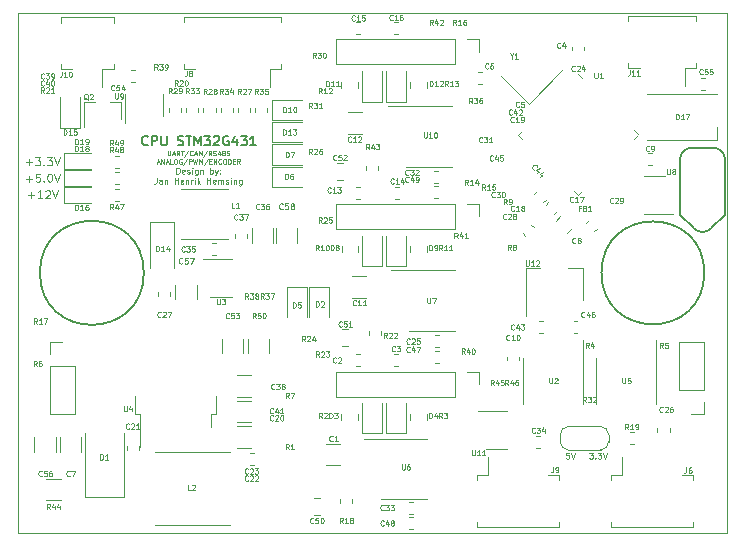
<source format=gto>
G04 #@! TF.GenerationSoftware,KiCad,Pcbnew,5.1.4+dfsg1-1*
G04 #@! TF.CreationDate,2019-12-17T04:15:46+01:00*
G04 #@! TF.ProjectId,STM32G431,53544d33-3247-4343-9331-2e6b69636164,rev?*
G04 #@! TF.SameCoordinates,Original*
G04 #@! TF.FileFunction,Legend,Top*
G04 #@! TF.FilePolarity,Positive*
%FSLAX46Y46*%
G04 Gerber Fmt 4.6, Leading zero omitted, Abs format (unit mm)*
G04 Created by KiCad (PCBNEW 5.1.4+dfsg1-1) date 2019-12-17 04:15:46*
%MOMM*%
%LPD*%
G04 APERTURE LIST*
%ADD10C,0.100000*%
%ADD11C,0.150000*%
%ADD12C,0.175000*%
%ADD13C,0.050000*%
%ADD14C,0.120000*%
%ADD15C,0.127000*%
G04 APERTURE END LIST*
D10*
X20816666Y-38430000D02*
X21350000Y-38430000D01*
X21083333Y-38696666D02*
X21083333Y-38163333D01*
X22050000Y-38696666D02*
X21650000Y-38696666D01*
X21850000Y-38696666D02*
X21850000Y-37996666D01*
X21783333Y-38096666D01*
X21716666Y-38163333D01*
X21650000Y-38196666D01*
X22316666Y-38063333D02*
X22350000Y-38030000D01*
X22416666Y-37996666D01*
X22583333Y-37996666D01*
X22650000Y-38030000D01*
X22683333Y-38063333D01*
X22716666Y-38130000D01*
X22716666Y-38196666D01*
X22683333Y-38296666D01*
X22283333Y-38696666D01*
X22716666Y-38696666D01*
X22916666Y-37996666D02*
X23150000Y-38696666D01*
X23383333Y-37996666D01*
X20650000Y-37030000D02*
X21183333Y-37030000D01*
X20916666Y-37296666D02*
X20916666Y-36763333D01*
X21850000Y-36596666D02*
X21516666Y-36596666D01*
X21483333Y-36930000D01*
X21516666Y-36896666D01*
X21583333Y-36863333D01*
X21750000Y-36863333D01*
X21816666Y-36896666D01*
X21850000Y-36930000D01*
X21883333Y-36996666D01*
X21883333Y-37163333D01*
X21850000Y-37230000D01*
X21816666Y-37263333D01*
X21750000Y-37296666D01*
X21583333Y-37296666D01*
X21516666Y-37263333D01*
X21483333Y-37230000D01*
X22183333Y-37230000D02*
X22216666Y-37263333D01*
X22183333Y-37296666D01*
X22150000Y-37263333D01*
X22183333Y-37230000D01*
X22183333Y-37296666D01*
X22650000Y-36596666D02*
X22716666Y-36596666D01*
X22783333Y-36630000D01*
X22816666Y-36663333D01*
X22850000Y-36730000D01*
X22883333Y-36863333D01*
X22883333Y-37030000D01*
X22850000Y-37163333D01*
X22816666Y-37230000D01*
X22783333Y-37263333D01*
X22716666Y-37296666D01*
X22650000Y-37296666D01*
X22583333Y-37263333D01*
X22550000Y-37230000D01*
X22516666Y-37163333D01*
X22483333Y-37030000D01*
X22483333Y-36863333D01*
X22516666Y-36730000D01*
X22550000Y-36663333D01*
X22583333Y-36630000D01*
X22650000Y-36596666D01*
X23083333Y-36596666D02*
X23316666Y-37296666D01*
X23550000Y-36596666D01*
X20650000Y-35630000D02*
X21183333Y-35630000D01*
X20916666Y-35896666D02*
X20916666Y-35363333D01*
X21450000Y-35196666D02*
X21883333Y-35196666D01*
X21650000Y-35463333D01*
X21750000Y-35463333D01*
X21816666Y-35496666D01*
X21850000Y-35530000D01*
X21883333Y-35596666D01*
X21883333Y-35763333D01*
X21850000Y-35830000D01*
X21816666Y-35863333D01*
X21750000Y-35896666D01*
X21550000Y-35896666D01*
X21483333Y-35863333D01*
X21450000Y-35830000D01*
X22183333Y-35830000D02*
X22216666Y-35863333D01*
X22183333Y-35896666D01*
X22150000Y-35863333D01*
X22183333Y-35830000D01*
X22183333Y-35896666D01*
X22450000Y-35196666D02*
X22883333Y-35196666D01*
X22650000Y-35463333D01*
X22750000Y-35463333D01*
X22816666Y-35496666D01*
X22850000Y-35530000D01*
X22883333Y-35596666D01*
X22883333Y-35763333D01*
X22850000Y-35830000D01*
X22816666Y-35863333D01*
X22750000Y-35896666D01*
X22550000Y-35896666D01*
X22483333Y-35863333D01*
X22450000Y-35830000D01*
X23083333Y-35196666D02*
X23316666Y-35896666D01*
X23550000Y-35196666D01*
X68361904Y-60226190D02*
X68671428Y-60226190D01*
X68504761Y-60416666D01*
X68576190Y-60416666D01*
X68623809Y-60440476D01*
X68647619Y-60464285D01*
X68671428Y-60511904D01*
X68671428Y-60630952D01*
X68647619Y-60678571D01*
X68623809Y-60702380D01*
X68576190Y-60726190D01*
X68433333Y-60726190D01*
X68385714Y-60702380D01*
X68361904Y-60678571D01*
X68885714Y-60678571D02*
X68909523Y-60702380D01*
X68885714Y-60726190D01*
X68861904Y-60702380D01*
X68885714Y-60678571D01*
X68885714Y-60726190D01*
X69076190Y-60226190D02*
X69385714Y-60226190D01*
X69219047Y-60416666D01*
X69290476Y-60416666D01*
X69338095Y-60440476D01*
X69361904Y-60464285D01*
X69385714Y-60511904D01*
X69385714Y-60630952D01*
X69361904Y-60678571D01*
X69338095Y-60702380D01*
X69290476Y-60726190D01*
X69147619Y-60726190D01*
X69100000Y-60702380D01*
X69076190Y-60678571D01*
X69528571Y-60226190D02*
X69695238Y-60726190D01*
X69861904Y-60226190D01*
X66654761Y-60226190D02*
X66416666Y-60226190D01*
X66392857Y-60464285D01*
X66416666Y-60440476D01*
X66464285Y-60416666D01*
X66583333Y-60416666D01*
X66630952Y-60440476D01*
X66654761Y-60464285D01*
X66678571Y-60511904D01*
X66678571Y-60630952D01*
X66654761Y-60678571D01*
X66630952Y-60702380D01*
X66583333Y-60726190D01*
X66464285Y-60726190D01*
X66416666Y-60702380D01*
X66392857Y-60678571D01*
X66821428Y-60226190D02*
X66988095Y-60726190D01*
X67154761Y-60226190D01*
D11*
X30650284Y-45000000D02*
G75*
G03X30650284Y-45000000I-4400284J0D01*
G01*
X78104595Y-45000000D02*
G75*
G03X78104595Y-45000000I-4354595J0D01*
G01*
D10*
X33414761Y-36591190D02*
X33414761Y-36091190D01*
X33533809Y-36091190D01*
X33605238Y-36115000D01*
X33652857Y-36162619D01*
X33676666Y-36210238D01*
X33700476Y-36305476D01*
X33700476Y-36376904D01*
X33676666Y-36472142D01*
X33652857Y-36519761D01*
X33605238Y-36567380D01*
X33533809Y-36591190D01*
X33414761Y-36591190D01*
X34105238Y-36567380D02*
X34057619Y-36591190D01*
X33962380Y-36591190D01*
X33914761Y-36567380D01*
X33890952Y-36519761D01*
X33890952Y-36329285D01*
X33914761Y-36281666D01*
X33962380Y-36257857D01*
X34057619Y-36257857D01*
X34105238Y-36281666D01*
X34129047Y-36329285D01*
X34129047Y-36376904D01*
X33890952Y-36424523D01*
X34319523Y-36567380D02*
X34367142Y-36591190D01*
X34462380Y-36591190D01*
X34510000Y-36567380D01*
X34533809Y-36519761D01*
X34533809Y-36495952D01*
X34510000Y-36448333D01*
X34462380Y-36424523D01*
X34390952Y-36424523D01*
X34343333Y-36400714D01*
X34319523Y-36353095D01*
X34319523Y-36329285D01*
X34343333Y-36281666D01*
X34390952Y-36257857D01*
X34462380Y-36257857D01*
X34510000Y-36281666D01*
X34748095Y-36591190D02*
X34748095Y-36257857D01*
X34748095Y-36091190D02*
X34724285Y-36115000D01*
X34748095Y-36138809D01*
X34771904Y-36115000D01*
X34748095Y-36091190D01*
X34748095Y-36138809D01*
X35200476Y-36257857D02*
X35200476Y-36662619D01*
X35176666Y-36710238D01*
X35152857Y-36734047D01*
X35105238Y-36757857D01*
X35033809Y-36757857D01*
X34986190Y-36734047D01*
X35200476Y-36567380D02*
X35152857Y-36591190D01*
X35057619Y-36591190D01*
X35010000Y-36567380D01*
X34986190Y-36543571D01*
X34962380Y-36495952D01*
X34962380Y-36353095D01*
X34986190Y-36305476D01*
X35010000Y-36281666D01*
X35057619Y-36257857D01*
X35152857Y-36257857D01*
X35200476Y-36281666D01*
X35438571Y-36257857D02*
X35438571Y-36591190D01*
X35438571Y-36305476D02*
X35462380Y-36281666D01*
X35510000Y-36257857D01*
X35581428Y-36257857D01*
X35629047Y-36281666D01*
X35652857Y-36329285D01*
X35652857Y-36591190D01*
X36271904Y-36591190D02*
X36271904Y-36091190D01*
X36271904Y-36281666D02*
X36319523Y-36257857D01*
X36414761Y-36257857D01*
X36462380Y-36281666D01*
X36486190Y-36305476D01*
X36510000Y-36353095D01*
X36510000Y-36495952D01*
X36486190Y-36543571D01*
X36462380Y-36567380D01*
X36414761Y-36591190D01*
X36319523Y-36591190D01*
X36271904Y-36567380D01*
X36676666Y-36257857D02*
X36795714Y-36591190D01*
X36914761Y-36257857D02*
X36795714Y-36591190D01*
X36748095Y-36710238D01*
X36724285Y-36734047D01*
X36676666Y-36757857D01*
X37105238Y-36543571D02*
X37129047Y-36567380D01*
X37105238Y-36591190D01*
X37081428Y-36567380D01*
X37105238Y-36543571D01*
X37105238Y-36591190D01*
X37105238Y-36281666D02*
X37129047Y-36305476D01*
X37105238Y-36329285D01*
X37081428Y-36305476D01*
X37105238Y-36281666D01*
X37105238Y-36329285D01*
X31736190Y-36941190D02*
X31736190Y-37298333D01*
X31712380Y-37369761D01*
X31664761Y-37417380D01*
X31593333Y-37441190D01*
X31545714Y-37441190D01*
X32188571Y-37441190D02*
X32188571Y-37179285D01*
X32164761Y-37131666D01*
X32117142Y-37107857D01*
X32021904Y-37107857D01*
X31974285Y-37131666D01*
X32188571Y-37417380D02*
X32140952Y-37441190D01*
X32021904Y-37441190D01*
X31974285Y-37417380D01*
X31950476Y-37369761D01*
X31950476Y-37322142D01*
X31974285Y-37274523D01*
X32021904Y-37250714D01*
X32140952Y-37250714D01*
X32188571Y-37226904D01*
X32426666Y-37107857D02*
X32426666Y-37441190D01*
X32426666Y-37155476D02*
X32450476Y-37131666D01*
X32498095Y-37107857D01*
X32569523Y-37107857D01*
X32617142Y-37131666D01*
X32640952Y-37179285D01*
X32640952Y-37441190D01*
X33260000Y-37441190D02*
X33260000Y-36941190D01*
X33260000Y-37179285D02*
X33545714Y-37179285D01*
X33545714Y-37441190D02*
X33545714Y-36941190D01*
X33974285Y-37417380D02*
X33926666Y-37441190D01*
X33831428Y-37441190D01*
X33783809Y-37417380D01*
X33760000Y-37369761D01*
X33760000Y-37179285D01*
X33783809Y-37131666D01*
X33831428Y-37107857D01*
X33926666Y-37107857D01*
X33974285Y-37131666D01*
X33998095Y-37179285D01*
X33998095Y-37226904D01*
X33760000Y-37274523D01*
X34212380Y-37107857D02*
X34212380Y-37441190D01*
X34212380Y-37155476D02*
X34236190Y-37131666D01*
X34283809Y-37107857D01*
X34355238Y-37107857D01*
X34402857Y-37131666D01*
X34426666Y-37179285D01*
X34426666Y-37441190D01*
X34664761Y-37441190D02*
X34664761Y-37107857D01*
X34664761Y-37203095D02*
X34688571Y-37155476D01*
X34712380Y-37131666D01*
X34760000Y-37107857D01*
X34807619Y-37107857D01*
X34974285Y-37441190D02*
X34974285Y-37107857D01*
X34974285Y-36941190D02*
X34950476Y-36965000D01*
X34974285Y-36988809D01*
X34998095Y-36965000D01*
X34974285Y-36941190D01*
X34974285Y-36988809D01*
X35212380Y-37441190D02*
X35212380Y-36941190D01*
X35260000Y-37250714D02*
X35402857Y-37441190D01*
X35402857Y-37107857D02*
X35212380Y-37298333D01*
X35998095Y-37441190D02*
X35998095Y-36941190D01*
X35998095Y-37179285D02*
X36283809Y-37179285D01*
X36283809Y-37441190D02*
X36283809Y-36941190D01*
X36712380Y-37417380D02*
X36664761Y-37441190D01*
X36569523Y-37441190D01*
X36521904Y-37417380D01*
X36498095Y-37369761D01*
X36498095Y-37179285D01*
X36521904Y-37131666D01*
X36569523Y-37107857D01*
X36664761Y-37107857D01*
X36712380Y-37131666D01*
X36736190Y-37179285D01*
X36736190Y-37226904D01*
X36498095Y-37274523D01*
X36950476Y-37441190D02*
X36950476Y-37107857D01*
X36950476Y-37155476D02*
X36974285Y-37131666D01*
X37021904Y-37107857D01*
X37093333Y-37107857D01*
X37140952Y-37131666D01*
X37164761Y-37179285D01*
X37164761Y-37441190D01*
X37164761Y-37179285D02*
X37188571Y-37131666D01*
X37236190Y-37107857D01*
X37307619Y-37107857D01*
X37355238Y-37131666D01*
X37379047Y-37179285D01*
X37379047Y-37441190D01*
X37593333Y-37417380D02*
X37640952Y-37441190D01*
X37736190Y-37441190D01*
X37783809Y-37417380D01*
X37807619Y-37369761D01*
X37807619Y-37345952D01*
X37783809Y-37298333D01*
X37736190Y-37274523D01*
X37664761Y-37274523D01*
X37617142Y-37250714D01*
X37593333Y-37203095D01*
X37593333Y-37179285D01*
X37617142Y-37131666D01*
X37664761Y-37107857D01*
X37736190Y-37107857D01*
X37783809Y-37131666D01*
X38021904Y-37441190D02*
X38021904Y-37107857D01*
X38021904Y-36941190D02*
X37998095Y-36965000D01*
X38021904Y-36988809D01*
X38045714Y-36965000D01*
X38021904Y-36941190D01*
X38021904Y-36988809D01*
X38260000Y-37107857D02*
X38260000Y-37441190D01*
X38260000Y-37155476D02*
X38283809Y-37131666D01*
X38331428Y-37107857D01*
X38402857Y-37107857D01*
X38450476Y-37131666D01*
X38474285Y-37179285D01*
X38474285Y-37441190D01*
X38926666Y-37107857D02*
X38926666Y-37512619D01*
X38902857Y-37560238D01*
X38879047Y-37584047D01*
X38831428Y-37607857D01*
X38760000Y-37607857D01*
X38712380Y-37584047D01*
X38926666Y-37417380D02*
X38879047Y-37441190D01*
X38783809Y-37441190D01*
X38736190Y-37417380D01*
X38712380Y-37393571D01*
X38688571Y-37345952D01*
X38688571Y-37203095D01*
X38712380Y-37155476D01*
X38736190Y-37131666D01*
X38783809Y-37107857D01*
X38879047Y-37107857D01*
X38926666Y-37131666D01*
X32680000Y-34660952D02*
X32680000Y-34984761D01*
X32699047Y-35022857D01*
X32718095Y-35041904D01*
X32756190Y-35060952D01*
X32832380Y-35060952D01*
X32870476Y-35041904D01*
X32889523Y-35022857D01*
X32908571Y-34984761D01*
X32908571Y-34660952D01*
X33080000Y-34946666D02*
X33270476Y-34946666D01*
X33041904Y-35060952D02*
X33175238Y-34660952D01*
X33308571Y-35060952D01*
X33670476Y-35060952D02*
X33537142Y-34870476D01*
X33441904Y-35060952D02*
X33441904Y-34660952D01*
X33594285Y-34660952D01*
X33632380Y-34680000D01*
X33651428Y-34699047D01*
X33670476Y-34737142D01*
X33670476Y-34794285D01*
X33651428Y-34832380D01*
X33632380Y-34851428D01*
X33594285Y-34870476D01*
X33441904Y-34870476D01*
X33784761Y-34660952D02*
X34013333Y-34660952D01*
X33899047Y-35060952D02*
X33899047Y-34660952D01*
X34432380Y-34641904D02*
X34089523Y-35156190D01*
X34794285Y-35022857D02*
X34775238Y-35041904D01*
X34718095Y-35060952D01*
X34680000Y-35060952D01*
X34622857Y-35041904D01*
X34584761Y-35003809D01*
X34565714Y-34965714D01*
X34546666Y-34889523D01*
X34546666Y-34832380D01*
X34565714Y-34756190D01*
X34584761Y-34718095D01*
X34622857Y-34680000D01*
X34680000Y-34660952D01*
X34718095Y-34660952D01*
X34775238Y-34680000D01*
X34794285Y-34699047D01*
X34946666Y-34946666D02*
X35137142Y-34946666D01*
X34908571Y-35060952D02*
X35041904Y-34660952D01*
X35175238Y-35060952D01*
X35308571Y-35060952D02*
X35308571Y-34660952D01*
X35537142Y-35060952D01*
X35537142Y-34660952D01*
X36013333Y-34641904D02*
X35670476Y-35156190D01*
X36375238Y-35060952D02*
X36241904Y-34870476D01*
X36146666Y-35060952D02*
X36146666Y-34660952D01*
X36299047Y-34660952D01*
X36337142Y-34680000D01*
X36356190Y-34699047D01*
X36375238Y-34737142D01*
X36375238Y-34794285D01*
X36356190Y-34832380D01*
X36337142Y-34851428D01*
X36299047Y-34870476D01*
X36146666Y-34870476D01*
X36527619Y-35041904D02*
X36584761Y-35060952D01*
X36680000Y-35060952D01*
X36718095Y-35041904D01*
X36737142Y-35022857D01*
X36756190Y-34984761D01*
X36756190Y-34946666D01*
X36737142Y-34908571D01*
X36718095Y-34889523D01*
X36680000Y-34870476D01*
X36603809Y-34851428D01*
X36565714Y-34832380D01*
X36546666Y-34813333D01*
X36527619Y-34775238D01*
X36527619Y-34737142D01*
X36546666Y-34699047D01*
X36565714Y-34680000D01*
X36603809Y-34660952D01*
X36699047Y-34660952D01*
X36756190Y-34680000D01*
X37099047Y-34794285D02*
X37099047Y-35060952D01*
X37003809Y-34641904D02*
X36908571Y-34927619D01*
X37156190Y-34927619D01*
X37365714Y-34832380D02*
X37327619Y-34813333D01*
X37308571Y-34794285D01*
X37289523Y-34756190D01*
X37289523Y-34737142D01*
X37308571Y-34699047D01*
X37327619Y-34680000D01*
X37365714Y-34660952D01*
X37441904Y-34660952D01*
X37480000Y-34680000D01*
X37499047Y-34699047D01*
X37518095Y-34737142D01*
X37518095Y-34756190D01*
X37499047Y-34794285D01*
X37480000Y-34813333D01*
X37441904Y-34832380D01*
X37365714Y-34832380D01*
X37327619Y-34851428D01*
X37308571Y-34870476D01*
X37289523Y-34908571D01*
X37289523Y-34984761D01*
X37308571Y-35022857D01*
X37327619Y-35041904D01*
X37365714Y-35060952D01*
X37441904Y-35060952D01*
X37480000Y-35041904D01*
X37499047Y-35022857D01*
X37518095Y-34984761D01*
X37518095Y-34908571D01*
X37499047Y-34870476D01*
X37480000Y-34851428D01*
X37441904Y-34832380D01*
X37880000Y-34660952D02*
X37689523Y-34660952D01*
X37670476Y-34851428D01*
X37689523Y-34832380D01*
X37727619Y-34813333D01*
X37822857Y-34813333D01*
X37860952Y-34832380D01*
X37880000Y-34851428D01*
X37899047Y-34889523D01*
X37899047Y-34984761D01*
X37880000Y-35022857D01*
X37860952Y-35041904D01*
X37822857Y-35060952D01*
X37727619Y-35060952D01*
X37689523Y-35041904D01*
X37670476Y-35022857D01*
X31775238Y-35646666D02*
X31965714Y-35646666D01*
X31737142Y-35760952D02*
X31870476Y-35360952D01*
X32003809Y-35760952D01*
X32137142Y-35760952D02*
X32137142Y-35360952D01*
X32365714Y-35760952D01*
X32365714Y-35360952D01*
X32537142Y-35646666D02*
X32727619Y-35646666D01*
X32499047Y-35760952D02*
X32632380Y-35360952D01*
X32765714Y-35760952D01*
X33089523Y-35760952D02*
X32899047Y-35760952D01*
X32899047Y-35360952D01*
X33299047Y-35360952D02*
X33375238Y-35360952D01*
X33413333Y-35380000D01*
X33451428Y-35418095D01*
X33470476Y-35494285D01*
X33470476Y-35627619D01*
X33451428Y-35703809D01*
X33413333Y-35741904D01*
X33375238Y-35760952D01*
X33299047Y-35760952D01*
X33260952Y-35741904D01*
X33222857Y-35703809D01*
X33203809Y-35627619D01*
X33203809Y-35494285D01*
X33222857Y-35418095D01*
X33260952Y-35380000D01*
X33299047Y-35360952D01*
X33851428Y-35380000D02*
X33813333Y-35360952D01*
X33756190Y-35360952D01*
X33699047Y-35380000D01*
X33660952Y-35418095D01*
X33641904Y-35456190D01*
X33622857Y-35532380D01*
X33622857Y-35589523D01*
X33641904Y-35665714D01*
X33660952Y-35703809D01*
X33699047Y-35741904D01*
X33756190Y-35760952D01*
X33794285Y-35760952D01*
X33851428Y-35741904D01*
X33870476Y-35722857D01*
X33870476Y-35589523D01*
X33794285Y-35589523D01*
X34327619Y-35341904D02*
X33984761Y-35856190D01*
X34460952Y-35760952D02*
X34460952Y-35360952D01*
X34613333Y-35360952D01*
X34651428Y-35380000D01*
X34670476Y-35399047D01*
X34689523Y-35437142D01*
X34689523Y-35494285D01*
X34670476Y-35532380D01*
X34651428Y-35551428D01*
X34613333Y-35570476D01*
X34460952Y-35570476D01*
X34822857Y-35360952D02*
X34918095Y-35760952D01*
X34994285Y-35475238D01*
X35070476Y-35760952D01*
X35165714Y-35360952D01*
X35318095Y-35760952D02*
X35318095Y-35360952D01*
X35451428Y-35646666D01*
X35584761Y-35360952D01*
X35584761Y-35760952D01*
X36060952Y-35341904D02*
X35718095Y-35856190D01*
X36194285Y-35551428D02*
X36327619Y-35551428D01*
X36384761Y-35760952D02*
X36194285Y-35760952D01*
X36194285Y-35360952D01*
X36384761Y-35360952D01*
X36556190Y-35760952D02*
X36556190Y-35360952D01*
X36784761Y-35760952D01*
X36784761Y-35360952D01*
X37203809Y-35722857D02*
X37184761Y-35741904D01*
X37127619Y-35760952D01*
X37089523Y-35760952D01*
X37032380Y-35741904D01*
X36994285Y-35703809D01*
X36975238Y-35665714D01*
X36956190Y-35589523D01*
X36956190Y-35532380D01*
X36975238Y-35456190D01*
X36994285Y-35418095D01*
X37032380Y-35380000D01*
X37089523Y-35360952D01*
X37127619Y-35360952D01*
X37184761Y-35380000D01*
X37203809Y-35399047D01*
X37451428Y-35360952D02*
X37527619Y-35360952D01*
X37565714Y-35380000D01*
X37603809Y-35418095D01*
X37622857Y-35494285D01*
X37622857Y-35627619D01*
X37603809Y-35703809D01*
X37565714Y-35741904D01*
X37527619Y-35760952D01*
X37451428Y-35760952D01*
X37413333Y-35741904D01*
X37375238Y-35703809D01*
X37356190Y-35627619D01*
X37356190Y-35494285D01*
X37375238Y-35418095D01*
X37413333Y-35380000D01*
X37451428Y-35360952D01*
X37794285Y-35760952D02*
X37794285Y-35360952D01*
X37889523Y-35360952D01*
X37946666Y-35380000D01*
X37984761Y-35418095D01*
X38003809Y-35456190D01*
X38022857Y-35532380D01*
X38022857Y-35589523D01*
X38003809Y-35665714D01*
X37984761Y-35703809D01*
X37946666Y-35741904D01*
X37889523Y-35760952D01*
X37794285Y-35760952D01*
X38194285Y-35551428D02*
X38327619Y-35551428D01*
X38384761Y-35760952D02*
X38194285Y-35760952D01*
X38194285Y-35360952D01*
X38384761Y-35360952D01*
X38784761Y-35760952D02*
X38651428Y-35570476D01*
X38556190Y-35760952D02*
X38556190Y-35360952D01*
X38708571Y-35360952D01*
X38746666Y-35380000D01*
X38765714Y-35399047D01*
X38784761Y-35437142D01*
X38784761Y-35494285D01*
X38765714Y-35532380D01*
X38746666Y-35551428D01*
X38708571Y-35570476D01*
X38556190Y-35570476D01*
D12*
X30976190Y-34135714D02*
X30938095Y-34173809D01*
X30823809Y-34211904D01*
X30747619Y-34211904D01*
X30633333Y-34173809D01*
X30557142Y-34097619D01*
X30519047Y-34021428D01*
X30480952Y-33869047D01*
X30480952Y-33754761D01*
X30519047Y-33602380D01*
X30557142Y-33526190D01*
X30633333Y-33450000D01*
X30747619Y-33411904D01*
X30823809Y-33411904D01*
X30938095Y-33450000D01*
X30976190Y-33488095D01*
X31319047Y-34211904D02*
X31319047Y-33411904D01*
X31623809Y-33411904D01*
X31700000Y-33450000D01*
X31738095Y-33488095D01*
X31776190Y-33564285D01*
X31776190Y-33678571D01*
X31738095Y-33754761D01*
X31700000Y-33792857D01*
X31623809Y-33830952D01*
X31319047Y-33830952D01*
X32119047Y-33411904D02*
X32119047Y-34059523D01*
X32157142Y-34135714D01*
X32195238Y-34173809D01*
X32271428Y-34211904D01*
X32423809Y-34211904D01*
X32500000Y-34173809D01*
X32538095Y-34135714D01*
X32576190Y-34059523D01*
X32576190Y-33411904D01*
X33528571Y-34173809D02*
X33642857Y-34211904D01*
X33833333Y-34211904D01*
X33909523Y-34173809D01*
X33947619Y-34135714D01*
X33985714Y-34059523D01*
X33985714Y-33983333D01*
X33947619Y-33907142D01*
X33909523Y-33869047D01*
X33833333Y-33830952D01*
X33680952Y-33792857D01*
X33604761Y-33754761D01*
X33566666Y-33716666D01*
X33528571Y-33640476D01*
X33528571Y-33564285D01*
X33566666Y-33488095D01*
X33604761Y-33450000D01*
X33680952Y-33411904D01*
X33871428Y-33411904D01*
X33985714Y-33450000D01*
X34214285Y-33411904D02*
X34671428Y-33411904D01*
X34442857Y-34211904D02*
X34442857Y-33411904D01*
X34938095Y-34211904D02*
X34938095Y-33411904D01*
X35204761Y-33983333D01*
X35471428Y-33411904D01*
X35471428Y-34211904D01*
X35776190Y-33411904D02*
X36271428Y-33411904D01*
X36004761Y-33716666D01*
X36119047Y-33716666D01*
X36195238Y-33754761D01*
X36233333Y-33792857D01*
X36271428Y-33869047D01*
X36271428Y-34059523D01*
X36233333Y-34135714D01*
X36195238Y-34173809D01*
X36119047Y-34211904D01*
X35890476Y-34211904D01*
X35814285Y-34173809D01*
X35776190Y-34135714D01*
X36576190Y-33488095D02*
X36614285Y-33450000D01*
X36690476Y-33411904D01*
X36880952Y-33411904D01*
X36957142Y-33450000D01*
X36995238Y-33488095D01*
X37033333Y-33564285D01*
X37033333Y-33640476D01*
X36995238Y-33754761D01*
X36538095Y-34211904D01*
X37033333Y-34211904D01*
X37795238Y-33450000D02*
X37719047Y-33411904D01*
X37604761Y-33411904D01*
X37490476Y-33450000D01*
X37414285Y-33526190D01*
X37376190Y-33602380D01*
X37338095Y-33754761D01*
X37338095Y-33869047D01*
X37376190Y-34021428D01*
X37414285Y-34097619D01*
X37490476Y-34173809D01*
X37604761Y-34211904D01*
X37680952Y-34211904D01*
X37795238Y-34173809D01*
X37833333Y-34135714D01*
X37833333Y-33869047D01*
X37680952Y-33869047D01*
X38519047Y-33678571D02*
X38519047Y-34211904D01*
X38328571Y-33373809D02*
X38138095Y-33945238D01*
X38633333Y-33945238D01*
X38861904Y-33411904D02*
X39357142Y-33411904D01*
X39090476Y-33716666D01*
X39204761Y-33716666D01*
X39280952Y-33754761D01*
X39319047Y-33792857D01*
X39357142Y-33869047D01*
X39357142Y-34059523D01*
X39319047Y-34135714D01*
X39280952Y-34173809D01*
X39204761Y-34211904D01*
X38976190Y-34211904D01*
X38900000Y-34173809D01*
X38861904Y-34135714D01*
X40119047Y-34211904D02*
X39661904Y-34211904D01*
X39890476Y-34211904D02*
X39890476Y-33411904D01*
X39814285Y-33526190D01*
X39738095Y-33602380D01*
X39661904Y-33640476D01*
D13*
X20000000Y-23000000D02*
X80000000Y-23000000D01*
X20000000Y-67000000D02*
X20000000Y-23000000D01*
X80000000Y-67000000D02*
X20000000Y-67000000D01*
X80000000Y-23000000D02*
X80000000Y-67000000D01*
D14*
X41800000Y-41227936D02*
X41800000Y-42432064D01*
X43620000Y-41227936D02*
X43620000Y-42432064D01*
X33330000Y-45997936D02*
X33330000Y-47202064D01*
X35150000Y-45997936D02*
X35150000Y-47202064D01*
X23550000Y-32700000D02*
X23550000Y-30150000D01*
X25250000Y-32700000D02*
X25250000Y-30150000D01*
X23550000Y-32700000D02*
X25250000Y-32700000D01*
X33190000Y-40710000D02*
X33190000Y-44610000D01*
X31190000Y-40710000D02*
X31190000Y-44610000D01*
X33190000Y-40710000D02*
X31190000Y-40710000D01*
X41100000Y-31382779D02*
X41100000Y-31057221D01*
X40080000Y-31382779D02*
X40080000Y-31057221D01*
X38170000Y-31377779D02*
X38170000Y-31052221D01*
X37150000Y-31377779D02*
X37150000Y-31052221D01*
X35265000Y-31382779D02*
X35265000Y-31057221D01*
X34245000Y-31382779D02*
X34245000Y-31057221D01*
X32780000Y-31057221D02*
X32780000Y-31382779D01*
X33800000Y-31057221D02*
X33800000Y-31382779D01*
X35700000Y-31049720D02*
X35700000Y-31375278D01*
X36720000Y-31049720D02*
X36720000Y-31375278D01*
X38610000Y-31054720D02*
X38610000Y-31380278D01*
X39630000Y-31054720D02*
X39630000Y-31380278D01*
X63000000Y-44620000D02*
X64200000Y-44620000D01*
X63000000Y-48620000D02*
X63000000Y-44620000D01*
X67800000Y-44620000D02*
X67800000Y-47320000D01*
X66600000Y-44620000D02*
X67800000Y-44620000D01*
X41505000Y-34130000D02*
X44055000Y-34130000D01*
X41505000Y-35830000D02*
X44055000Y-35830000D01*
X41505000Y-34130000D02*
X41505000Y-35830000D01*
X23210000Y-60127064D02*
X23210000Y-58922936D01*
X21390000Y-60127064D02*
X21390000Y-58922936D01*
X25360000Y-60127064D02*
X25360000Y-58922936D01*
X23540000Y-60127064D02*
X23540000Y-58922936D01*
X55050000Y-44790000D02*
X51600000Y-44790000D01*
X55050000Y-44790000D02*
X57000000Y-44790000D01*
X55050000Y-49910000D02*
X53100000Y-49910000D01*
X55050000Y-49910000D02*
X57000000Y-49910000D01*
X59060000Y-39140000D02*
X59060000Y-40200000D01*
X58000000Y-39140000D02*
X59060000Y-39140000D01*
X57000000Y-39140000D02*
X57000000Y-41260000D01*
X57000000Y-41260000D02*
X46940000Y-41260000D01*
X57000000Y-39140000D02*
X46940000Y-39140000D01*
X46940000Y-39140000D02*
X46940000Y-41260000D01*
X59060000Y-53360000D02*
X59060000Y-54420000D01*
X58000000Y-53360000D02*
X59060000Y-53360000D01*
X57000000Y-53360000D02*
X57000000Y-55480000D01*
X57000000Y-55480000D02*
X46940000Y-55480000D01*
X57000000Y-53360000D02*
X46940000Y-53360000D01*
X46940000Y-53360000D02*
X46940000Y-55480000D01*
X59060000Y-25220000D02*
X59060000Y-26280000D01*
X58000000Y-25220000D02*
X59060000Y-25220000D01*
X57000000Y-25220000D02*
X57000000Y-27340000D01*
X57000000Y-27340000D02*
X46940000Y-27340000D01*
X57000000Y-25220000D02*
X46940000Y-25220000D01*
X46940000Y-25220000D02*
X46940000Y-27340000D01*
X41500000Y-32250000D02*
X44050000Y-32250000D01*
X41500000Y-33950000D02*
X44050000Y-33950000D01*
X41500000Y-32250000D02*
X41500000Y-33950000D01*
X41500000Y-30349999D02*
X44050000Y-30349999D01*
X41500000Y-32049999D02*
X44050000Y-32049999D01*
X41500000Y-30349999D02*
X41500000Y-32049999D01*
X41500000Y-36050000D02*
X44050000Y-36050000D01*
X41500000Y-37750000D02*
X44050000Y-37750000D01*
X41500000Y-36050000D02*
X41500000Y-37750000D01*
X44450000Y-46200000D02*
X44450000Y-48750000D01*
X42750000Y-46200000D02*
X42750000Y-48750000D01*
X44450000Y-46200000D02*
X42750000Y-46200000D01*
X46350000Y-46200000D02*
X46350000Y-48750000D01*
X44650000Y-46200000D02*
X44650000Y-48750000D01*
X46350000Y-46200000D02*
X44650000Y-46200000D01*
X31605000Y-66350000D02*
X37905000Y-66350000D01*
X31605000Y-60150000D02*
X37905000Y-60150000D01*
X51150000Y-30500000D02*
X51150000Y-27950000D01*
X52850000Y-30500000D02*
X52850000Y-27950000D01*
X51150000Y-30500000D02*
X52850000Y-30500000D01*
X49150000Y-30500000D02*
X49150000Y-27950000D01*
X50850000Y-30500000D02*
X50850000Y-27950000D01*
X49150000Y-30500000D02*
X50850000Y-30500000D01*
X51150000Y-44400000D02*
X51150000Y-41850000D01*
X52850000Y-44400000D02*
X52850000Y-41850000D01*
X51150000Y-44400000D02*
X52850000Y-44400000D01*
X49150000Y-44400000D02*
X49150000Y-41850000D01*
X50850000Y-44400000D02*
X50850000Y-41850000D01*
X49150000Y-44400000D02*
X50850000Y-44400000D01*
X51150000Y-58600000D02*
X51150000Y-56050000D01*
X52850000Y-58600000D02*
X52850000Y-56050000D01*
X51150000Y-58600000D02*
X52850000Y-58600000D01*
X49150000Y-58600000D02*
X49150000Y-56050000D01*
X50850000Y-58600000D02*
X50850000Y-56050000D01*
X49150000Y-58600000D02*
X50850000Y-58600000D01*
X49102064Y-31390000D02*
X47897936Y-31390000D01*
X49102064Y-33210000D02*
X47897936Y-33210000D01*
X49502064Y-45290000D02*
X48297936Y-45290000D01*
X49502064Y-47110000D02*
X48297936Y-47110000D01*
X47302064Y-59490000D02*
X46097936Y-59490000D01*
X47302064Y-61310000D02*
X46097936Y-61310000D01*
X78162779Y-28490000D02*
X77837221Y-28490000D01*
X78162779Y-29510000D02*
X77837221Y-29510000D01*
X29862779Y-27840000D02*
X29537221Y-27840000D01*
X29862779Y-28860000D02*
X29537221Y-28860000D01*
X63887221Y-59810000D02*
X64212779Y-59810000D01*
X63887221Y-58790000D02*
X64212779Y-58790000D01*
X67735876Y-28530565D02*
X67400000Y-28194689D01*
X67400000Y-38405311D02*
X67735876Y-38069435D01*
X67064124Y-38069435D02*
X67400000Y-38405311D01*
X62294689Y-33300000D02*
X62630565Y-32964124D01*
X62630565Y-33635876D02*
X62294689Y-33300000D01*
X72505311Y-33300000D02*
X72169435Y-33635876D01*
X72187113Y-32946447D02*
X72522989Y-33282322D01*
X25700000Y-64000000D02*
X25700000Y-58600000D01*
X29000000Y-64000000D02*
X29000000Y-58600000D01*
X25700000Y-64000000D02*
X29000000Y-64000000D01*
X39465000Y-50572936D02*
X39465000Y-51777064D01*
X41285000Y-50572936D02*
X41285000Y-51777064D01*
X28197221Y-36090000D02*
X28522779Y-36090000D01*
X28197221Y-35070000D02*
X28522779Y-35070000D01*
X28187221Y-37500000D02*
X28512779Y-37500000D01*
X28187221Y-36480000D02*
X28512779Y-36480000D01*
X28187221Y-38890000D02*
X28512779Y-38890000D01*
X28187221Y-37870000D02*
X28512779Y-37870000D01*
X22397936Y-64260000D02*
X23602064Y-64260000D01*
X22397936Y-62440000D02*
X23602064Y-62440000D01*
X23925000Y-36315000D02*
X26210000Y-36315000D01*
X23925000Y-34845000D02*
X23925000Y-36315000D01*
X26210000Y-34845000D02*
X23925000Y-34845000D01*
X23925000Y-37715000D02*
X26210000Y-37715000D01*
X23925000Y-36245000D02*
X23925000Y-37715000D01*
X26210000Y-36245000D02*
X23925000Y-36245000D01*
X23925000Y-39115000D02*
X26210000Y-39115000D01*
X23925000Y-37645000D02*
X23925000Y-39115000D01*
X26210000Y-37645000D02*
X23925000Y-37645000D01*
X37240000Y-50572936D02*
X37240000Y-51777064D01*
X39060000Y-50572936D02*
X39060000Y-51777064D01*
X67910000Y-26162779D02*
X67910000Y-25837221D01*
X66890000Y-26162779D02*
X66890000Y-25837221D01*
X50510000Y-36262779D02*
X50510000Y-35937221D01*
X49490000Y-36262779D02*
X49490000Y-35937221D01*
X50710000Y-50262779D02*
X50710000Y-49937221D01*
X49690000Y-50262779D02*
X49690000Y-49937221D01*
X48310000Y-64462779D02*
X48310000Y-64137221D01*
X47290000Y-64462779D02*
X47290000Y-64137221D01*
X46971422Y-37110000D02*
X47488578Y-37110000D01*
X46971422Y-35690000D02*
X47488578Y-35690000D01*
X47441422Y-51210000D02*
X47958578Y-51210000D01*
X47441422Y-49790000D02*
X47958578Y-49790000D01*
X45041422Y-65510000D02*
X45558578Y-65510000D01*
X45041422Y-64090000D02*
X45558578Y-64090000D01*
X63252513Y-30680940D02*
X66080940Y-27852513D01*
X60919060Y-28347487D02*
X63252513Y-30680940D01*
X55237221Y-38660000D02*
X55562779Y-38660000D01*
X55237221Y-37640000D02*
X55562779Y-37640000D01*
X53137221Y-66710000D02*
X53462779Y-66710000D01*
X53137221Y-65690000D02*
X53462779Y-65690000D01*
X55337221Y-52610000D02*
X55662779Y-52610000D01*
X55337221Y-51590000D02*
X55662779Y-51590000D01*
X54800000Y-30890000D02*
X51350000Y-30890000D01*
X54800000Y-30890000D02*
X56750000Y-30890000D01*
X54800000Y-36010000D02*
X52850000Y-36010000D01*
X54800000Y-36010000D02*
X56750000Y-36010000D01*
X52700000Y-59040000D02*
X49250000Y-59040000D01*
X52700000Y-59040000D02*
X54650000Y-59040000D01*
X52700000Y-64160000D02*
X50750000Y-64160000D01*
X52700000Y-64160000D02*
X54650000Y-64160000D01*
X33780000Y-42140000D02*
X37780000Y-42140000D01*
X33780000Y-37940000D02*
X37780000Y-37940000D01*
X36325000Y-56930000D02*
X36325000Y-58030000D01*
X36795000Y-56930000D02*
X36325000Y-56930000D01*
X36795000Y-55430000D02*
X36795000Y-56930000D01*
X30365000Y-56930000D02*
X30365000Y-59760000D01*
X29895000Y-56930000D02*
X30365000Y-56930000D01*
X29895000Y-55430000D02*
X29895000Y-56930000D01*
X65835000Y-66510000D02*
X65835000Y-66060000D01*
X58865000Y-66510000D02*
X65835000Y-66510000D01*
X58865000Y-66060000D02*
X58865000Y-66510000D01*
X65835000Y-62090000D02*
X64885000Y-62090000D01*
X65835000Y-62540000D02*
X65835000Y-62090000D01*
X59815000Y-62090000D02*
X59815000Y-60600000D01*
X58865000Y-62090000D02*
X59815000Y-62090000D01*
X58865000Y-62540000D02*
X58865000Y-62090000D01*
X65880796Y-40215112D02*
X65515112Y-40580796D01*
X66884888Y-41219204D02*
X66519204Y-41584888D01*
X67362779Y-49090000D02*
X67037221Y-49090000D01*
X67362779Y-50110000D02*
X67037221Y-50110000D01*
X64137221Y-50110000D02*
X64462779Y-50110000D01*
X64137221Y-49090000D02*
X64462779Y-49090000D01*
X39727064Y-55840000D02*
X38522936Y-55840000D01*
X39727064Y-57660000D02*
X38522936Y-57660000D01*
X39727064Y-53690000D02*
X38522936Y-53690000D01*
X39727064Y-55510000D02*
X38522936Y-55510000D01*
X53137221Y-65410000D02*
X53462779Y-65410000D01*
X53137221Y-64390000D02*
X53462779Y-64390000D01*
X55237221Y-37360000D02*
X55562779Y-37360000D01*
X55237221Y-36340000D02*
X55562779Y-36340000D01*
X55337221Y-51310000D02*
X55662779Y-51310000D01*
X55337221Y-50290000D02*
X55662779Y-50290000D01*
X39727064Y-57990000D02*
X38522936Y-57990000D01*
X39727064Y-59810000D02*
X38522936Y-59810000D01*
X39962779Y-60240000D02*
X39637221Y-60240000D01*
X39962779Y-61260000D02*
X39637221Y-61260000D01*
X63948412Y-38076786D02*
X63718207Y-38306991D01*
X64669661Y-38798035D02*
X64439456Y-39028240D01*
X64903006Y-39031380D02*
X64672801Y-39261585D01*
X65624255Y-39752629D02*
X65394050Y-39982834D01*
X59262779Y-27990000D02*
X58937221Y-27990000D01*
X59262779Y-29010000D02*
X58937221Y-29010000D01*
X61400000Y-56690000D02*
X58950000Y-56690000D01*
X59600000Y-59910000D02*
X61400000Y-59910000D01*
X29080000Y-29880000D02*
X29080000Y-32330000D01*
X32300000Y-31680000D02*
X32300000Y-29880000D01*
X73000000Y-40010000D02*
X75450000Y-40010000D01*
X74800000Y-36790000D02*
X73000000Y-36790000D01*
X74050000Y-54130000D02*
X74050000Y-50680000D01*
X74050000Y-54130000D02*
X74050000Y-56080000D01*
X68930000Y-54130000D02*
X68930000Y-52180000D01*
X68930000Y-54130000D02*
X68930000Y-56080000D01*
X38090000Y-43790000D02*
X35640000Y-43790000D01*
X36290000Y-47010000D02*
X38090000Y-47010000D01*
X67860000Y-54130000D02*
X67860000Y-50680000D01*
X67860000Y-54130000D02*
X67860000Y-56080000D01*
X62740000Y-54130000D02*
X62740000Y-52180000D01*
X62740000Y-54130000D02*
X62740000Y-56080000D01*
X79150000Y-33750000D02*
X79150000Y-32675000D01*
X73250000Y-33750000D02*
X79150000Y-33750000D01*
X73250000Y-29850000D02*
X79150000Y-29850000D01*
X38350000Y-41739720D02*
X38350000Y-42065278D01*
X39370000Y-41739720D02*
X39370000Y-42065278D01*
X39800000Y-41227937D02*
X39800000Y-42432065D01*
X41620000Y-41227937D02*
X41620000Y-42432065D01*
X36760280Y-42460000D02*
X36434722Y-42460000D01*
X36760280Y-43480000D02*
X36434722Y-43480000D01*
X31850000Y-46617221D02*
X31850000Y-46942779D01*
X32870000Y-46617221D02*
X32870000Y-46942779D01*
X70000000Y-59300000D02*
G75*
G02X69300000Y-60000000I-700000J0D01*
G01*
X69300000Y-58000000D02*
G75*
G02X70000000Y-58700000I0J-700000D01*
G01*
X65900000Y-58700000D02*
G75*
G02X66600000Y-58000000I700000J0D01*
G01*
X66600000Y-60000000D02*
G75*
G02X65900000Y-59300000I0J700000D01*
G01*
X69350000Y-60000000D02*
X66550000Y-60000000D01*
X65900000Y-59300000D02*
X65900000Y-58700000D01*
X66550000Y-58000000D02*
X69350000Y-58000000D01*
X70000000Y-58700000D02*
X70000000Y-59300000D01*
X34060000Y-23340000D02*
X34060000Y-23790000D01*
X42280000Y-23340000D02*
X34060000Y-23340000D01*
X42280000Y-23790000D02*
X42280000Y-23340000D01*
X34060000Y-27760000D02*
X35010000Y-27760000D01*
X34060000Y-27310000D02*
X34060000Y-27760000D01*
X41330000Y-27760000D02*
X41330000Y-29250000D01*
X42280000Y-27760000D02*
X41330000Y-27760000D01*
X42280000Y-27310000D02*
X42280000Y-27760000D01*
X28720000Y-30530000D02*
X28720000Y-31990000D01*
X25560000Y-30530000D02*
X25560000Y-32690000D01*
X25560000Y-30530000D02*
X26490000Y-30530000D01*
X28720000Y-30530000D02*
X27790000Y-30530000D01*
D15*
X76997500Y-34424000D02*
G75*
G03X76045000Y-35376500I0J-952500D01*
G01*
X79855000Y-35376500D02*
G75*
G03X78902500Y-34424000I-952500J0D01*
G01*
X76997500Y-34424000D02*
X78902500Y-34424000D01*
X77226100Y-41243900D02*
G75*
G03X78673900Y-41243900I723900J723900D01*
G01*
X77226100Y-41243900D02*
X76045000Y-40062800D01*
X78673900Y-41243900D02*
X79855000Y-40062800D01*
X76045000Y-35376500D02*
X76045000Y-40062800D01*
X79855000Y-35376500D02*
X79855000Y-40062800D01*
D14*
X53190000Y-28841422D02*
X53190000Y-29358578D01*
X54610000Y-28841422D02*
X54610000Y-29358578D01*
X47380000Y-28841422D02*
X47380000Y-29358578D01*
X48800000Y-28841422D02*
X48800000Y-29358578D01*
X53190000Y-42741422D02*
X53190000Y-43258578D01*
X54610000Y-42741422D02*
X54610000Y-43258578D01*
X47390000Y-42741422D02*
X47390000Y-43258578D01*
X48810000Y-42741422D02*
X48810000Y-43258578D01*
X53190000Y-56941422D02*
X53190000Y-57458578D01*
X54610000Y-56941422D02*
X54610000Y-57458578D01*
X47380000Y-56941422D02*
X47380000Y-57458578D01*
X48800000Y-56941422D02*
X48800000Y-57458578D01*
X22690000Y-56970000D02*
X24810000Y-56970000D01*
X22690000Y-52910000D02*
X22690000Y-56970000D01*
X24810000Y-52910000D02*
X24810000Y-56970000D01*
X22690000Y-52910000D02*
X24810000Y-52910000D01*
X22690000Y-51910000D02*
X22690000Y-50850000D01*
X22690000Y-50850000D02*
X23750000Y-50850000D01*
X78060000Y-50850000D02*
X75940000Y-50850000D01*
X78060000Y-54910000D02*
X78060000Y-50850000D01*
X75940000Y-54910000D02*
X75940000Y-50850000D01*
X78060000Y-54910000D02*
X75940000Y-54910000D01*
X78060000Y-55910000D02*
X78060000Y-56970000D01*
X78060000Y-56970000D02*
X77000000Y-56970000D01*
X71787221Y-59460000D02*
X72112779Y-59460000D01*
X71787221Y-58440000D02*
X72112779Y-58440000D01*
X71680000Y-23230000D02*
X71680000Y-23680000D01*
X77400000Y-23230000D02*
X71680000Y-23230000D01*
X77400000Y-23680000D02*
X77400000Y-23230000D01*
X71680000Y-27650000D02*
X72630000Y-27650000D01*
X71680000Y-27200000D02*
X71680000Y-27650000D01*
X76450000Y-27650000D02*
X76450000Y-29140000D01*
X77400000Y-27650000D02*
X76450000Y-27650000D01*
X77400000Y-27200000D02*
X77400000Y-27650000D01*
X23625000Y-23360000D02*
X23625000Y-23810000D01*
X28095000Y-23360000D02*
X23625000Y-23360000D01*
X28095000Y-23810000D02*
X28095000Y-23360000D01*
X23625000Y-27780000D02*
X24575000Y-27780000D01*
X23625000Y-27330000D02*
X23625000Y-27780000D01*
X27145000Y-27780000D02*
X27145000Y-29270000D01*
X28095000Y-27780000D02*
X27145000Y-27780000D01*
X28095000Y-27330000D02*
X28095000Y-27780000D01*
X77185000Y-66510000D02*
X77185000Y-66060000D01*
X70215000Y-66510000D02*
X77185000Y-66510000D01*
X70215000Y-66060000D02*
X70215000Y-66510000D01*
X77185000Y-62090000D02*
X76235000Y-62090000D01*
X77185000Y-62540000D02*
X77185000Y-62090000D01*
X71165000Y-62090000D02*
X71165000Y-60600000D01*
X70215000Y-62090000D02*
X71165000Y-62090000D01*
X70215000Y-62540000D02*
X70215000Y-62090000D01*
X63675727Y-41154478D02*
X63445522Y-40924273D01*
X62954478Y-41875727D02*
X62724273Y-41645522D01*
X74140000Y-58137221D02*
X74140000Y-58462779D01*
X75160000Y-58137221D02*
X75160000Y-58462779D01*
X30235000Y-59962779D02*
X30235000Y-59637221D01*
X29215000Y-59962779D02*
X29215000Y-59637221D01*
X51837221Y-24760000D02*
X52162779Y-24760000D01*
X51837221Y-23740000D02*
X52162779Y-23740000D01*
X48637221Y-24810000D02*
X48962779Y-24810000D01*
X48637221Y-23790000D02*
X48962779Y-23790000D01*
X51937221Y-38710000D02*
X52262779Y-38710000D01*
X51937221Y-37690000D02*
X52262779Y-37690000D01*
X48637221Y-38710000D02*
X48962779Y-38710000D01*
X48637221Y-37690000D02*
X48962779Y-37690000D01*
X62410000Y-52412779D02*
X62410000Y-52087221D01*
X61390000Y-52412779D02*
X61390000Y-52087221D01*
X73337221Y-35910000D02*
X73662779Y-35910000D01*
X73337221Y-34890000D02*
X73662779Y-34890000D01*
X68795522Y-41475727D02*
X69025727Y-41245522D01*
X68074273Y-40754478D02*
X68304478Y-40524273D01*
X51837221Y-52910000D02*
X52162779Y-52910000D01*
X51837221Y-51890000D02*
X52162779Y-51890000D01*
X48637221Y-52910000D02*
X48962779Y-52910000D01*
X48637221Y-51890000D02*
X48962779Y-51890000D01*
D10*
X42408571Y-39558571D02*
X42384761Y-39582380D01*
X42313333Y-39606190D01*
X42265714Y-39606190D01*
X42194285Y-39582380D01*
X42146666Y-39534761D01*
X42122857Y-39487142D01*
X42099047Y-39391904D01*
X42099047Y-39320476D01*
X42122857Y-39225238D01*
X42146666Y-39177619D01*
X42194285Y-39130000D01*
X42265714Y-39106190D01*
X42313333Y-39106190D01*
X42384761Y-39130000D01*
X42408571Y-39153809D01*
X42860952Y-39106190D02*
X42622857Y-39106190D01*
X42599047Y-39344285D01*
X42622857Y-39320476D01*
X42670476Y-39296666D01*
X42789523Y-39296666D01*
X42837142Y-39320476D01*
X42860952Y-39344285D01*
X42884761Y-39391904D01*
X42884761Y-39510952D01*
X42860952Y-39558571D01*
X42837142Y-39582380D01*
X42789523Y-39606190D01*
X42670476Y-39606190D01*
X42622857Y-39582380D01*
X42599047Y-39558571D01*
X43170476Y-39320476D02*
X43122857Y-39296666D01*
X43099047Y-39272857D01*
X43075238Y-39225238D01*
X43075238Y-39201428D01*
X43099047Y-39153809D01*
X43122857Y-39130000D01*
X43170476Y-39106190D01*
X43265714Y-39106190D01*
X43313333Y-39130000D01*
X43337142Y-39153809D01*
X43360952Y-39201428D01*
X43360952Y-39225238D01*
X43337142Y-39272857D01*
X43313333Y-39296666D01*
X43265714Y-39320476D01*
X43170476Y-39320476D01*
X43122857Y-39344285D01*
X43099047Y-39368095D01*
X43075238Y-39415714D01*
X43075238Y-39510952D01*
X43099047Y-39558571D01*
X43122857Y-39582380D01*
X43170476Y-39606190D01*
X43265714Y-39606190D01*
X43313333Y-39582380D01*
X43337142Y-39558571D01*
X43360952Y-39510952D01*
X43360952Y-39415714D01*
X43337142Y-39368095D01*
X43313333Y-39344285D01*
X43265714Y-39320476D01*
X33908571Y-44178571D02*
X33884761Y-44202380D01*
X33813333Y-44226190D01*
X33765714Y-44226190D01*
X33694285Y-44202380D01*
X33646666Y-44154761D01*
X33622857Y-44107142D01*
X33599047Y-44011904D01*
X33599047Y-43940476D01*
X33622857Y-43845238D01*
X33646666Y-43797619D01*
X33694285Y-43750000D01*
X33765714Y-43726190D01*
X33813333Y-43726190D01*
X33884761Y-43750000D01*
X33908571Y-43773809D01*
X34360952Y-43726190D02*
X34122857Y-43726190D01*
X34099047Y-43964285D01*
X34122857Y-43940476D01*
X34170476Y-43916666D01*
X34289523Y-43916666D01*
X34337142Y-43940476D01*
X34360952Y-43964285D01*
X34384761Y-44011904D01*
X34384761Y-44130952D01*
X34360952Y-44178571D01*
X34337142Y-44202380D01*
X34289523Y-44226190D01*
X34170476Y-44226190D01*
X34122857Y-44202380D01*
X34099047Y-44178571D01*
X34551428Y-43726190D02*
X34884761Y-43726190D01*
X34670476Y-44226190D01*
X23853571Y-33303571D02*
X23853571Y-32853571D01*
X23960714Y-32853571D01*
X24025000Y-32875000D01*
X24067857Y-32917857D01*
X24089285Y-32960714D01*
X24110714Y-33046428D01*
X24110714Y-33110714D01*
X24089285Y-33196428D01*
X24067857Y-33239285D01*
X24025000Y-33282142D01*
X23960714Y-33303571D01*
X23853571Y-33303571D01*
X24539285Y-33303571D02*
X24282142Y-33303571D01*
X24410714Y-33303571D02*
X24410714Y-32853571D01*
X24367857Y-32917857D01*
X24325000Y-32960714D01*
X24282142Y-32982142D01*
X24946428Y-32853571D02*
X24732142Y-32853571D01*
X24710714Y-33067857D01*
X24732142Y-33046428D01*
X24775000Y-33025000D01*
X24882142Y-33025000D01*
X24925000Y-33046428D01*
X24946428Y-33067857D01*
X24967857Y-33110714D01*
X24967857Y-33217857D01*
X24946428Y-33260714D01*
X24925000Y-33282142D01*
X24882142Y-33303571D01*
X24775000Y-33303571D01*
X24732142Y-33282142D01*
X24710714Y-33260714D01*
X31693571Y-43163571D02*
X31693571Y-42713571D01*
X31800714Y-42713571D01*
X31865000Y-42735000D01*
X31907857Y-42777857D01*
X31929285Y-42820714D01*
X31950714Y-42906428D01*
X31950714Y-42970714D01*
X31929285Y-43056428D01*
X31907857Y-43099285D01*
X31865000Y-43142142D01*
X31800714Y-43163571D01*
X31693571Y-43163571D01*
X32379285Y-43163571D02*
X32122142Y-43163571D01*
X32250714Y-43163571D02*
X32250714Y-42713571D01*
X32207857Y-42777857D01*
X32165000Y-42820714D01*
X32122142Y-42842142D01*
X32765000Y-42863571D02*
X32765000Y-43163571D01*
X32657857Y-42692142D02*
X32550714Y-43013571D01*
X32829285Y-43013571D01*
X40310714Y-29853571D02*
X40160714Y-29639285D01*
X40053571Y-29853571D02*
X40053571Y-29403571D01*
X40225000Y-29403571D01*
X40267857Y-29425000D01*
X40289285Y-29446428D01*
X40310714Y-29489285D01*
X40310714Y-29553571D01*
X40289285Y-29596428D01*
X40267857Y-29617857D01*
X40225000Y-29639285D01*
X40053571Y-29639285D01*
X40460714Y-29403571D02*
X40739285Y-29403571D01*
X40589285Y-29575000D01*
X40653571Y-29575000D01*
X40696428Y-29596428D01*
X40717857Y-29617857D01*
X40739285Y-29660714D01*
X40739285Y-29767857D01*
X40717857Y-29810714D01*
X40696428Y-29832142D01*
X40653571Y-29853571D01*
X40525000Y-29853571D01*
X40482142Y-29832142D01*
X40460714Y-29810714D01*
X41146428Y-29403571D02*
X40932142Y-29403571D01*
X40910714Y-29617857D01*
X40932142Y-29596428D01*
X40975000Y-29575000D01*
X41082142Y-29575000D01*
X41125000Y-29596428D01*
X41146428Y-29617857D01*
X41167857Y-29660714D01*
X41167857Y-29767857D01*
X41146428Y-29810714D01*
X41125000Y-29832142D01*
X41082142Y-29853571D01*
X40975000Y-29853571D01*
X40932142Y-29832142D01*
X40910714Y-29810714D01*
X37360714Y-29853571D02*
X37210714Y-29639285D01*
X37103571Y-29853571D02*
X37103571Y-29403571D01*
X37275000Y-29403571D01*
X37317857Y-29425000D01*
X37339285Y-29446428D01*
X37360714Y-29489285D01*
X37360714Y-29553571D01*
X37339285Y-29596428D01*
X37317857Y-29617857D01*
X37275000Y-29639285D01*
X37103571Y-29639285D01*
X37510714Y-29403571D02*
X37789285Y-29403571D01*
X37639285Y-29575000D01*
X37703571Y-29575000D01*
X37746428Y-29596428D01*
X37767857Y-29617857D01*
X37789285Y-29660714D01*
X37789285Y-29767857D01*
X37767857Y-29810714D01*
X37746428Y-29832142D01*
X37703571Y-29853571D01*
X37575000Y-29853571D01*
X37532142Y-29832142D01*
X37510714Y-29810714D01*
X38175000Y-29553571D02*
X38175000Y-29853571D01*
X38067857Y-29382142D02*
X37960714Y-29703571D01*
X38239285Y-29703571D01*
X34460714Y-29803571D02*
X34310714Y-29589285D01*
X34203571Y-29803571D02*
X34203571Y-29353571D01*
X34375000Y-29353571D01*
X34417857Y-29375000D01*
X34439285Y-29396428D01*
X34460714Y-29439285D01*
X34460714Y-29503571D01*
X34439285Y-29546428D01*
X34417857Y-29567857D01*
X34375000Y-29589285D01*
X34203571Y-29589285D01*
X34610714Y-29353571D02*
X34889285Y-29353571D01*
X34739285Y-29525000D01*
X34803571Y-29525000D01*
X34846428Y-29546428D01*
X34867857Y-29567857D01*
X34889285Y-29610714D01*
X34889285Y-29717857D01*
X34867857Y-29760714D01*
X34846428Y-29782142D01*
X34803571Y-29803571D01*
X34675000Y-29803571D01*
X34632142Y-29782142D01*
X34610714Y-29760714D01*
X35039285Y-29353571D02*
X35317857Y-29353571D01*
X35167857Y-29525000D01*
X35232142Y-29525000D01*
X35275000Y-29546428D01*
X35296428Y-29567857D01*
X35317857Y-29610714D01*
X35317857Y-29717857D01*
X35296428Y-29760714D01*
X35275000Y-29782142D01*
X35232142Y-29803571D01*
X35103571Y-29803571D01*
X35060714Y-29782142D01*
X35039285Y-29760714D01*
X33010714Y-29803571D02*
X32860714Y-29589285D01*
X32753571Y-29803571D02*
X32753571Y-29353571D01*
X32925000Y-29353571D01*
X32967857Y-29375000D01*
X32989285Y-29396428D01*
X33010714Y-29439285D01*
X33010714Y-29503571D01*
X32989285Y-29546428D01*
X32967857Y-29567857D01*
X32925000Y-29589285D01*
X32753571Y-29589285D01*
X33182142Y-29396428D02*
X33203571Y-29375000D01*
X33246428Y-29353571D01*
X33353571Y-29353571D01*
X33396428Y-29375000D01*
X33417857Y-29396428D01*
X33439285Y-29439285D01*
X33439285Y-29482142D01*
X33417857Y-29546428D01*
X33160714Y-29803571D01*
X33439285Y-29803571D01*
X33653571Y-29803571D02*
X33739285Y-29803571D01*
X33782142Y-29782142D01*
X33803571Y-29760714D01*
X33846428Y-29696428D01*
X33867857Y-29610714D01*
X33867857Y-29439285D01*
X33846428Y-29396428D01*
X33825000Y-29375000D01*
X33782142Y-29353571D01*
X33696428Y-29353571D01*
X33653571Y-29375000D01*
X33632142Y-29396428D01*
X33610714Y-29439285D01*
X33610714Y-29546428D01*
X33632142Y-29589285D01*
X33653571Y-29610714D01*
X33696428Y-29632142D01*
X33782142Y-29632142D01*
X33825000Y-29610714D01*
X33846428Y-29589285D01*
X33867857Y-29546428D01*
X35960714Y-29853571D02*
X35810714Y-29639285D01*
X35703571Y-29853571D02*
X35703571Y-29403571D01*
X35875000Y-29403571D01*
X35917857Y-29425000D01*
X35939285Y-29446428D01*
X35960714Y-29489285D01*
X35960714Y-29553571D01*
X35939285Y-29596428D01*
X35917857Y-29617857D01*
X35875000Y-29639285D01*
X35703571Y-29639285D01*
X36132142Y-29446428D02*
X36153571Y-29425000D01*
X36196428Y-29403571D01*
X36303571Y-29403571D01*
X36346428Y-29425000D01*
X36367857Y-29446428D01*
X36389285Y-29489285D01*
X36389285Y-29532142D01*
X36367857Y-29596428D01*
X36110714Y-29853571D01*
X36389285Y-29853571D01*
X36646428Y-29596428D02*
X36603571Y-29575000D01*
X36582142Y-29553571D01*
X36560714Y-29510714D01*
X36560714Y-29489285D01*
X36582142Y-29446428D01*
X36603571Y-29425000D01*
X36646428Y-29403571D01*
X36732142Y-29403571D01*
X36775000Y-29425000D01*
X36796428Y-29446428D01*
X36817857Y-29489285D01*
X36817857Y-29510714D01*
X36796428Y-29553571D01*
X36775000Y-29575000D01*
X36732142Y-29596428D01*
X36646428Y-29596428D01*
X36603571Y-29617857D01*
X36582142Y-29639285D01*
X36560714Y-29682142D01*
X36560714Y-29767857D01*
X36582142Y-29810714D01*
X36603571Y-29832142D01*
X36646428Y-29853571D01*
X36732142Y-29853571D01*
X36775000Y-29832142D01*
X36796428Y-29810714D01*
X36817857Y-29767857D01*
X36817857Y-29682142D01*
X36796428Y-29639285D01*
X36775000Y-29617857D01*
X36732142Y-29596428D01*
X38860714Y-29853571D02*
X38710714Y-29639285D01*
X38603571Y-29853571D02*
X38603571Y-29403571D01*
X38775000Y-29403571D01*
X38817857Y-29425000D01*
X38839285Y-29446428D01*
X38860714Y-29489285D01*
X38860714Y-29553571D01*
X38839285Y-29596428D01*
X38817857Y-29617857D01*
X38775000Y-29639285D01*
X38603571Y-29639285D01*
X39032142Y-29446428D02*
X39053571Y-29425000D01*
X39096428Y-29403571D01*
X39203571Y-29403571D01*
X39246428Y-29425000D01*
X39267857Y-29446428D01*
X39289285Y-29489285D01*
X39289285Y-29532142D01*
X39267857Y-29596428D01*
X39010714Y-29853571D01*
X39289285Y-29853571D01*
X39439285Y-29403571D02*
X39739285Y-29403571D01*
X39546428Y-29853571D01*
X62992857Y-43953571D02*
X62992857Y-44317857D01*
X63014285Y-44360714D01*
X63035714Y-44382142D01*
X63078571Y-44403571D01*
X63164285Y-44403571D01*
X63207142Y-44382142D01*
X63228571Y-44360714D01*
X63250000Y-44317857D01*
X63250000Y-43953571D01*
X63700000Y-44403571D02*
X63442857Y-44403571D01*
X63571428Y-44403571D02*
X63571428Y-43953571D01*
X63528571Y-44017857D01*
X63485714Y-44060714D01*
X63442857Y-44082142D01*
X63871428Y-43996428D02*
X63892857Y-43975000D01*
X63935714Y-43953571D01*
X64042857Y-43953571D01*
X64085714Y-43975000D01*
X64107142Y-43996428D01*
X64128571Y-44039285D01*
X64128571Y-44082142D01*
X64107142Y-44146428D01*
X63850000Y-44403571D01*
X64128571Y-44403571D01*
X42672857Y-35203571D02*
X42672857Y-34753571D01*
X42780000Y-34753571D01*
X42844285Y-34775000D01*
X42887142Y-34817857D01*
X42908571Y-34860714D01*
X42930000Y-34946428D01*
X42930000Y-35010714D01*
X42908571Y-35096428D01*
X42887142Y-35139285D01*
X42844285Y-35182142D01*
X42780000Y-35203571D01*
X42672857Y-35203571D01*
X43080000Y-34753571D02*
X43380000Y-34753571D01*
X43187142Y-35203571D01*
X22010714Y-62160714D02*
X21989285Y-62182142D01*
X21925000Y-62203571D01*
X21882142Y-62203571D01*
X21817857Y-62182142D01*
X21775000Y-62139285D01*
X21753571Y-62096428D01*
X21732142Y-62010714D01*
X21732142Y-61946428D01*
X21753571Y-61860714D01*
X21775000Y-61817857D01*
X21817857Y-61775000D01*
X21882142Y-61753571D01*
X21925000Y-61753571D01*
X21989285Y-61775000D01*
X22010714Y-61796428D01*
X22417857Y-61753571D02*
X22203571Y-61753571D01*
X22182142Y-61967857D01*
X22203571Y-61946428D01*
X22246428Y-61925000D01*
X22353571Y-61925000D01*
X22396428Y-61946428D01*
X22417857Y-61967857D01*
X22439285Y-62010714D01*
X22439285Y-62117857D01*
X22417857Y-62160714D01*
X22396428Y-62182142D01*
X22353571Y-62203571D01*
X22246428Y-62203571D01*
X22203571Y-62182142D01*
X22182142Y-62160714D01*
X22825000Y-61753571D02*
X22739285Y-61753571D01*
X22696428Y-61775000D01*
X22675000Y-61796428D01*
X22632142Y-61860714D01*
X22610714Y-61946428D01*
X22610714Y-62117857D01*
X22632142Y-62160714D01*
X22653571Y-62182142D01*
X22696428Y-62203571D01*
X22782142Y-62203571D01*
X22825000Y-62182142D01*
X22846428Y-62160714D01*
X22867857Y-62117857D01*
X22867857Y-62010714D01*
X22846428Y-61967857D01*
X22825000Y-61946428D01*
X22782142Y-61925000D01*
X22696428Y-61925000D01*
X22653571Y-61946428D01*
X22632142Y-61967857D01*
X22610714Y-62010714D01*
X24375000Y-62160714D02*
X24353571Y-62182142D01*
X24289285Y-62203571D01*
X24246428Y-62203571D01*
X24182142Y-62182142D01*
X24139285Y-62139285D01*
X24117857Y-62096428D01*
X24096428Y-62010714D01*
X24096428Y-61946428D01*
X24117857Y-61860714D01*
X24139285Y-61817857D01*
X24182142Y-61775000D01*
X24246428Y-61753571D01*
X24289285Y-61753571D01*
X24353571Y-61775000D01*
X24375000Y-61796428D01*
X24525000Y-61753571D02*
X24825000Y-61753571D01*
X24632142Y-62203571D01*
X54657142Y-47103571D02*
X54657142Y-47467857D01*
X54678571Y-47510714D01*
X54700000Y-47532142D01*
X54742857Y-47553571D01*
X54828571Y-47553571D01*
X54871428Y-47532142D01*
X54892857Y-47510714D01*
X54914285Y-47467857D01*
X54914285Y-47103571D01*
X55085714Y-47103571D02*
X55385714Y-47103571D01*
X55192857Y-47553571D01*
X44910714Y-31053571D02*
X44760714Y-30839285D01*
X44653571Y-31053571D02*
X44653571Y-30603571D01*
X44825000Y-30603571D01*
X44867857Y-30625000D01*
X44889285Y-30646428D01*
X44910714Y-30689285D01*
X44910714Y-30753571D01*
X44889285Y-30796428D01*
X44867857Y-30817857D01*
X44825000Y-30839285D01*
X44653571Y-30839285D01*
X45060714Y-30603571D02*
X45339285Y-30603571D01*
X45189285Y-30775000D01*
X45253571Y-30775000D01*
X45296428Y-30796428D01*
X45317857Y-30817857D01*
X45339285Y-30860714D01*
X45339285Y-30967857D01*
X45317857Y-31010714D01*
X45296428Y-31032142D01*
X45253571Y-31053571D01*
X45125000Y-31053571D01*
X45082142Y-31032142D01*
X45060714Y-31010714D01*
X45767857Y-31053571D02*
X45510714Y-31053571D01*
X45639285Y-31053571D02*
X45639285Y-30603571D01*
X45596428Y-30667857D01*
X45553571Y-30710714D01*
X45510714Y-30732142D01*
X45210714Y-26803571D02*
X45060714Y-26589285D01*
X44953571Y-26803571D02*
X44953571Y-26353571D01*
X45125000Y-26353571D01*
X45167857Y-26375000D01*
X45189285Y-26396428D01*
X45210714Y-26439285D01*
X45210714Y-26503571D01*
X45189285Y-26546428D01*
X45167857Y-26567857D01*
X45125000Y-26589285D01*
X44953571Y-26589285D01*
X45360714Y-26353571D02*
X45639285Y-26353571D01*
X45489285Y-26525000D01*
X45553571Y-26525000D01*
X45596428Y-26546428D01*
X45617857Y-26567857D01*
X45639285Y-26610714D01*
X45639285Y-26717857D01*
X45617857Y-26760714D01*
X45596428Y-26782142D01*
X45553571Y-26803571D01*
X45425000Y-26803571D01*
X45382142Y-26782142D01*
X45360714Y-26760714D01*
X45917857Y-26353571D02*
X45960714Y-26353571D01*
X46003571Y-26375000D01*
X46025000Y-26396428D01*
X46046428Y-26439285D01*
X46067857Y-26525000D01*
X46067857Y-26632142D01*
X46046428Y-26717857D01*
X46025000Y-26760714D01*
X46003571Y-26782142D01*
X45960714Y-26803571D01*
X45917857Y-26803571D01*
X45875000Y-26782142D01*
X45853571Y-26760714D01*
X45832142Y-26717857D01*
X45810714Y-26632142D01*
X45810714Y-26525000D01*
X45832142Y-26439285D01*
X45853571Y-26396428D01*
X45875000Y-26375000D01*
X45917857Y-26353571D01*
X44910714Y-34953571D02*
X44760714Y-34739285D01*
X44653571Y-34953571D02*
X44653571Y-34503571D01*
X44825000Y-34503571D01*
X44867857Y-34525000D01*
X44889285Y-34546428D01*
X44910714Y-34589285D01*
X44910714Y-34653571D01*
X44889285Y-34696428D01*
X44867857Y-34717857D01*
X44825000Y-34739285D01*
X44653571Y-34739285D01*
X45082142Y-34546428D02*
X45103571Y-34525000D01*
X45146428Y-34503571D01*
X45253571Y-34503571D01*
X45296428Y-34525000D01*
X45317857Y-34546428D01*
X45339285Y-34589285D01*
X45339285Y-34632142D01*
X45317857Y-34696428D01*
X45060714Y-34953571D01*
X45339285Y-34953571D01*
X45725000Y-34503571D02*
X45639285Y-34503571D01*
X45596428Y-34525000D01*
X45575000Y-34546428D01*
X45532142Y-34610714D01*
X45510714Y-34696428D01*
X45510714Y-34867857D01*
X45532142Y-34910714D01*
X45553571Y-34932142D01*
X45596428Y-34953571D01*
X45682142Y-34953571D01*
X45725000Y-34932142D01*
X45746428Y-34910714D01*
X45767857Y-34867857D01*
X45767857Y-34760714D01*
X45746428Y-34717857D01*
X45725000Y-34696428D01*
X45682142Y-34675000D01*
X45596428Y-34675000D01*
X45553571Y-34696428D01*
X45532142Y-34717857D01*
X45510714Y-34760714D01*
X45710714Y-40753571D02*
X45560714Y-40539285D01*
X45453571Y-40753571D02*
X45453571Y-40303571D01*
X45625000Y-40303571D01*
X45667857Y-40325000D01*
X45689285Y-40346428D01*
X45710714Y-40389285D01*
X45710714Y-40453571D01*
X45689285Y-40496428D01*
X45667857Y-40517857D01*
X45625000Y-40539285D01*
X45453571Y-40539285D01*
X45882142Y-40346428D02*
X45903571Y-40325000D01*
X45946428Y-40303571D01*
X46053571Y-40303571D01*
X46096428Y-40325000D01*
X46117857Y-40346428D01*
X46139285Y-40389285D01*
X46139285Y-40432142D01*
X46117857Y-40496428D01*
X45860714Y-40753571D01*
X46139285Y-40753571D01*
X46546428Y-40303571D02*
X46332142Y-40303571D01*
X46310714Y-40517857D01*
X46332142Y-40496428D01*
X46375000Y-40475000D01*
X46482142Y-40475000D01*
X46525000Y-40496428D01*
X46546428Y-40517857D01*
X46567857Y-40560714D01*
X46567857Y-40667857D01*
X46546428Y-40710714D01*
X46525000Y-40732142D01*
X46482142Y-40753571D01*
X46375000Y-40753571D01*
X46332142Y-40732142D01*
X46310714Y-40710714D01*
X44310714Y-50803571D02*
X44160714Y-50589285D01*
X44053571Y-50803571D02*
X44053571Y-50353571D01*
X44225000Y-50353571D01*
X44267857Y-50375000D01*
X44289285Y-50396428D01*
X44310714Y-50439285D01*
X44310714Y-50503571D01*
X44289285Y-50546428D01*
X44267857Y-50567857D01*
X44225000Y-50589285D01*
X44053571Y-50589285D01*
X44482142Y-50396428D02*
X44503571Y-50375000D01*
X44546428Y-50353571D01*
X44653571Y-50353571D01*
X44696428Y-50375000D01*
X44717857Y-50396428D01*
X44739285Y-50439285D01*
X44739285Y-50482142D01*
X44717857Y-50546428D01*
X44460714Y-50803571D01*
X44739285Y-50803571D01*
X45125000Y-50503571D02*
X45125000Y-50803571D01*
X45017857Y-50332142D02*
X44910714Y-50653571D01*
X45189285Y-50653571D01*
X45510714Y-52103571D02*
X45360714Y-51889285D01*
X45253571Y-52103571D02*
X45253571Y-51653571D01*
X45425000Y-51653571D01*
X45467857Y-51675000D01*
X45489285Y-51696428D01*
X45510714Y-51739285D01*
X45510714Y-51803571D01*
X45489285Y-51846428D01*
X45467857Y-51867857D01*
X45425000Y-51889285D01*
X45253571Y-51889285D01*
X45682142Y-51696428D02*
X45703571Y-51675000D01*
X45746428Y-51653571D01*
X45853571Y-51653571D01*
X45896428Y-51675000D01*
X45917857Y-51696428D01*
X45939285Y-51739285D01*
X45939285Y-51782142D01*
X45917857Y-51846428D01*
X45660714Y-52103571D01*
X45939285Y-52103571D01*
X46089285Y-51653571D02*
X46367857Y-51653571D01*
X46217857Y-51825000D01*
X46282142Y-51825000D01*
X46325000Y-51846428D01*
X46346428Y-51867857D01*
X46367857Y-51910714D01*
X46367857Y-52017857D01*
X46346428Y-52060714D01*
X46325000Y-52082142D01*
X46282142Y-52103571D01*
X46153571Y-52103571D01*
X46110714Y-52082142D01*
X46089285Y-52060714D01*
X42453571Y-33303571D02*
X42453571Y-32853571D01*
X42560714Y-32853571D01*
X42625000Y-32875000D01*
X42667857Y-32917857D01*
X42689285Y-32960714D01*
X42710714Y-33046428D01*
X42710714Y-33110714D01*
X42689285Y-33196428D01*
X42667857Y-33239285D01*
X42625000Y-33282142D01*
X42560714Y-33303571D01*
X42453571Y-33303571D01*
X43139285Y-33303571D02*
X42882142Y-33303571D01*
X43010714Y-33303571D02*
X43010714Y-32853571D01*
X42967857Y-32917857D01*
X42925000Y-32960714D01*
X42882142Y-32982142D01*
X43289285Y-32853571D02*
X43567857Y-32853571D01*
X43417857Y-33025000D01*
X43482142Y-33025000D01*
X43525000Y-33046428D01*
X43546428Y-33067857D01*
X43567857Y-33110714D01*
X43567857Y-33217857D01*
X43546428Y-33260714D01*
X43525000Y-33282142D01*
X43482142Y-33303571D01*
X43353571Y-33303571D01*
X43310714Y-33282142D01*
X43289285Y-33260714D01*
X42453571Y-31403571D02*
X42453571Y-30953571D01*
X42560714Y-30953571D01*
X42625000Y-30975000D01*
X42667857Y-31017857D01*
X42689285Y-31060714D01*
X42710714Y-31146428D01*
X42710714Y-31210714D01*
X42689285Y-31296428D01*
X42667857Y-31339285D01*
X42625000Y-31382142D01*
X42560714Y-31403571D01*
X42453571Y-31403571D01*
X43139285Y-31403571D02*
X42882142Y-31403571D01*
X43010714Y-31403571D02*
X43010714Y-30953571D01*
X42967857Y-31017857D01*
X42925000Y-31060714D01*
X42882142Y-31082142D01*
X43417857Y-30953571D02*
X43460714Y-30953571D01*
X43503571Y-30975000D01*
X43525000Y-30996428D01*
X43546428Y-31039285D01*
X43567857Y-31125000D01*
X43567857Y-31232142D01*
X43546428Y-31317857D01*
X43525000Y-31360714D01*
X43503571Y-31382142D01*
X43460714Y-31403571D01*
X43417857Y-31403571D01*
X43375000Y-31382142D01*
X43353571Y-31360714D01*
X43332142Y-31317857D01*
X43310714Y-31232142D01*
X43310714Y-31125000D01*
X43332142Y-31039285D01*
X43353571Y-30996428D01*
X43375000Y-30975000D01*
X43417857Y-30953571D01*
X42617857Y-37053571D02*
X42617857Y-36603571D01*
X42725000Y-36603571D01*
X42789285Y-36625000D01*
X42832142Y-36667857D01*
X42853571Y-36710714D01*
X42875000Y-36796428D01*
X42875000Y-36860714D01*
X42853571Y-36946428D01*
X42832142Y-36989285D01*
X42789285Y-37032142D01*
X42725000Y-37053571D01*
X42617857Y-37053571D01*
X43260714Y-36603571D02*
X43175000Y-36603571D01*
X43132142Y-36625000D01*
X43110714Y-36646428D01*
X43067857Y-36710714D01*
X43046428Y-36796428D01*
X43046428Y-36967857D01*
X43067857Y-37010714D01*
X43089285Y-37032142D01*
X43132142Y-37053571D01*
X43217857Y-37053571D01*
X43260714Y-37032142D01*
X43282142Y-37010714D01*
X43303571Y-36967857D01*
X43303571Y-36860714D01*
X43282142Y-36817857D01*
X43260714Y-36796428D01*
X43217857Y-36775000D01*
X43132142Y-36775000D01*
X43089285Y-36796428D01*
X43067857Y-36817857D01*
X43046428Y-36860714D01*
X43267857Y-47953571D02*
X43267857Y-47503571D01*
X43375000Y-47503571D01*
X43439285Y-47525000D01*
X43482142Y-47567857D01*
X43503571Y-47610714D01*
X43525000Y-47696428D01*
X43525000Y-47760714D01*
X43503571Y-47846428D01*
X43482142Y-47889285D01*
X43439285Y-47932142D01*
X43375000Y-47953571D01*
X43267857Y-47953571D01*
X43932142Y-47503571D02*
X43717857Y-47503571D01*
X43696428Y-47717857D01*
X43717857Y-47696428D01*
X43760714Y-47675000D01*
X43867857Y-47675000D01*
X43910714Y-47696428D01*
X43932142Y-47717857D01*
X43953571Y-47760714D01*
X43953571Y-47867857D01*
X43932142Y-47910714D01*
X43910714Y-47932142D01*
X43867857Y-47953571D01*
X43760714Y-47953571D01*
X43717857Y-47932142D01*
X43696428Y-47910714D01*
X45217857Y-47853571D02*
X45217857Y-47403571D01*
X45325000Y-47403571D01*
X45389285Y-47425000D01*
X45432142Y-47467857D01*
X45453571Y-47510714D01*
X45475000Y-47596428D01*
X45475000Y-47660714D01*
X45453571Y-47746428D01*
X45432142Y-47789285D01*
X45389285Y-47832142D01*
X45325000Y-47853571D01*
X45217857Y-47853571D01*
X45646428Y-47446428D02*
X45667857Y-47425000D01*
X45710714Y-47403571D01*
X45817857Y-47403571D01*
X45860714Y-47425000D01*
X45882142Y-47446428D01*
X45903571Y-47489285D01*
X45903571Y-47532142D01*
X45882142Y-47596428D01*
X45625000Y-47853571D01*
X45903571Y-47853571D01*
X61510714Y-54503571D02*
X61360714Y-54289285D01*
X61253571Y-54503571D02*
X61253571Y-54053571D01*
X61425000Y-54053571D01*
X61467857Y-54075000D01*
X61489285Y-54096428D01*
X61510714Y-54139285D01*
X61510714Y-54203571D01*
X61489285Y-54246428D01*
X61467857Y-54267857D01*
X61425000Y-54289285D01*
X61253571Y-54289285D01*
X61896428Y-54203571D02*
X61896428Y-54503571D01*
X61789285Y-54032142D02*
X61682142Y-54353571D01*
X61960714Y-54353571D01*
X62325000Y-54053571D02*
X62239285Y-54053571D01*
X62196428Y-54075000D01*
X62175000Y-54096428D01*
X62132142Y-54160714D01*
X62110714Y-54246428D01*
X62110714Y-54417857D01*
X62132142Y-54460714D01*
X62153571Y-54482142D01*
X62196428Y-54503571D01*
X62282142Y-54503571D01*
X62325000Y-54482142D01*
X62346428Y-54460714D01*
X62367857Y-54417857D01*
X62367857Y-54310714D01*
X62346428Y-54267857D01*
X62325000Y-54246428D01*
X62282142Y-54225000D01*
X62196428Y-54225000D01*
X62153571Y-54246428D01*
X62132142Y-54267857D01*
X62110714Y-54310714D01*
X60260714Y-54503571D02*
X60110714Y-54289285D01*
X60003571Y-54503571D02*
X60003571Y-54053571D01*
X60175000Y-54053571D01*
X60217857Y-54075000D01*
X60239285Y-54096428D01*
X60260714Y-54139285D01*
X60260714Y-54203571D01*
X60239285Y-54246428D01*
X60217857Y-54267857D01*
X60175000Y-54289285D01*
X60003571Y-54289285D01*
X60646428Y-54203571D02*
X60646428Y-54503571D01*
X60539285Y-54032142D02*
X60432142Y-54353571D01*
X60710714Y-54353571D01*
X61096428Y-54053571D02*
X60882142Y-54053571D01*
X60860714Y-54267857D01*
X60882142Y-54246428D01*
X60925000Y-54225000D01*
X61032142Y-54225000D01*
X61075000Y-54246428D01*
X61096428Y-54267857D01*
X61117857Y-54310714D01*
X61117857Y-54417857D01*
X61096428Y-54460714D01*
X61075000Y-54482142D01*
X61032142Y-54503571D01*
X60925000Y-54503571D01*
X60882142Y-54482142D01*
X60860714Y-54460714D01*
X55125714Y-24003571D02*
X54975714Y-23789285D01*
X54868571Y-24003571D02*
X54868571Y-23553571D01*
X55040000Y-23553571D01*
X55082857Y-23575000D01*
X55104285Y-23596428D01*
X55125714Y-23639285D01*
X55125714Y-23703571D01*
X55104285Y-23746428D01*
X55082857Y-23767857D01*
X55040000Y-23789285D01*
X54868571Y-23789285D01*
X55511428Y-23703571D02*
X55511428Y-24003571D01*
X55404285Y-23532142D02*
X55297142Y-23853571D01*
X55575714Y-23853571D01*
X55725714Y-23596428D02*
X55747142Y-23575000D01*
X55790000Y-23553571D01*
X55897142Y-23553571D01*
X55940000Y-23575000D01*
X55961428Y-23596428D01*
X55982857Y-23639285D01*
X55982857Y-23682142D01*
X55961428Y-23746428D01*
X55704285Y-24003571D01*
X55982857Y-24003571D01*
X57210714Y-42053571D02*
X57060714Y-41839285D01*
X56953571Y-42053571D02*
X56953571Y-41603571D01*
X57125000Y-41603571D01*
X57167857Y-41625000D01*
X57189285Y-41646428D01*
X57210714Y-41689285D01*
X57210714Y-41753571D01*
X57189285Y-41796428D01*
X57167857Y-41817857D01*
X57125000Y-41839285D01*
X56953571Y-41839285D01*
X57596428Y-41753571D02*
X57596428Y-42053571D01*
X57489285Y-41582142D02*
X57382142Y-41903571D01*
X57660714Y-41903571D01*
X58067857Y-42053571D02*
X57810714Y-42053571D01*
X57939285Y-42053571D02*
X57939285Y-41603571D01*
X57896428Y-41667857D01*
X57853571Y-41710714D01*
X57810714Y-41732142D01*
X57810714Y-51853571D02*
X57660714Y-51639285D01*
X57553571Y-51853571D02*
X57553571Y-51403571D01*
X57725000Y-51403571D01*
X57767857Y-51425000D01*
X57789285Y-51446428D01*
X57810714Y-51489285D01*
X57810714Y-51553571D01*
X57789285Y-51596428D01*
X57767857Y-51617857D01*
X57725000Y-51639285D01*
X57553571Y-51639285D01*
X58196428Y-51553571D02*
X58196428Y-51853571D01*
X58089285Y-51382142D02*
X57982142Y-51703571D01*
X58260714Y-51703571D01*
X58517857Y-51403571D02*
X58560714Y-51403571D01*
X58603571Y-51425000D01*
X58625000Y-51446428D01*
X58646428Y-51489285D01*
X58667857Y-51575000D01*
X58667857Y-51682142D01*
X58646428Y-51767857D01*
X58625000Y-51810714D01*
X58603571Y-51832142D01*
X58560714Y-51853571D01*
X58517857Y-51853571D01*
X58475000Y-51832142D01*
X58453571Y-51810714D01*
X58432142Y-51767857D01*
X58410714Y-51682142D01*
X58410714Y-51575000D01*
X58432142Y-51489285D01*
X58453571Y-51446428D01*
X58475000Y-51425000D01*
X58517857Y-51403571D01*
X31810714Y-27803571D02*
X31660714Y-27589285D01*
X31553571Y-27803571D02*
X31553571Y-27353571D01*
X31725000Y-27353571D01*
X31767857Y-27375000D01*
X31789285Y-27396428D01*
X31810714Y-27439285D01*
X31810714Y-27503571D01*
X31789285Y-27546428D01*
X31767857Y-27567857D01*
X31725000Y-27589285D01*
X31553571Y-27589285D01*
X31960714Y-27353571D02*
X32239285Y-27353571D01*
X32089285Y-27525000D01*
X32153571Y-27525000D01*
X32196428Y-27546428D01*
X32217857Y-27567857D01*
X32239285Y-27610714D01*
X32239285Y-27717857D01*
X32217857Y-27760714D01*
X32196428Y-27782142D01*
X32153571Y-27803571D01*
X32025000Y-27803571D01*
X31982142Y-27782142D01*
X31960714Y-27760714D01*
X32453571Y-27803571D02*
X32539285Y-27803571D01*
X32582142Y-27782142D01*
X32603571Y-27760714D01*
X32646428Y-27696428D01*
X32667857Y-27610714D01*
X32667857Y-27439285D01*
X32646428Y-27396428D01*
X32625000Y-27375000D01*
X32582142Y-27353571D01*
X32496428Y-27353571D01*
X32453571Y-27375000D01*
X32432142Y-27396428D01*
X32410714Y-27439285D01*
X32410714Y-27546428D01*
X32432142Y-27589285D01*
X32453571Y-27610714D01*
X32496428Y-27632142D01*
X32582142Y-27632142D01*
X32625000Y-27610714D01*
X32646428Y-27589285D01*
X32667857Y-27546428D01*
X39500714Y-47193571D02*
X39350714Y-46979285D01*
X39243571Y-47193571D02*
X39243571Y-46743571D01*
X39415000Y-46743571D01*
X39457857Y-46765000D01*
X39479285Y-46786428D01*
X39500714Y-46829285D01*
X39500714Y-46893571D01*
X39479285Y-46936428D01*
X39457857Y-46957857D01*
X39415000Y-46979285D01*
X39243571Y-46979285D01*
X39650714Y-46743571D02*
X39929285Y-46743571D01*
X39779285Y-46915000D01*
X39843571Y-46915000D01*
X39886428Y-46936428D01*
X39907857Y-46957857D01*
X39929285Y-47000714D01*
X39929285Y-47107857D01*
X39907857Y-47150714D01*
X39886428Y-47172142D01*
X39843571Y-47193571D01*
X39715000Y-47193571D01*
X39672142Y-47172142D01*
X39650714Y-47150714D01*
X40186428Y-46936428D02*
X40143571Y-46915000D01*
X40122142Y-46893571D01*
X40100714Y-46850714D01*
X40100714Y-46829285D01*
X40122142Y-46786428D01*
X40143571Y-46765000D01*
X40186428Y-46743571D01*
X40272142Y-46743571D01*
X40315000Y-46765000D01*
X40336428Y-46786428D01*
X40357857Y-46829285D01*
X40357857Y-46850714D01*
X40336428Y-46893571D01*
X40315000Y-46915000D01*
X40272142Y-46936428D01*
X40186428Y-46936428D01*
X40143571Y-46957857D01*
X40122142Y-46979285D01*
X40100714Y-47022142D01*
X40100714Y-47107857D01*
X40122142Y-47150714D01*
X40143571Y-47172142D01*
X40186428Y-47193571D01*
X40272142Y-47193571D01*
X40315000Y-47172142D01*
X40336428Y-47150714D01*
X40357857Y-47107857D01*
X40357857Y-47022142D01*
X40336428Y-46979285D01*
X40315000Y-46957857D01*
X40272142Y-46936428D01*
X40800714Y-47193571D02*
X40650714Y-46979285D01*
X40543571Y-47193571D02*
X40543571Y-46743571D01*
X40715000Y-46743571D01*
X40757857Y-46765000D01*
X40779285Y-46786428D01*
X40800714Y-46829285D01*
X40800714Y-46893571D01*
X40779285Y-46936428D01*
X40757857Y-46957857D01*
X40715000Y-46979285D01*
X40543571Y-46979285D01*
X40950714Y-46743571D02*
X41229285Y-46743571D01*
X41079285Y-46915000D01*
X41143571Y-46915000D01*
X41186428Y-46936428D01*
X41207857Y-46957857D01*
X41229285Y-47000714D01*
X41229285Y-47107857D01*
X41207857Y-47150714D01*
X41186428Y-47172142D01*
X41143571Y-47193571D01*
X41015000Y-47193571D01*
X40972142Y-47172142D01*
X40950714Y-47150714D01*
X41379285Y-46743571D02*
X41679285Y-46743571D01*
X41486428Y-47193571D01*
X58460714Y-30653571D02*
X58310714Y-30439285D01*
X58203571Y-30653571D02*
X58203571Y-30203571D01*
X58375000Y-30203571D01*
X58417857Y-30225000D01*
X58439285Y-30246428D01*
X58460714Y-30289285D01*
X58460714Y-30353571D01*
X58439285Y-30396428D01*
X58417857Y-30417857D01*
X58375000Y-30439285D01*
X58203571Y-30439285D01*
X58610714Y-30203571D02*
X58889285Y-30203571D01*
X58739285Y-30375000D01*
X58803571Y-30375000D01*
X58846428Y-30396428D01*
X58867857Y-30417857D01*
X58889285Y-30460714D01*
X58889285Y-30567857D01*
X58867857Y-30610714D01*
X58846428Y-30632142D01*
X58803571Y-30653571D01*
X58675000Y-30653571D01*
X58632142Y-30632142D01*
X58610714Y-30610714D01*
X59275000Y-30203571D02*
X59189285Y-30203571D01*
X59146428Y-30225000D01*
X59125000Y-30246428D01*
X59082142Y-30310714D01*
X59060714Y-30396428D01*
X59060714Y-30567857D01*
X59082142Y-30610714D01*
X59103571Y-30632142D01*
X59146428Y-30653571D01*
X59232142Y-30653571D01*
X59275000Y-30632142D01*
X59296428Y-30610714D01*
X59317857Y-30567857D01*
X59317857Y-30460714D01*
X59296428Y-30417857D01*
X59275000Y-30396428D01*
X59232142Y-30375000D01*
X59146428Y-30375000D01*
X59103571Y-30396428D01*
X59082142Y-30417857D01*
X59060714Y-30460714D01*
X68110714Y-55953571D02*
X67960714Y-55739285D01*
X67853571Y-55953571D02*
X67853571Y-55503571D01*
X68025000Y-55503571D01*
X68067857Y-55525000D01*
X68089285Y-55546428D01*
X68110714Y-55589285D01*
X68110714Y-55653571D01*
X68089285Y-55696428D01*
X68067857Y-55717857D01*
X68025000Y-55739285D01*
X67853571Y-55739285D01*
X68260714Y-55503571D02*
X68539285Y-55503571D01*
X68389285Y-55675000D01*
X68453571Y-55675000D01*
X68496428Y-55696428D01*
X68517857Y-55717857D01*
X68539285Y-55760714D01*
X68539285Y-55867857D01*
X68517857Y-55910714D01*
X68496428Y-55932142D01*
X68453571Y-55953571D01*
X68325000Y-55953571D01*
X68282142Y-55932142D01*
X68260714Y-55910714D01*
X68710714Y-55546428D02*
X68732142Y-55525000D01*
X68775000Y-55503571D01*
X68882142Y-55503571D01*
X68925000Y-55525000D01*
X68946428Y-55546428D01*
X68967857Y-55589285D01*
X68967857Y-55632142D01*
X68946428Y-55696428D01*
X68689285Y-55953571D01*
X68967857Y-55953571D01*
X22210714Y-29753571D02*
X22060714Y-29539285D01*
X21953571Y-29753571D02*
X21953571Y-29303571D01*
X22125000Y-29303571D01*
X22167857Y-29325000D01*
X22189285Y-29346428D01*
X22210714Y-29389285D01*
X22210714Y-29453571D01*
X22189285Y-29496428D01*
X22167857Y-29517857D01*
X22125000Y-29539285D01*
X21953571Y-29539285D01*
X22382142Y-29346428D02*
X22403571Y-29325000D01*
X22446428Y-29303571D01*
X22553571Y-29303571D01*
X22596428Y-29325000D01*
X22617857Y-29346428D01*
X22639285Y-29389285D01*
X22639285Y-29432142D01*
X22617857Y-29496428D01*
X22360714Y-29753571D01*
X22639285Y-29753571D01*
X23067857Y-29753571D02*
X22810714Y-29753571D01*
X22939285Y-29753571D02*
X22939285Y-29303571D01*
X22896428Y-29367857D01*
X22853571Y-29410714D01*
X22810714Y-29432142D01*
X33510714Y-29153571D02*
X33360714Y-28939285D01*
X33253571Y-29153571D02*
X33253571Y-28703571D01*
X33425000Y-28703571D01*
X33467857Y-28725000D01*
X33489285Y-28746428D01*
X33510714Y-28789285D01*
X33510714Y-28853571D01*
X33489285Y-28896428D01*
X33467857Y-28917857D01*
X33425000Y-28939285D01*
X33253571Y-28939285D01*
X33682142Y-28746428D02*
X33703571Y-28725000D01*
X33746428Y-28703571D01*
X33853571Y-28703571D01*
X33896428Y-28725000D01*
X33917857Y-28746428D01*
X33939285Y-28789285D01*
X33939285Y-28832142D01*
X33917857Y-28896428D01*
X33660714Y-29153571D01*
X33939285Y-29153571D01*
X34217857Y-28703571D02*
X34260714Y-28703571D01*
X34303571Y-28725000D01*
X34325000Y-28746428D01*
X34346428Y-28789285D01*
X34367857Y-28875000D01*
X34367857Y-28982142D01*
X34346428Y-29067857D01*
X34325000Y-29110714D01*
X34303571Y-29132142D01*
X34260714Y-29153571D01*
X34217857Y-29153571D01*
X34175000Y-29132142D01*
X34153571Y-29110714D01*
X34132142Y-29067857D01*
X34110714Y-28982142D01*
X34110714Y-28875000D01*
X34132142Y-28789285D01*
X34153571Y-28746428D01*
X34175000Y-28725000D01*
X34217857Y-28703571D01*
X21610714Y-49303571D02*
X21460714Y-49089285D01*
X21353571Y-49303571D02*
X21353571Y-48853571D01*
X21525000Y-48853571D01*
X21567857Y-48875000D01*
X21589285Y-48896428D01*
X21610714Y-48939285D01*
X21610714Y-49003571D01*
X21589285Y-49046428D01*
X21567857Y-49067857D01*
X21525000Y-49089285D01*
X21353571Y-49089285D01*
X22039285Y-49303571D02*
X21782142Y-49303571D01*
X21910714Y-49303571D02*
X21910714Y-48853571D01*
X21867857Y-48917857D01*
X21825000Y-48960714D01*
X21782142Y-48982142D01*
X22189285Y-48853571D02*
X22489285Y-48853571D01*
X22296428Y-49303571D01*
X57110714Y-24003571D02*
X56960714Y-23789285D01*
X56853571Y-24003571D02*
X56853571Y-23553571D01*
X57025000Y-23553571D01*
X57067857Y-23575000D01*
X57089285Y-23596428D01*
X57110714Y-23639285D01*
X57110714Y-23703571D01*
X57089285Y-23746428D01*
X57067857Y-23767857D01*
X57025000Y-23789285D01*
X56853571Y-23789285D01*
X57539285Y-24003571D02*
X57282142Y-24003571D01*
X57410714Y-24003571D02*
X57410714Y-23553571D01*
X57367857Y-23617857D01*
X57325000Y-23660714D01*
X57282142Y-23682142D01*
X57925000Y-23553571D02*
X57839285Y-23553571D01*
X57796428Y-23575000D01*
X57775000Y-23596428D01*
X57732142Y-23660714D01*
X57710714Y-23746428D01*
X57710714Y-23917857D01*
X57732142Y-23960714D01*
X57753571Y-23982142D01*
X57796428Y-24003571D01*
X57882142Y-24003571D01*
X57925000Y-23982142D01*
X57946428Y-23960714D01*
X57967857Y-23917857D01*
X57967857Y-23810714D01*
X57946428Y-23767857D01*
X57925000Y-23746428D01*
X57882142Y-23725000D01*
X57796428Y-23725000D01*
X57753571Y-23746428D01*
X57732142Y-23767857D01*
X57710714Y-23810714D01*
X59560714Y-37953571D02*
X59410714Y-37739285D01*
X59303571Y-37953571D02*
X59303571Y-37503571D01*
X59475000Y-37503571D01*
X59517857Y-37525000D01*
X59539285Y-37546428D01*
X59560714Y-37589285D01*
X59560714Y-37653571D01*
X59539285Y-37696428D01*
X59517857Y-37717857D01*
X59475000Y-37739285D01*
X59303571Y-37739285D01*
X59989285Y-37953571D02*
X59732142Y-37953571D01*
X59860714Y-37953571D02*
X59860714Y-37503571D01*
X59817857Y-37567857D01*
X59775000Y-37610714D01*
X59732142Y-37632142D01*
X60396428Y-37503571D02*
X60182142Y-37503571D01*
X60160714Y-37717857D01*
X60182142Y-37696428D01*
X60225000Y-37675000D01*
X60332142Y-37675000D01*
X60375000Y-37696428D01*
X60396428Y-37717857D01*
X60417857Y-37760714D01*
X60417857Y-37867857D01*
X60396428Y-37910714D01*
X60375000Y-37932142D01*
X60332142Y-37953571D01*
X60225000Y-37953571D01*
X60182142Y-37932142D01*
X60160714Y-37910714D01*
X58110714Y-37553571D02*
X57960714Y-37339285D01*
X57853571Y-37553571D02*
X57853571Y-37103571D01*
X58025000Y-37103571D01*
X58067857Y-37125000D01*
X58089285Y-37146428D01*
X58110714Y-37189285D01*
X58110714Y-37253571D01*
X58089285Y-37296428D01*
X58067857Y-37317857D01*
X58025000Y-37339285D01*
X57853571Y-37339285D01*
X58539285Y-37553571D02*
X58282142Y-37553571D01*
X58410714Y-37553571D02*
X58410714Y-37103571D01*
X58367857Y-37167857D01*
X58325000Y-37210714D01*
X58282142Y-37232142D01*
X58925000Y-37253571D02*
X58925000Y-37553571D01*
X58817857Y-37082142D02*
X58710714Y-37403571D01*
X58989285Y-37403571D01*
X61375000Y-39203571D02*
X61225000Y-38989285D01*
X61117857Y-39203571D02*
X61117857Y-38753571D01*
X61289285Y-38753571D01*
X61332142Y-38775000D01*
X61353571Y-38796428D01*
X61375000Y-38839285D01*
X61375000Y-38903571D01*
X61353571Y-38946428D01*
X61332142Y-38967857D01*
X61289285Y-38989285D01*
X61117857Y-38989285D01*
X61589285Y-39203571D02*
X61675000Y-39203571D01*
X61717857Y-39182142D01*
X61739285Y-39160714D01*
X61782142Y-39096428D01*
X61803571Y-39010714D01*
X61803571Y-38839285D01*
X61782142Y-38796428D01*
X61760714Y-38775000D01*
X61717857Y-38753571D01*
X61632142Y-38753571D01*
X61589285Y-38775000D01*
X61567857Y-38796428D01*
X61546428Y-38839285D01*
X61546428Y-38946428D01*
X61567857Y-38989285D01*
X61589285Y-39010714D01*
X61632142Y-39032142D01*
X61717857Y-39032142D01*
X61760714Y-39010714D01*
X61782142Y-38989285D01*
X61803571Y-38946428D01*
X61725000Y-43053571D02*
X61575000Y-42839285D01*
X61467857Y-43053571D02*
X61467857Y-42603571D01*
X61639285Y-42603571D01*
X61682142Y-42625000D01*
X61703571Y-42646428D01*
X61725000Y-42689285D01*
X61725000Y-42753571D01*
X61703571Y-42796428D01*
X61682142Y-42817857D01*
X61639285Y-42839285D01*
X61467857Y-42839285D01*
X61982142Y-42796428D02*
X61939285Y-42775000D01*
X61917857Y-42753571D01*
X61896428Y-42710714D01*
X61896428Y-42689285D01*
X61917857Y-42646428D01*
X61939285Y-42625000D01*
X61982142Y-42603571D01*
X62067857Y-42603571D01*
X62110714Y-42625000D01*
X62132142Y-42646428D01*
X62153571Y-42689285D01*
X62153571Y-42710714D01*
X62132142Y-42753571D01*
X62110714Y-42775000D01*
X62067857Y-42796428D01*
X61982142Y-42796428D01*
X61939285Y-42817857D01*
X61917857Y-42839285D01*
X61896428Y-42882142D01*
X61896428Y-42967857D01*
X61917857Y-43010714D01*
X61939285Y-43032142D01*
X61982142Y-43053571D01*
X62067857Y-43053571D01*
X62110714Y-43032142D01*
X62132142Y-43010714D01*
X62153571Y-42967857D01*
X62153571Y-42882142D01*
X62132142Y-42839285D01*
X62110714Y-42817857D01*
X62067857Y-42796428D01*
X42925000Y-55603571D02*
X42775000Y-55389285D01*
X42667857Y-55603571D02*
X42667857Y-55153571D01*
X42839285Y-55153571D01*
X42882142Y-55175000D01*
X42903571Y-55196428D01*
X42925000Y-55239285D01*
X42925000Y-55303571D01*
X42903571Y-55346428D01*
X42882142Y-55367857D01*
X42839285Y-55389285D01*
X42667857Y-55389285D01*
X43075000Y-55153571D02*
X43375000Y-55153571D01*
X43182142Y-55603571D01*
X21575000Y-52903571D02*
X21425000Y-52689285D01*
X21317857Y-52903571D02*
X21317857Y-52453571D01*
X21489285Y-52453571D01*
X21532142Y-52475000D01*
X21553571Y-52496428D01*
X21575000Y-52539285D01*
X21575000Y-52603571D01*
X21553571Y-52646428D01*
X21532142Y-52667857D01*
X21489285Y-52689285D01*
X21317857Y-52689285D01*
X21960714Y-52453571D02*
X21875000Y-52453571D01*
X21832142Y-52475000D01*
X21810714Y-52496428D01*
X21767857Y-52560714D01*
X21746428Y-52646428D01*
X21746428Y-52817857D01*
X21767857Y-52860714D01*
X21789285Y-52882142D01*
X21832142Y-52903571D01*
X21917857Y-52903571D01*
X21960714Y-52882142D01*
X21982142Y-52860714D01*
X22003571Y-52817857D01*
X22003571Y-52710714D01*
X21982142Y-52667857D01*
X21960714Y-52646428D01*
X21917857Y-52625000D01*
X21832142Y-52625000D01*
X21789285Y-52646428D01*
X21767857Y-52667857D01*
X21746428Y-52710714D01*
X74625000Y-51353571D02*
X74475000Y-51139285D01*
X74367857Y-51353571D02*
X74367857Y-50903571D01*
X74539285Y-50903571D01*
X74582142Y-50925000D01*
X74603571Y-50946428D01*
X74625000Y-50989285D01*
X74625000Y-51053571D01*
X74603571Y-51096428D01*
X74582142Y-51117857D01*
X74539285Y-51139285D01*
X74367857Y-51139285D01*
X75032142Y-50903571D02*
X74817857Y-50903571D01*
X74796428Y-51117857D01*
X74817857Y-51096428D01*
X74860714Y-51075000D01*
X74967857Y-51075000D01*
X75010714Y-51096428D01*
X75032142Y-51117857D01*
X75053571Y-51160714D01*
X75053571Y-51267857D01*
X75032142Y-51310714D01*
X75010714Y-51332142D01*
X74967857Y-51353571D01*
X74860714Y-51353571D01*
X74817857Y-51332142D01*
X74796428Y-51310714D01*
X68325000Y-51353571D02*
X68175000Y-51139285D01*
X68067857Y-51353571D02*
X68067857Y-50903571D01*
X68239285Y-50903571D01*
X68282142Y-50925000D01*
X68303571Y-50946428D01*
X68325000Y-50989285D01*
X68325000Y-51053571D01*
X68303571Y-51096428D01*
X68282142Y-51117857D01*
X68239285Y-51139285D01*
X68067857Y-51139285D01*
X68710714Y-51053571D02*
X68710714Y-51353571D01*
X68603571Y-50882142D02*
X68496428Y-51203571D01*
X68775000Y-51203571D01*
X42925000Y-59953571D02*
X42775000Y-59739285D01*
X42667857Y-59953571D02*
X42667857Y-59503571D01*
X42839285Y-59503571D01*
X42882142Y-59525000D01*
X42903571Y-59546428D01*
X42925000Y-59589285D01*
X42925000Y-59653571D01*
X42903571Y-59696428D01*
X42882142Y-59717857D01*
X42839285Y-59739285D01*
X42667857Y-59739285D01*
X43353571Y-59953571D02*
X43096428Y-59953571D01*
X43225000Y-59953571D02*
X43225000Y-59503571D01*
X43182142Y-59567857D01*
X43139285Y-59610714D01*
X43096428Y-59632142D01*
X34625000Y-63403571D02*
X34410714Y-63403571D01*
X34410714Y-62953571D01*
X34753571Y-62996428D02*
X34775000Y-62975000D01*
X34817857Y-62953571D01*
X34925000Y-62953571D01*
X34967857Y-62975000D01*
X34989285Y-62996428D01*
X35010714Y-63039285D01*
X35010714Y-63082142D01*
X34989285Y-63146428D01*
X34732142Y-63403571D01*
X35010714Y-63403571D01*
X54853571Y-29203571D02*
X54853571Y-28753571D01*
X54960714Y-28753571D01*
X55025000Y-28775000D01*
X55067857Y-28817857D01*
X55089285Y-28860714D01*
X55110714Y-28946428D01*
X55110714Y-29010714D01*
X55089285Y-29096428D01*
X55067857Y-29139285D01*
X55025000Y-29182142D01*
X54960714Y-29203571D01*
X54853571Y-29203571D01*
X55539285Y-29203571D02*
X55282142Y-29203571D01*
X55410714Y-29203571D02*
X55410714Y-28753571D01*
X55367857Y-28817857D01*
X55325000Y-28860714D01*
X55282142Y-28882142D01*
X55710714Y-28796428D02*
X55732142Y-28775000D01*
X55775000Y-28753571D01*
X55882142Y-28753571D01*
X55925000Y-28775000D01*
X55946428Y-28796428D01*
X55967857Y-28839285D01*
X55967857Y-28882142D01*
X55946428Y-28946428D01*
X55689285Y-29203571D01*
X55967857Y-29203571D01*
X46103571Y-29203571D02*
X46103571Y-28753571D01*
X46210714Y-28753571D01*
X46275000Y-28775000D01*
X46317857Y-28817857D01*
X46339285Y-28860714D01*
X46360714Y-28946428D01*
X46360714Y-29010714D01*
X46339285Y-29096428D01*
X46317857Y-29139285D01*
X46275000Y-29182142D01*
X46210714Y-29203571D01*
X46103571Y-29203571D01*
X46789285Y-29203571D02*
X46532142Y-29203571D01*
X46660714Y-29203571D02*
X46660714Y-28753571D01*
X46617857Y-28817857D01*
X46575000Y-28860714D01*
X46532142Y-28882142D01*
X47217857Y-29203571D02*
X46960714Y-29203571D01*
X47089285Y-29203571D02*
X47089285Y-28753571D01*
X47046428Y-28817857D01*
X47003571Y-28860714D01*
X46960714Y-28882142D01*
X54817857Y-43103571D02*
X54817857Y-42653571D01*
X54925000Y-42653571D01*
X54989285Y-42675000D01*
X55032142Y-42717857D01*
X55053571Y-42760714D01*
X55075000Y-42846428D01*
X55075000Y-42910714D01*
X55053571Y-42996428D01*
X55032142Y-43039285D01*
X54989285Y-43082142D01*
X54925000Y-43103571D01*
X54817857Y-43103571D01*
X55289285Y-43103571D02*
X55375000Y-43103571D01*
X55417857Y-43082142D01*
X55439285Y-43060714D01*
X55482142Y-42996428D01*
X55503571Y-42910714D01*
X55503571Y-42739285D01*
X55482142Y-42696428D01*
X55460714Y-42675000D01*
X55417857Y-42653571D01*
X55332142Y-42653571D01*
X55289285Y-42675000D01*
X55267857Y-42696428D01*
X55246428Y-42739285D01*
X55246428Y-42846428D01*
X55267857Y-42889285D01*
X55289285Y-42910714D01*
X55332142Y-42932142D01*
X55417857Y-42932142D01*
X55460714Y-42910714D01*
X55482142Y-42889285D01*
X55503571Y-42846428D01*
X46467857Y-43103571D02*
X46467857Y-42653571D01*
X46575000Y-42653571D01*
X46639285Y-42675000D01*
X46682142Y-42717857D01*
X46703571Y-42760714D01*
X46725000Y-42846428D01*
X46725000Y-42910714D01*
X46703571Y-42996428D01*
X46682142Y-43039285D01*
X46639285Y-43082142D01*
X46575000Y-43103571D01*
X46467857Y-43103571D01*
X46982142Y-42846428D02*
X46939285Y-42825000D01*
X46917857Y-42803571D01*
X46896428Y-42760714D01*
X46896428Y-42739285D01*
X46917857Y-42696428D01*
X46939285Y-42675000D01*
X46982142Y-42653571D01*
X47067857Y-42653571D01*
X47110714Y-42675000D01*
X47132142Y-42696428D01*
X47153571Y-42739285D01*
X47153571Y-42760714D01*
X47132142Y-42803571D01*
X47110714Y-42825000D01*
X47067857Y-42846428D01*
X46982142Y-42846428D01*
X46939285Y-42867857D01*
X46917857Y-42889285D01*
X46896428Y-42932142D01*
X46896428Y-43017857D01*
X46917857Y-43060714D01*
X46939285Y-43082142D01*
X46982142Y-43103571D01*
X47067857Y-43103571D01*
X47110714Y-43082142D01*
X47132142Y-43060714D01*
X47153571Y-43017857D01*
X47153571Y-42932142D01*
X47132142Y-42889285D01*
X47110714Y-42867857D01*
X47067857Y-42846428D01*
X54817857Y-57303571D02*
X54817857Y-56853571D01*
X54925000Y-56853571D01*
X54989285Y-56875000D01*
X55032142Y-56917857D01*
X55053571Y-56960714D01*
X55075000Y-57046428D01*
X55075000Y-57110714D01*
X55053571Y-57196428D01*
X55032142Y-57239285D01*
X54989285Y-57282142D01*
X54925000Y-57303571D01*
X54817857Y-57303571D01*
X55460714Y-57003571D02*
X55460714Y-57303571D01*
X55353571Y-56832142D02*
X55246428Y-57153571D01*
X55525000Y-57153571D01*
X46367857Y-57303571D02*
X46367857Y-56853571D01*
X46475000Y-56853571D01*
X46539285Y-56875000D01*
X46582142Y-56917857D01*
X46603571Y-56960714D01*
X46625000Y-57046428D01*
X46625000Y-57110714D01*
X46603571Y-57196428D01*
X46582142Y-57239285D01*
X46539285Y-57282142D01*
X46475000Y-57303571D01*
X46367857Y-57303571D01*
X46775000Y-56853571D02*
X47053571Y-56853571D01*
X46903571Y-57025000D01*
X46967857Y-57025000D01*
X47010714Y-57046428D01*
X47032142Y-57067857D01*
X47053571Y-57110714D01*
X47053571Y-57217857D01*
X47032142Y-57260714D01*
X47010714Y-57282142D01*
X46967857Y-57303571D01*
X46839285Y-57303571D01*
X46796428Y-57282142D01*
X46775000Y-57260714D01*
X60210714Y-35460714D02*
X60189285Y-35482142D01*
X60125000Y-35503571D01*
X60082142Y-35503571D01*
X60017857Y-35482142D01*
X59975000Y-35439285D01*
X59953571Y-35396428D01*
X59932142Y-35310714D01*
X59932142Y-35246428D01*
X59953571Y-35160714D01*
X59975000Y-35117857D01*
X60017857Y-35075000D01*
X60082142Y-35053571D01*
X60125000Y-35053571D01*
X60189285Y-35075000D01*
X60210714Y-35096428D01*
X60596428Y-35203571D02*
X60596428Y-35503571D01*
X60489285Y-35032142D02*
X60382142Y-35353571D01*
X60660714Y-35353571D01*
X61046428Y-35053571D02*
X60832142Y-35053571D01*
X60810714Y-35267857D01*
X60832142Y-35246428D01*
X60875000Y-35225000D01*
X60982142Y-35225000D01*
X61025000Y-35246428D01*
X61046428Y-35267857D01*
X61067857Y-35310714D01*
X61067857Y-35417857D01*
X61046428Y-35460714D01*
X61025000Y-35482142D01*
X60982142Y-35503571D01*
X60875000Y-35503571D01*
X60832142Y-35482142D01*
X60810714Y-35460714D01*
X63681801Y-36259086D02*
X63651497Y-36259086D01*
X63590888Y-36228781D01*
X63560583Y-36198477D01*
X63530279Y-36137867D01*
X63530279Y-36077258D01*
X63545431Y-36031801D01*
X63590888Y-35956040D01*
X63636345Y-35910583D01*
X63712106Y-35865126D01*
X63757563Y-35849974D01*
X63818172Y-35849974D01*
X63878781Y-35880279D01*
X63909086Y-35910583D01*
X63939390Y-35971192D01*
X63939390Y-36001497D01*
X64136370Y-36350000D02*
X63924238Y-36562132D01*
X64181827Y-36153020D02*
X63878781Y-36304543D01*
X64075761Y-36501522D01*
X64439416Y-36653045D02*
X64227284Y-36865177D01*
X64484873Y-36456066D02*
X64181827Y-36607588D01*
X64378807Y-36804568D01*
X61810714Y-31560714D02*
X61789285Y-31582142D01*
X61725000Y-31603571D01*
X61682142Y-31603571D01*
X61617857Y-31582142D01*
X61575000Y-31539285D01*
X61553571Y-31496428D01*
X61532142Y-31410714D01*
X61532142Y-31346428D01*
X61553571Y-31260714D01*
X61575000Y-31217857D01*
X61617857Y-31175000D01*
X61682142Y-31153571D01*
X61725000Y-31153571D01*
X61789285Y-31175000D01*
X61810714Y-31196428D01*
X62196428Y-31303571D02*
X62196428Y-31603571D01*
X62089285Y-31132142D02*
X61982142Y-31453571D01*
X62260714Y-31453571D01*
X62410714Y-31196428D02*
X62432142Y-31175000D01*
X62475000Y-31153571D01*
X62582142Y-31153571D01*
X62625000Y-31175000D01*
X62646428Y-31196428D01*
X62667857Y-31239285D01*
X62667857Y-31282142D01*
X62646428Y-31346428D01*
X62389285Y-31603571D01*
X62667857Y-31603571D01*
X22210714Y-29110714D02*
X22189285Y-29132142D01*
X22125000Y-29153571D01*
X22082142Y-29153571D01*
X22017857Y-29132142D01*
X21975000Y-29089285D01*
X21953571Y-29046428D01*
X21932142Y-28960714D01*
X21932142Y-28896428D01*
X21953571Y-28810714D01*
X21975000Y-28767857D01*
X22017857Y-28725000D01*
X22082142Y-28703571D01*
X22125000Y-28703571D01*
X22189285Y-28725000D01*
X22210714Y-28746428D01*
X22596428Y-28853571D02*
X22596428Y-29153571D01*
X22489285Y-28682142D02*
X22382142Y-29003571D01*
X22660714Y-29003571D01*
X22917857Y-28703571D02*
X22960714Y-28703571D01*
X23003571Y-28725000D01*
X23025000Y-28746428D01*
X23046428Y-28789285D01*
X23067857Y-28875000D01*
X23067857Y-28982142D01*
X23046428Y-29067857D01*
X23025000Y-29110714D01*
X23003571Y-29132142D01*
X22960714Y-29153571D01*
X22917857Y-29153571D01*
X22875000Y-29132142D01*
X22853571Y-29110714D01*
X22832142Y-29067857D01*
X22810714Y-28982142D01*
X22810714Y-28875000D01*
X22832142Y-28789285D01*
X22853571Y-28746428D01*
X22875000Y-28725000D01*
X22917857Y-28703571D01*
X22210714Y-28510714D02*
X22189285Y-28532142D01*
X22125000Y-28553571D01*
X22082142Y-28553571D01*
X22017857Y-28532142D01*
X21975000Y-28489285D01*
X21953571Y-28446428D01*
X21932142Y-28360714D01*
X21932142Y-28296428D01*
X21953571Y-28210714D01*
X21975000Y-28167857D01*
X22017857Y-28125000D01*
X22082142Y-28103571D01*
X22125000Y-28103571D01*
X22189285Y-28125000D01*
X22210714Y-28146428D01*
X22360714Y-28103571D02*
X22639285Y-28103571D01*
X22489285Y-28275000D01*
X22553571Y-28275000D01*
X22596428Y-28296428D01*
X22617857Y-28317857D01*
X22639285Y-28360714D01*
X22639285Y-28467857D01*
X22617857Y-28510714D01*
X22596428Y-28532142D01*
X22553571Y-28553571D01*
X22425000Y-28553571D01*
X22382142Y-28532142D01*
X22360714Y-28510714D01*
X22853571Y-28553571D02*
X22939285Y-28553571D01*
X22982142Y-28532142D01*
X23003571Y-28510714D01*
X23046428Y-28446428D01*
X23067857Y-28360714D01*
X23067857Y-28189285D01*
X23046428Y-28146428D01*
X23025000Y-28125000D01*
X22982142Y-28103571D01*
X22896428Y-28103571D01*
X22853571Y-28125000D01*
X22832142Y-28146428D01*
X22810714Y-28189285D01*
X22810714Y-28296428D01*
X22832142Y-28339285D01*
X22853571Y-28360714D01*
X22896428Y-28382142D01*
X22982142Y-28382142D01*
X23025000Y-28360714D01*
X23046428Y-28339285D01*
X23067857Y-28296428D01*
X59310713Y-33910714D02*
X59289284Y-33932142D01*
X59224999Y-33953571D01*
X59182141Y-33953571D01*
X59117856Y-33932142D01*
X59074999Y-33889285D01*
X59053570Y-33846428D01*
X59032141Y-33760714D01*
X59032141Y-33696428D01*
X59053570Y-33610714D01*
X59074999Y-33567857D01*
X59117856Y-33525000D01*
X59182141Y-33503571D01*
X59224999Y-33503571D01*
X59289284Y-33525000D01*
X59310713Y-33546428D01*
X59460713Y-33503571D02*
X59739284Y-33503571D01*
X59589284Y-33675000D01*
X59653570Y-33675000D01*
X59696427Y-33696428D01*
X59717856Y-33717857D01*
X59739284Y-33760714D01*
X59739284Y-33867857D01*
X59717856Y-33910714D01*
X59696427Y-33932142D01*
X59653570Y-33953571D01*
X59524999Y-33953571D01*
X59482141Y-33932142D01*
X59460713Y-33910714D01*
X60167856Y-33953571D02*
X59910713Y-33953571D01*
X60039284Y-33953571D02*
X60039284Y-33503571D01*
X59996427Y-33567857D01*
X59953570Y-33610714D01*
X59910713Y-33632142D01*
X60360714Y-38560714D02*
X60339285Y-38582142D01*
X60275000Y-38603571D01*
X60232142Y-38603571D01*
X60167857Y-38582142D01*
X60125000Y-38539285D01*
X60103571Y-38496428D01*
X60082142Y-38410714D01*
X60082142Y-38346428D01*
X60103571Y-38260714D01*
X60125000Y-38217857D01*
X60167857Y-38175000D01*
X60232142Y-38153571D01*
X60275000Y-38153571D01*
X60339285Y-38175000D01*
X60360714Y-38196428D01*
X60510714Y-38153571D02*
X60789285Y-38153571D01*
X60639285Y-38325000D01*
X60703571Y-38325000D01*
X60746428Y-38346428D01*
X60767857Y-38367857D01*
X60789285Y-38410714D01*
X60789285Y-38517857D01*
X60767857Y-38560714D01*
X60746428Y-38582142D01*
X60703571Y-38603571D01*
X60575000Y-38603571D01*
X60532142Y-38582142D01*
X60510714Y-38560714D01*
X61067857Y-38153571D02*
X61110714Y-38153571D01*
X61153571Y-38175000D01*
X61175000Y-38196428D01*
X61196428Y-38239285D01*
X61217857Y-38325000D01*
X61217857Y-38432142D01*
X61196428Y-38517857D01*
X61175000Y-38560714D01*
X61153571Y-38582142D01*
X61110714Y-38603571D01*
X61067857Y-38603571D01*
X61025000Y-38582142D01*
X61003571Y-38560714D01*
X60982142Y-38517857D01*
X60960714Y-38432142D01*
X60960714Y-38325000D01*
X60982142Y-38239285D01*
X61003571Y-38196428D01*
X61025000Y-38175000D01*
X61067857Y-38153571D01*
X70360714Y-39060714D02*
X70339285Y-39082142D01*
X70275000Y-39103571D01*
X70232142Y-39103571D01*
X70167857Y-39082142D01*
X70125000Y-39039285D01*
X70103571Y-38996428D01*
X70082142Y-38910714D01*
X70082142Y-38846428D01*
X70103571Y-38760714D01*
X70125000Y-38717857D01*
X70167857Y-38675000D01*
X70232142Y-38653571D01*
X70275000Y-38653571D01*
X70339285Y-38675000D01*
X70360714Y-38696428D01*
X70532142Y-38696428D02*
X70553571Y-38675000D01*
X70596428Y-38653571D01*
X70703571Y-38653571D01*
X70746428Y-38675000D01*
X70767857Y-38696428D01*
X70789285Y-38739285D01*
X70789285Y-38782142D01*
X70767857Y-38846428D01*
X70510714Y-39103571D01*
X70789285Y-39103571D01*
X71003571Y-39103571D02*
X71089285Y-39103571D01*
X71132142Y-39082142D01*
X71153571Y-39060714D01*
X71196428Y-38996428D01*
X71217857Y-38910714D01*
X71217857Y-38739285D01*
X71196428Y-38696428D01*
X71175000Y-38675000D01*
X71132142Y-38653571D01*
X71046428Y-38653571D01*
X71003571Y-38675000D01*
X70982142Y-38696428D01*
X70960714Y-38739285D01*
X70960714Y-38846428D01*
X70982142Y-38889285D01*
X71003571Y-38910714D01*
X71046428Y-38932142D01*
X71132142Y-38932142D01*
X71175000Y-38910714D01*
X71196428Y-38889285D01*
X71217857Y-38846428D01*
X41610714Y-57460714D02*
X41589285Y-57482142D01*
X41525000Y-57503571D01*
X41482142Y-57503571D01*
X41417857Y-57482142D01*
X41375000Y-57439285D01*
X41353571Y-57396428D01*
X41332142Y-57310714D01*
X41332142Y-57246428D01*
X41353571Y-57160714D01*
X41375000Y-57117857D01*
X41417857Y-57075000D01*
X41482142Y-57053571D01*
X41525000Y-57053571D01*
X41589285Y-57075000D01*
X41610714Y-57096428D01*
X41782142Y-57096428D02*
X41803571Y-57075000D01*
X41846428Y-57053571D01*
X41953571Y-57053571D01*
X41996428Y-57075000D01*
X42017857Y-57096428D01*
X42039285Y-57139285D01*
X42039285Y-57182142D01*
X42017857Y-57246428D01*
X41760714Y-57503571D01*
X42039285Y-57503571D01*
X42317857Y-57053571D02*
X42360714Y-57053571D01*
X42403571Y-57075000D01*
X42425000Y-57096428D01*
X42446428Y-57139285D01*
X42467857Y-57225000D01*
X42467857Y-57332142D01*
X42446428Y-57417857D01*
X42425000Y-57460714D01*
X42403571Y-57482142D01*
X42360714Y-57503571D01*
X42317857Y-57503571D01*
X42275000Y-57482142D01*
X42253571Y-57460714D01*
X42232142Y-57417857D01*
X42210714Y-57332142D01*
X42210714Y-57225000D01*
X42232142Y-57139285D01*
X42253571Y-57096428D01*
X42275000Y-57075000D01*
X42317857Y-57053571D01*
X61960714Y-32210714D02*
X61939285Y-32232142D01*
X61875000Y-32253571D01*
X61832142Y-32253571D01*
X61767857Y-32232142D01*
X61725000Y-32189285D01*
X61703571Y-32146428D01*
X61682142Y-32060714D01*
X61682142Y-31996428D01*
X61703571Y-31910714D01*
X61725000Y-31867857D01*
X61767857Y-31825000D01*
X61832142Y-31803571D01*
X61875000Y-31803571D01*
X61939285Y-31825000D01*
X61960714Y-31846428D01*
X62389285Y-32253571D02*
X62132142Y-32253571D01*
X62260714Y-32253571D02*
X62260714Y-31803571D01*
X62217857Y-31867857D01*
X62175000Y-31910714D01*
X62132142Y-31932142D01*
X62603571Y-32253571D02*
X62689285Y-32253571D01*
X62732142Y-32232142D01*
X62753571Y-32210714D01*
X62796428Y-32146428D01*
X62817857Y-32060714D01*
X62817857Y-31889285D01*
X62796428Y-31846428D01*
X62775000Y-31825000D01*
X62732142Y-31803571D01*
X62646428Y-31803571D01*
X62603571Y-31825000D01*
X62582142Y-31846428D01*
X62560714Y-31889285D01*
X62560714Y-31996428D01*
X62582142Y-32039285D01*
X62603571Y-32060714D01*
X62646428Y-32082142D01*
X62732142Y-32082142D01*
X62775000Y-32060714D01*
X62796428Y-32039285D01*
X62817857Y-31996428D01*
X48210714Y-33860714D02*
X48189285Y-33882142D01*
X48125000Y-33903571D01*
X48082142Y-33903571D01*
X48017857Y-33882142D01*
X47975000Y-33839285D01*
X47953571Y-33796428D01*
X47932142Y-33710714D01*
X47932142Y-33646428D01*
X47953571Y-33560714D01*
X47975000Y-33517857D01*
X48017857Y-33475000D01*
X48082142Y-33453571D01*
X48125000Y-33453571D01*
X48189285Y-33475000D01*
X48210714Y-33496428D01*
X48639285Y-33903571D02*
X48382142Y-33903571D01*
X48510714Y-33903571D02*
X48510714Y-33453571D01*
X48467857Y-33517857D01*
X48425000Y-33560714D01*
X48382142Y-33582142D01*
X48810714Y-33496428D02*
X48832142Y-33475000D01*
X48875000Y-33453571D01*
X48982142Y-33453571D01*
X49025000Y-33475000D01*
X49046428Y-33496428D01*
X49067857Y-33539285D01*
X49067857Y-33582142D01*
X49046428Y-33646428D01*
X48789285Y-33903571D01*
X49067857Y-33903571D01*
X48610714Y-47710714D02*
X48589285Y-47732142D01*
X48525000Y-47753571D01*
X48482142Y-47753571D01*
X48417857Y-47732142D01*
X48375000Y-47689285D01*
X48353571Y-47646428D01*
X48332142Y-47560714D01*
X48332142Y-47496428D01*
X48353571Y-47410714D01*
X48375000Y-47367857D01*
X48417857Y-47325000D01*
X48482142Y-47303571D01*
X48525000Y-47303571D01*
X48589285Y-47325000D01*
X48610714Y-47346428D01*
X49039285Y-47753571D02*
X48782142Y-47753571D01*
X48910714Y-47753571D02*
X48910714Y-47303571D01*
X48867857Y-47367857D01*
X48825000Y-47410714D01*
X48782142Y-47432142D01*
X49467857Y-47753571D02*
X49210714Y-47753571D01*
X49339285Y-47753571D02*
X49339285Y-47303571D01*
X49296428Y-47367857D01*
X49253571Y-47410714D01*
X49210714Y-47432142D01*
X62425000Y-30910714D02*
X62403571Y-30932142D01*
X62339285Y-30953571D01*
X62296428Y-30953571D01*
X62232142Y-30932142D01*
X62189285Y-30889285D01*
X62167857Y-30846428D01*
X62146428Y-30760714D01*
X62146428Y-30696428D01*
X62167857Y-30610714D01*
X62189285Y-30567857D01*
X62232142Y-30525000D01*
X62296428Y-30503571D01*
X62339285Y-30503571D01*
X62403571Y-30525000D01*
X62425000Y-30546428D01*
X62832142Y-30503571D02*
X62617857Y-30503571D01*
X62596428Y-30717857D01*
X62617857Y-30696428D01*
X62660714Y-30675000D01*
X62767857Y-30675000D01*
X62810714Y-30696428D01*
X62832142Y-30717857D01*
X62853571Y-30760714D01*
X62853571Y-30867857D01*
X62832142Y-30910714D01*
X62810714Y-30932142D01*
X62767857Y-30953571D01*
X62660714Y-30953571D01*
X62617857Y-30932142D01*
X62596428Y-30910714D01*
X65925000Y-25910714D02*
X65903571Y-25932142D01*
X65839285Y-25953571D01*
X65796428Y-25953571D01*
X65732142Y-25932142D01*
X65689285Y-25889285D01*
X65667857Y-25846428D01*
X65646428Y-25760714D01*
X65646428Y-25696428D01*
X65667857Y-25610714D01*
X65689285Y-25567857D01*
X65732142Y-25525000D01*
X65796428Y-25503571D01*
X65839285Y-25503571D01*
X65903571Y-25525000D01*
X65925000Y-25546428D01*
X66310714Y-25653571D02*
X66310714Y-25953571D01*
X66203571Y-25482142D02*
X66096428Y-25803571D01*
X66375000Y-25803571D01*
X46625000Y-59210714D02*
X46603571Y-59232142D01*
X46539285Y-59253571D01*
X46496428Y-59253571D01*
X46432142Y-59232142D01*
X46389285Y-59189285D01*
X46367857Y-59146428D01*
X46346428Y-59060714D01*
X46346428Y-58996428D01*
X46367857Y-58910714D01*
X46389285Y-58867857D01*
X46432142Y-58825000D01*
X46496428Y-58803571D01*
X46539285Y-58803571D01*
X46603571Y-58825000D01*
X46625000Y-58846428D01*
X47053571Y-59253571D02*
X46796428Y-59253571D01*
X46925000Y-59253571D02*
X46925000Y-58803571D01*
X46882142Y-58867857D01*
X46839285Y-58910714D01*
X46796428Y-58932142D01*
X77960714Y-28160714D02*
X77939285Y-28182142D01*
X77875000Y-28203571D01*
X77832142Y-28203571D01*
X77767857Y-28182142D01*
X77725000Y-28139285D01*
X77703571Y-28096428D01*
X77682142Y-28010714D01*
X77682142Y-27946428D01*
X77703571Y-27860714D01*
X77725000Y-27817857D01*
X77767857Y-27775000D01*
X77832142Y-27753571D01*
X77875000Y-27753571D01*
X77939285Y-27775000D01*
X77960714Y-27796428D01*
X78367857Y-27753571D02*
X78153571Y-27753571D01*
X78132142Y-27967857D01*
X78153571Y-27946428D01*
X78196428Y-27925000D01*
X78303571Y-27925000D01*
X78346428Y-27946428D01*
X78367857Y-27967857D01*
X78389285Y-28010714D01*
X78389285Y-28117857D01*
X78367857Y-28160714D01*
X78346428Y-28182142D01*
X78303571Y-28203571D01*
X78196428Y-28203571D01*
X78153571Y-28182142D01*
X78132142Y-28160714D01*
X78796428Y-27753571D02*
X78582142Y-27753571D01*
X78560714Y-27967857D01*
X78582142Y-27946428D01*
X78625000Y-27925000D01*
X78732142Y-27925000D01*
X78775000Y-27946428D01*
X78796428Y-27967857D01*
X78817857Y-28010714D01*
X78817857Y-28117857D01*
X78796428Y-28160714D01*
X78775000Y-28182142D01*
X78732142Y-28203571D01*
X78625000Y-28203571D01*
X78582142Y-28182142D01*
X78560714Y-28160714D01*
X28160714Y-29510714D02*
X28139285Y-29532142D01*
X28075000Y-29553571D01*
X28032142Y-29553571D01*
X27967857Y-29532142D01*
X27925000Y-29489285D01*
X27903571Y-29446428D01*
X27882142Y-29360714D01*
X27882142Y-29296428D01*
X27903571Y-29210714D01*
X27925000Y-29167857D01*
X27967857Y-29125000D01*
X28032142Y-29103571D01*
X28075000Y-29103571D01*
X28139285Y-29125000D01*
X28160714Y-29146428D01*
X28567857Y-29103571D02*
X28353571Y-29103571D01*
X28332142Y-29317857D01*
X28353571Y-29296428D01*
X28396428Y-29275000D01*
X28503571Y-29275000D01*
X28546428Y-29296428D01*
X28567857Y-29317857D01*
X28589285Y-29360714D01*
X28589285Y-29467857D01*
X28567857Y-29510714D01*
X28546428Y-29532142D01*
X28503571Y-29553571D01*
X28396428Y-29553571D01*
X28353571Y-29532142D01*
X28332142Y-29510714D01*
X28975000Y-29253571D02*
X28975000Y-29553571D01*
X28867857Y-29082142D02*
X28760714Y-29403571D01*
X29039285Y-29403571D01*
X63760714Y-58510714D02*
X63739285Y-58532142D01*
X63675000Y-58553571D01*
X63632142Y-58553571D01*
X63567857Y-58532142D01*
X63525000Y-58489285D01*
X63503571Y-58446428D01*
X63482142Y-58360714D01*
X63482142Y-58296428D01*
X63503571Y-58210714D01*
X63525000Y-58167857D01*
X63567857Y-58125000D01*
X63632142Y-58103571D01*
X63675000Y-58103571D01*
X63739285Y-58125000D01*
X63760714Y-58146428D01*
X63910714Y-58103571D02*
X64189285Y-58103571D01*
X64039285Y-58275000D01*
X64103571Y-58275000D01*
X64146428Y-58296428D01*
X64167857Y-58317857D01*
X64189285Y-58360714D01*
X64189285Y-58467857D01*
X64167857Y-58510714D01*
X64146428Y-58532142D01*
X64103571Y-58553571D01*
X63975000Y-58553571D01*
X63932142Y-58532142D01*
X63910714Y-58510714D01*
X64575000Y-58253571D02*
X64575000Y-58553571D01*
X64467857Y-58082142D02*
X64360714Y-58403571D01*
X64639285Y-58403571D01*
X68807142Y-28053571D02*
X68807142Y-28417857D01*
X68828571Y-28460714D01*
X68850000Y-28482142D01*
X68892857Y-28503571D01*
X68978571Y-28503571D01*
X69021428Y-28482142D01*
X69042857Y-28460714D01*
X69064285Y-28417857D01*
X69064285Y-28053571D01*
X69514285Y-28503571D02*
X69257142Y-28503571D01*
X69385714Y-28503571D02*
X69385714Y-28053571D01*
X69342857Y-28117857D01*
X69300000Y-28160714D01*
X69257142Y-28182142D01*
X26967857Y-60803571D02*
X26967857Y-60353571D01*
X27075000Y-60353571D01*
X27139285Y-60375000D01*
X27182142Y-60417857D01*
X27203571Y-60460714D01*
X27225000Y-60546428D01*
X27225000Y-60610714D01*
X27203571Y-60696428D01*
X27182142Y-60739285D01*
X27139285Y-60782142D01*
X27075000Y-60803571D01*
X26967857Y-60803571D01*
X27653571Y-60803571D02*
X27396428Y-60803571D01*
X27525000Y-60803571D02*
X27525000Y-60353571D01*
X27482142Y-60417857D01*
X27439285Y-60460714D01*
X27396428Y-60482142D01*
X40110714Y-48853571D02*
X39960714Y-48639285D01*
X39853571Y-48853571D02*
X39853571Y-48403571D01*
X40025000Y-48403571D01*
X40067857Y-48425000D01*
X40089285Y-48446428D01*
X40110714Y-48489285D01*
X40110714Y-48553571D01*
X40089285Y-48596428D01*
X40067857Y-48617857D01*
X40025000Y-48639285D01*
X39853571Y-48639285D01*
X40517857Y-48403571D02*
X40303571Y-48403571D01*
X40282142Y-48617857D01*
X40303571Y-48596428D01*
X40346428Y-48575000D01*
X40453571Y-48575000D01*
X40496428Y-48596428D01*
X40517857Y-48617857D01*
X40539285Y-48660714D01*
X40539285Y-48767857D01*
X40517857Y-48810714D01*
X40496428Y-48832142D01*
X40453571Y-48853571D01*
X40346428Y-48853571D01*
X40303571Y-48832142D01*
X40282142Y-48810714D01*
X40817857Y-48403571D02*
X40860714Y-48403571D01*
X40903571Y-48425000D01*
X40925000Y-48446428D01*
X40946428Y-48489285D01*
X40967857Y-48575000D01*
X40967857Y-48682142D01*
X40946428Y-48767857D01*
X40925000Y-48810714D01*
X40903571Y-48832142D01*
X40860714Y-48853571D01*
X40817857Y-48853571D01*
X40775000Y-48832142D01*
X40753571Y-48810714D01*
X40732142Y-48767857D01*
X40710714Y-48682142D01*
X40710714Y-48575000D01*
X40732142Y-48489285D01*
X40753571Y-48446428D01*
X40775000Y-48425000D01*
X40817857Y-48403571D01*
X28050714Y-34213571D02*
X27900714Y-33999285D01*
X27793571Y-34213571D02*
X27793571Y-33763571D01*
X27965000Y-33763571D01*
X28007857Y-33785000D01*
X28029285Y-33806428D01*
X28050714Y-33849285D01*
X28050714Y-33913571D01*
X28029285Y-33956428D01*
X28007857Y-33977857D01*
X27965000Y-33999285D01*
X27793571Y-33999285D01*
X28436428Y-33913571D02*
X28436428Y-34213571D01*
X28329285Y-33742142D02*
X28222142Y-34063571D01*
X28500714Y-34063571D01*
X28693571Y-34213571D02*
X28779285Y-34213571D01*
X28822142Y-34192142D01*
X28843571Y-34170714D01*
X28886428Y-34106428D01*
X28907857Y-34020714D01*
X28907857Y-33849285D01*
X28886428Y-33806428D01*
X28865000Y-33785000D01*
X28822142Y-33763571D01*
X28736428Y-33763571D01*
X28693571Y-33785000D01*
X28672142Y-33806428D01*
X28650714Y-33849285D01*
X28650714Y-33956428D01*
X28672142Y-33999285D01*
X28693571Y-34020714D01*
X28736428Y-34042142D01*
X28822142Y-34042142D01*
X28865000Y-34020714D01*
X28886428Y-33999285D01*
X28907857Y-33956428D01*
X28050714Y-34793571D02*
X27900714Y-34579285D01*
X27793571Y-34793571D02*
X27793571Y-34343571D01*
X27965000Y-34343571D01*
X28007857Y-34365000D01*
X28029285Y-34386428D01*
X28050714Y-34429285D01*
X28050714Y-34493571D01*
X28029285Y-34536428D01*
X28007857Y-34557857D01*
X27965000Y-34579285D01*
X27793571Y-34579285D01*
X28436428Y-34493571D02*
X28436428Y-34793571D01*
X28329285Y-34322142D02*
X28222142Y-34643571D01*
X28500714Y-34643571D01*
X28736428Y-34536428D02*
X28693571Y-34515000D01*
X28672142Y-34493571D01*
X28650714Y-34450714D01*
X28650714Y-34429285D01*
X28672142Y-34386428D01*
X28693571Y-34365000D01*
X28736428Y-34343571D01*
X28822142Y-34343571D01*
X28865000Y-34365000D01*
X28886428Y-34386428D01*
X28907857Y-34429285D01*
X28907857Y-34450714D01*
X28886428Y-34493571D01*
X28865000Y-34515000D01*
X28822142Y-34536428D01*
X28736428Y-34536428D01*
X28693571Y-34557857D01*
X28672142Y-34579285D01*
X28650714Y-34622142D01*
X28650714Y-34707857D01*
X28672142Y-34750714D01*
X28693571Y-34772142D01*
X28736428Y-34793571D01*
X28822142Y-34793571D01*
X28865000Y-34772142D01*
X28886428Y-34750714D01*
X28907857Y-34707857D01*
X28907857Y-34622142D01*
X28886428Y-34579285D01*
X28865000Y-34557857D01*
X28822142Y-34536428D01*
X28060714Y-39633571D02*
X27910714Y-39419285D01*
X27803571Y-39633571D02*
X27803571Y-39183571D01*
X27975000Y-39183571D01*
X28017857Y-39205000D01*
X28039285Y-39226428D01*
X28060714Y-39269285D01*
X28060714Y-39333571D01*
X28039285Y-39376428D01*
X28017857Y-39397857D01*
X27975000Y-39419285D01*
X27803571Y-39419285D01*
X28446428Y-39333571D02*
X28446428Y-39633571D01*
X28339285Y-39162142D02*
X28232142Y-39483571D01*
X28510714Y-39483571D01*
X28639285Y-39183571D02*
X28939285Y-39183571D01*
X28746428Y-39633571D01*
X22710714Y-65003571D02*
X22560714Y-64789285D01*
X22453571Y-65003571D02*
X22453571Y-64553571D01*
X22625000Y-64553571D01*
X22667857Y-64575000D01*
X22689285Y-64596428D01*
X22710714Y-64639285D01*
X22710714Y-64703571D01*
X22689285Y-64746428D01*
X22667857Y-64767857D01*
X22625000Y-64789285D01*
X22453571Y-64789285D01*
X23096428Y-64703571D02*
X23096428Y-65003571D01*
X22989285Y-64532142D02*
X22882142Y-64853571D01*
X23160714Y-64853571D01*
X23525000Y-64703571D02*
X23525000Y-65003571D01*
X23417857Y-64532142D02*
X23310714Y-64853571D01*
X23589285Y-64853571D01*
X24853571Y-34113571D02*
X24853571Y-33663571D01*
X24960714Y-33663571D01*
X25025000Y-33685000D01*
X25067857Y-33727857D01*
X25089285Y-33770714D01*
X25110714Y-33856428D01*
X25110714Y-33920714D01*
X25089285Y-34006428D01*
X25067857Y-34049285D01*
X25025000Y-34092142D01*
X24960714Y-34113571D01*
X24853571Y-34113571D01*
X25539285Y-34113571D02*
X25282142Y-34113571D01*
X25410714Y-34113571D02*
X25410714Y-33663571D01*
X25367857Y-33727857D01*
X25325000Y-33770714D01*
X25282142Y-33792142D01*
X25753571Y-34113571D02*
X25839285Y-34113571D01*
X25882142Y-34092142D01*
X25903571Y-34070714D01*
X25946428Y-34006428D01*
X25967857Y-33920714D01*
X25967857Y-33749285D01*
X25946428Y-33706428D01*
X25925000Y-33685000D01*
X25882142Y-33663571D01*
X25796428Y-33663571D01*
X25753571Y-33685000D01*
X25732142Y-33706428D01*
X25710714Y-33749285D01*
X25710714Y-33856428D01*
X25732142Y-33899285D01*
X25753571Y-33920714D01*
X25796428Y-33942142D01*
X25882142Y-33942142D01*
X25925000Y-33920714D01*
X25946428Y-33899285D01*
X25967857Y-33856428D01*
X24853571Y-34693571D02*
X24853571Y-34243571D01*
X24960714Y-34243571D01*
X25025000Y-34265000D01*
X25067857Y-34307857D01*
X25089285Y-34350714D01*
X25110714Y-34436428D01*
X25110714Y-34500714D01*
X25089285Y-34586428D01*
X25067857Y-34629285D01*
X25025000Y-34672142D01*
X24960714Y-34693571D01*
X24853571Y-34693571D01*
X25539285Y-34693571D02*
X25282142Y-34693571D01*
X25410714Y-34693571D02*
X25410714Y-34243571D01*
X25367857Y-34307857D01*
X25325000Y-34350714D01*
X25282142Y-34372142D01*
X25796428Y-34436428D02*
X25753571Y-34415000D01*
X25732142Y-34393571D01*
X25710714Y-34350714D01*
X25710714Y-34329285D01*
X25732142Y-34286428D01*
X25753571Y-34265000D01*
X25796428Y-34243571D01*
X25882142Y-34243571D01*
X25925000Y-34265000D01*
X25946428Y-34286428D01*
X25967857Y-34329285D01*
X25967857Y-34350714D01*
X25946428Y-34393571D01*
X25925000Y-34415000D01*
X25882142Y-34436428D01*
X25796428Y-34436428D01*
X25753571Y-34457857D01*
X25732142Y-34479285D01*
X25710714Y-34522142D01*
X25710714Y-34607857D01*
X25732142Y-34650714D01*
X25753571Y-34672142D01*
X25796428Y-34693571D01*
X25882142Y-34693571D01*
X25925000Y-34672142D01*
X25946428Y-34650714D01*
X25967857Y-34607857D01*
X25967857Y-34522142D01*
X25946428Y-34479285D01*
X25925000Y-34457857D01*
X25882142Y-34436428D01*
X24853571Y-39673571D02*
X24853571Y-39223571D01*
X24960714Y-39223571D01*
X25025000Y-39245000D01*
X25067857Y-39287857D01*
X25089285Y-39330714D01*
X25110714Y-39416428D01*
X25110714Y-39480714D01*
X25089285Y-39566428D01*
X25067857Y-39609285D01*
X25025000Y-39652142D01*
X24960714Y-39673571D01*
X24853571Y-39673571D01*
X25539285Y-39673571D02*
X25282142Y-39673571D01*
X25410714Y-39673571D02*
X25410714Y-39223571D01*
X25367857Y-39287857D01*
X25325000Y-39330714D01*
X25282142Y-39352142D01*
X25925000Y-39223571D02*
X25839285Y-39223571D01*
X25796428Y-39245000D01*
X25775000Y-39266428D01*
X25732142Y-39330714D01*
X25710714Y-39416428D01*
X25710714Y-39587857D01*
X25732142Y-39630714D01*
X25753571Y-39652142D01*
X25796428Y-39673571D01*
X25882142Y-39673571D01*
X25925000Y-39652142D01*
X25946428Y-39630714D01*
X25967857Y-39587857D01*
X25967857Y-39480714D01*
X25946428Y-39437857D01*
X25925000Y-39416428D01*
X25882142Y-39395000D01*
X25796428Y-39395000D01*
X25753571Y-39416428D01*
X25732142Y-39437857D01*
X25710714Y-39480714D01*
X37860714Y-48810714D02*
X37839285Y-48832142D01*
X37775000Y-48853571D01*
X37732142Y-48853571D01*
X37667857Y-48832142D01*
X37625000Y-48789285D01*
X37603571Y-48746428D01*
X37582142Y-48660714D01*
X37582142Y-48596428D01*
X37603571Y-48510714D01*
X37625000Y-48467857D01*
X37667857Y-48425000D01*
X37732142Y-48403571D01*
X37775000Y-48403571D01*
X37839285Y-48425000D01*
X37860714Y-48446428D01*
X38267857Y-48403571D02*
X38053571Y-48403571D01*
X38032142Y-48617857D01*
X38053571Y-48596428D01*
X38096428Y-48575000D01*
X38203571Y-48575000D01*
X38246428Y-48596428D01*
X38267857Y-48617857D01*
X38289285Y-48660714D01*
X38289285Y-48767857D01*
X38267857Y-48810714D01*
X38246428Y-48832142D01*
X38203571Y-48853571D01*
X38096428Y-48853571D01*
X38053571Y-48832142D01*
X38032142Y-48810714D01*
X38439285Y-48403571D02*
X38717857Y-48403571D01*
X38567857Y-48575000D01*
X38632142Y-48575000D01*
X38675000Y-48596428D01*
X38696428Y-48617857D01*
X38717857Y-48660714D01*
X38717857Y-48767857D01*
X38696428Y-48810714D01*
X38675000Y-48832142D01*
X38632142Y-48853571D01*
X38503571Y-48853571D01*
X38460714Y-48832142D01*
X38439285Y-48810714D01*
X67135714Y-27870714D02*
X67114285Y-27892142D01*
X67050000Y-27913571D01*
X67007142Y-27913571D01*
X66942857Y-27892142D01*
X66900000Y-27849285D01*
X66878571Y-27806428D01*
X66857142Y-27720714D01*
X66857142Y-27656428D01*
X66878571Y-27570714D01*
X66900000Y-27527857D01*
X66942857Y-27485000D01*
X67007142Y-27463571D01*
X67050000Y-27463571D01*
X67114285Y-27485000D01*
X67135714Y-27506428D01*
X67307142Y-27506428D02*
X67328571Y-27485000D01*
X67371428Y-27463571D01*
X67478571Y-27463571D01*
X67521428Y-27485000D01*
X67542857Y-27506428D01*
X67564285Y-27549285D01*
X67564285Y-27592142D01*
X67542857Y-27656428D01*
X67285714Y-27913571D01*
X67564285Y-27913571D01*
X67950000Y-27613571D02*
X67950000Y-27913571D01*
X67842857Y-27442142D02*
X67735714Y-27763571D01*
X68014285Y-27763571D01*
X49740714Y-34553571D02*
X49590714Y-34339285D01*
X49483571Y-34553571D02*
X49483571Y-34103571D01*
X49655000Y-34103571D01*
X49697857Y-34125000D01*
X49719285Y-34146428D01*
X49740714Y-34189285D01*
X49740714Y-34253571D01*
X49719285Y-34296428D01*
X49697857Y-34317857D01*
X49655000Y-34339285D01*
X49483571Y-34339285D01*
X50126428Y-34253571D02*
X50126428Y-34553571D01*
X50019285Y-34082142D02*
X49912142Y-34403571D01*
X50190714Y-34403571D01*
X50319285Y-34103571D02*
X50597857Y-34103571D01*
X50447857Y-34275000D01*
X50512142Y-34275000D01*
X50555000Y-34296428D01*
X50576428Y-34317857D01*
X50597857Y-34360714D01*
X50597857Y-34467857D01*
X50576428Y-34510714D01*
X50555000Y-34532142D01*
X50512142Y-34553571D01*
X50383571Y-34553571D01*
X50340714Y-34532142D01*
X50319285Y-34510714D01*
X51260714Y-50503571D02*
X51110714Y-50289285D01*
X51003571Y-50503571D02*
X51003571Y-50053571D01*
X51175000Y-50053571D01*
X51217857Y-50075000D01*
X51239285Y-50096428D01*
X51260714Y-50139285D01*
X51260714Y-50203571D01*
X51239285Y-50246428D01*
X51217857Y-50267857D01*
X51175000Y-50289285D01*
X51003571Y-50289285D01*
X51432142Y-50096428D02*
X51453571Y-50075000D01*
X51496428Y-50053571D01*
X51603571Y-50053571D01*
X51646428Y-50075000D01*
X51667857Y-50096428D01*
X51689285Y-50139285D01*
X51689285Y-50182142D01*
X51667857Y-50246428D01*
X51410714Y-50503571D01*
X51689285Y-50503571D01*
X51860714Y-50096428D02*
X51882142Y-50075000D01*
X51925000Y-50053571D01*
X52032142Y-50053571D01*
X52075000Y-50075000D01*
X52096428Y-50096428D01*
X52117857Y-50139285D01*
X52117857Y-50182142D01*
X52096428Y-50246428D01*
X51839285Y-50503571D01*
X52117857Y-50503571D01*
X47500714Y-66183571D02*
X47350714Y-65969285D01*
X47243571Y-66183571D02*
X47243571Y-65733571D01*
X47415000Y-65733571D01*
X47457857Y-65755000D01*
X47479285Y-65776428D01*
X47500714Y-65819285D01*
X47500714Y-65883571D01*
X47479285Y-65926428D01*
X47457857Y-65947857D01*
X47415000Y-65969285D01*
X47243571Y-65969285D01*
X47929285Y-66183571D02*
X47672142Y-66183571D01*
X47800714Y-66183571D02*
X47800714Y-65733571D01*
X47757857Y-65797857D01*
X47715000Y-65840714D01*
X47672142Y-65862142D01*
X48186428Y-65926428D02*
X48143571Y-65905000D01*
X48122142Y-65883571D01*
X48100714Y-65840714D01*
X48100714Y-65819285D01*
X48122142Y-65776428D01*
X48143571Y-65755000D01*
X48186428Y-65733571D01*
X48272142Y-65733571D01*
X48315000Y-65755000D01*
X48336428Y-65776428D01*
X48357857Y-65819285D01*
X48357857Y-65840714D01*
X48336428Y-65883571D01*
X48315000Y-65905000D01*
X48272142Y-65926428D01*
X48186428Y-65926428D01*
X48143571Y-65947857D01*
X48122142Y-65969285D01*
X48100714Y-66012142D01*
X48100714Y-66097857D01*
X48122142Y-66140714D01*
X48143571Y-66162142D01*
X48186428Y-66183571D01*
X48272142Y-66183571D01*
X48315000Y-66162142D01*
X48336428Y-66140714D01*
X48357857Y-66097857D01*
X48357857Y-66012142D01*
X48336428Y-65969285D01*
X48315000Y-65947857D01*
X48272142Y-65926428D01*
X46960714Y-35410714D02*
X46939285Y-35432142D01*
X46875000Y-35453571D01*
X46832142Y-35453571D01*
X46767857Y-35432142D01*
X46725000Y-35389285D01*
X46703571Y-35346428D01*
X46682142Y-35260714D01*
X46682142Y-35196428D01*
X46703571Y-35110714D01*
X46725000Y-35067857D01*
X46767857Y-35025000D01*
X46832142Y-35003571D01*
X46875000Y-35003571D01*
X46939285Y-35025000D01*
X46960714Y-35046428D01*
X47367857Y-35003571D02*
X47153571Y-35003571D01*
X47132142Y-35217857D01*
X47153571Y-35196428D01*
X47196428Y-35175000D01*
X47303571Y-35175000D01*
X47346428Y-35196428D01*
X47367857Y-35217857D01*
X47389285Y-35260714D01*
X47389285Y-35367857D01*
X47367857Y-35410714D01*
X47346428Y-35432142D01*
X47303571Y-35453571D01*
X47196428Y-35453571D01*
X47153571Y-35432142D01*
X47132142Y-35410714D01*
X47560714Y-35046428D02*
X47582142Y-35025000D01*
X47625000Y-35003571D01*
X47732142Y-35003571D01*
X47775000Y-35025000D01*
X47796428Y-35046428D01*
X47817857Y-35089285D01*
X47817857Y-35132142D01*
X47796428Y-35196428D01*
X47539285Y-35453571D01*
X47817857Y-35453571D01*
X47410714Y-49510714D02*
X47389285Y-49532142D01*
X47325000Y-49553571D01*
X47282142Y-49553571D01*
X47217857Y-49532142D01*
X47175000Y-49489285D01*
X47153571Y-49446428D01*
X47132142Y-49360714D01*
X47132142Y-49296428D01*
X47153571Y-49210714D01*
X47175000Y-49167857D01*
X47217857Y-49125000D01*
X47282142Y-49103571D01*
X47325000Y-49103571D01*
X47389285Y-49125000D01*
X47410714Y-49146428D01*
X47817857Y-49103571D02*
X47603571Y-49103571D01*
X47582142Y-49317857D01*
X47603571Y-49296428D01*
X47646428Y-49275000D01*
X47753571Y-49275000D01*
X47796428Y-49296428D01*
X47817857Y-49317857D01*
X47839285Y-49360714D01*
X47839285Y-49467857D01*
X47817857Y-49510714D01*
X47796428Y-49532142D01*
X47753571Y-49553571D01*
X47646428Y-49553571D01*
X47603571Y-49532142D01*
X47582142Y-49510714D01*
X48267857Y-49553571D02*
X48010714Y-49553571D01*
X48139285Y-49553571D02*
X48139285Y-49103571D01*
X48096428Y-49167857D01*
X48053571Y-49210714D01*
X48010714Y-49232142D01*
X45010714Y-66160714D02*
X44989285Y-66182142D01*
X44925000Y-66203571D01*
X44882142Y-66203571D01*
X44817857Y-66182142D01*
X44775000Y-66139285D01*
X44753571Y-66096428D01*
X44732142Y-66010714D01*
X44732142Y-65946428D01*
X44753571Y-65860714D01*
X44775000Y-65817857D01*
X44817857Y-65775000D01*
X44882142Y-65753571D01*
X44925000Y-65753571D01*
X44989285Y-65775000D01*
X45010714Y-65796428D01*
X45417857Y-65753571D02*
X45203571Y-65753571D01*
X45182142Y-65967857D01*
X45203571Y-65946428D01*
X45246428Y-65925000D01*
X45353571Y-65925000D01*
X45396428Y-65946428D01*
X45417857Y-65967857D01*
X45439285Y-66010714D01*
X45439285Y-66117857D01*
X45417857Y-66160714D01*
X45396428Y-66182142D01*
X45353571Y-66203571D01*
X45246428Y-66203571D01*
X45203571Y-66182142D01*
X45182142Y-66160714D01*
X45717857Y-65753571D02*
X45760714Y-65753571D01*
X45803571Y-65775000D01*
X45825000Y-65796428D01*
X45846428Y-65839285D01*
X45867857Y-65925000D01*
X45867857Y-66032142D01*
X45846428Y-66117857D01*
X45825000Y-66160714D01*
X45803571Y-66182142D01*
X45760714Y-66203571D01*
X45717857Y-66203571D01*
X45675000Y-66182142D01*
X45653571Y-66160714D01*
X45632142Y-66117857D01*
X45610714Y-66032142D01*
X45610714Y-65925000D01*
X45632142Y-65839285D01*
X45653571Y-65796428D01*
X45675000Y-65775000D01*
X45717857Y-65753571D01*
X61785714Y-26639285D02*
X61785714Y-26853571D01*
X61635714Y-26403571D02*
X61785714Y-26639285D01*
X61935714Y-26403571D01*
X62321428Y-26853571D02*
X62064285Y-26853571D01*
X62192857Y-26853571D02*
X62192857Y-26403571D01*
X62150000Y-26467857D01*
X62107142Y-26510714D01*
X62064285Y-26532142D01*
X53060714Y-37260714D02*
X53039285Y-37282142D01*
X52975000Y-37303571D01*
X52932142Y-37303571D01*
X52867857Y-37282142D01*
X52825000Y-37239285D01*
X52803571Y-37196428D01*
X52782142Y-37110714D01*
X52782142Y-37046428D01*
X52803571Y-36960714D01*
X52825000Y-36917857D01*
X52867857Y-36875000D01*
X52932142Y-36853571D01*
X52975000Y-36853571D01*
X53039285Y-36875000D01*
X53060714Y-36896428D01*
X53446428Y-37003571D02*
X53446428Y-37303571D01*
X53339285Y-36832142D02*
X53232142Y-37153571D01*
X53510714Y-37153571D01*
X53703571Y-37303571D02*
X53789285Y-37303571D01*
X53832142Y-37282142D01*
X53853571Y-37260714D01*
X53896428Y-37196428D01*
X53917857Y-37110714D01*
X53917857Y-36939285D01*
X53896428Y-36896428D01*
X53875000Y-36875000D01*
X53832142Y-36853571D01*
X53746428Y-36853571D01*
X53703571Y-36875000D01*
X53682142Y-36896428D01*
X53660714Y-36939285D01*
X53660714Y-37046428D01*
X53682142Y-37089285D01*
X53703571Y-37110714D01*
X53746428Y-37132142D01*
X53832142Y-37132142D01*
X53875000Y-37110714D01*
X53896428Y-37089285D01*
X53917857Y-37046428D01*
X50960714Y-66360714D02*
X50939285Y-66382142D01*
X50875000Y-66403571D01*
X50832142Y-66403571D01*
X50767857Y-66382142D01*
X50725000Y-66339285D01*
X50703571Y-66296428D01*
X50682142Y-66210714D01*
X50682142Y-66146428D01*
X50703571Y-66060714D01*
X50725000Y-66017857D01*
X50767857Y-65975000D01*
X50832142Y-65953571D01*
X50875000Y-65953571D01*
X50939285Y-65975000D01*
X50960714Y-65996428D01*
X51346428Y-66103571D02*
X51346428Y-66403571D01*
X51239285Y-65932142D02*
X51132142Y-66253571D01*
X51410714Y-66253571D01*
X51646428Y-66146428D02*
X51603571Y-66125000D01*
X51582142Y-66103571D01*
X51560714Y-66060714D01*
X51560714Y-66039285D01*
X51582142Y-65996428D01*
X51603571Y-65975000D01*
X51646428Y-65953571D01*
X51732142Y-65953571D01*
X51775000Y-65975000D01*
X51796428Y-65996428D01*
X51817857Y-66039285D01*
X51817857Y-66060714D01*
X51796428Y-66103571D01*
X51775000Y-66125000D01*
X51732142Y-66146428D01*
X51646428Y-66146428D01*
X51603571Y-66167857D01*
X51582142Y-66189285D01*
X51560714Y-66232142D01*
X51560714Y-66317857D01*
X51582142Y-66360714D01*
X51603571Y-66382142D01*
X51646428Y-66403571D01*
X51732142Y-66403571D01*
X51775000Y-66382142D01*
X51796428Y-66360714D01*
X51817857Y-66317857D01*
X51817857Y-66232142D01*
X51796428Y-66189285D01*
X51775000Y-66167857D01*
X51732142Y-66146428D01*
X53160714Y-51660714D02*
X53139285Y-51682142D01*
X53075000Y-51703571D01*
X53032142Y-51703571D01*
X52967857Y-51682142D01*
X52925000Y-51639285D01*
X52903571Y-51596428D01*
X52882142Y-51510714D01*
X52882142Y-51446428D01*
X52903571Y-51360714D01*
X52925000Y-51317857D01*
X52967857Y-51275000D01*
X53032142Y-51253571D01*
X53075000Y-51253571D01*
X53139285Y-51275000D01*
X53160714Y-51296428D01*
X53546428Y-51403571D02*
X53546428Y-51703571D01*
X53439285Y-51232142D02*
X53332142Y-51553571D01*
X53610714Y-51553571D01*
X53739285Y-51253571D02*
X54039285Y-51253571D01*
X53846428Y-51703571D01*
X54342857Y-33103571D02*
X54342857Y-33467857D01*
X54364285Y-33510714D01*
X54385714Y-33532142D01*
X54428571Y-33553571D01*
X54514285Y-33553571D01*
X54557142Y-33532142D01*
X54578571Y-33510714D01*
X54600000Y-33467857D01*
X54600000Y-33103571D01*
X55050000Y-33553571D02*
X54792857Y-33553571D01*
X54921428Y-33553571D02*
X54921428Y-33103571D01*
X54878571Y-33167857D01*
X54835714Y-33210714D01*
X54792857Y-33232142D01*
X55328571Y-33103571D02*
X55371428Y-33103571D01*
X55414285Y-33125000D01*
X55435714Y-33146428D01*
X55457142Y-33189285D01*
X55478571Y-33275000D01*
X55478571Y-33382142D01*
X55457142Y-33467857D01*
X55435714Y-33510714D01*
X55414285Y-33532142D01*
X55371428Y-33553571D01*
X55328571Y-33553571D01*
X55285714Y-33532142D01*
X55264285Y-33510714D01*
X55242857Y-33467857D01*
X55221428Y-33382142D01*
X55221428Y-33275000D01*
X55242857Y-33189285D01*
X55264285Y-33146428D01*
X55285714Y-33125000D01*
X55328571Y-33103571D01*
X52467142Y-61213571D02*
X52467142Y-61577857D01*
X52488571Y-61620714D01*
X52510000Y-61642142D01*
X52552857Y-61663571D01*
X52638571Y-61663571D01*
X52681428Y-61642142D01*
X52702857Y-61620714D01*
X52724285Y-61577857D01*
X52724285Y-61213571D01*
X53131428Y-61213571D02*
X53045714Y-61213571D01*
X53002857Y-61235000D01*
X52981428Y-61256428D01*
X52938571Y-61320714D01*
X52917142Y-61406428D01*
X52917142Y-61577857D01*
X52938571Y-61620714D01*
X52960000Y-61642142D01*
X53002857Y-61663571D01*
X53088571Y-61663571D01*
X53131428Y-61642142D01*
X53152857Y-61620714D01*
X53174285Y-61577857D01*
X53174285Y-61470714D01*
X53152857Y-61427857D01*
X53131428Y-61406428D01*
X53088571Y-61385000D01*
X53002857Y-61385000D01*
X52960000Y-61406428D01*
X52938571Y-61427857D01*
X52917142Y-61470714D01*
X38325000Y-39503571D02*
X38110714Y-39503571D01*
X38110714Y-39053571D01*
X38710714Y-39503571D02*
X38453571Y-39503571D01*
X38582142Y-39503571D02*
X38582142Y-39053571D01*
X38539285Y-39117857D01*
X38496428Y-39160714D01*
X38453571Y-39182142D01*
X28957142Y-56253571D02*
X28957142Y-56617857D01*
X28978571Y-56660714D01*
X29000000Y-56682142D01*
X29042857Y-56703571D01*
X29128571Y-56703571D01*
X29171428Y-56682142D01*
X29192857Y-56660714D01*
X29214285Y-56617857D01*
X29214285Y-56253571D01*
X29621428Y-56403571D02*
X29621428Y-56703571D01*
X29514285Y-56232142D02*
X29407142Y-56553571D01*
X29685714Y-56553571D01*
X65300000Y-61453571D02*
X65300000Y-61775000D01*
X65278571Y-61839285D01*
X65235714Y-61882142D01*
X65171428Y-61903571D01*
X65128571Y-61903571D01*
X65535714Y-61903571D02*
X65621428Y-61903571D01*
X65664285Y-61882142D01*
X65685714Y-61860714D01*
X65728571Y-61796428D01*
X65750000Y-61710714D01*
X65750000Y-61539285D01*
X65728571Y-61496428D01*
X65707142Y-61475000D01*
X65664285Y-61453571D01*
X65578571Y-61453571D01*
X65535714Y-61475000D01*
X65514285Y-61496428D01*
X65492857Y-61539285D01*
X65492857Y-61646428D01*
X65514285Y-61689285D01*
X65535714Y-61710714D01*
X65578571Y-61732142D01*
X65664285Y-61732142D01*
X65707142Y-61710714D01*
X65728571Y-61689285D01*
X65750000Y-61646428D01*
X67625000Y-39517857D02*
X67475000Y-39517857D01*
X67475000Y-39753571D02*
X67475000Y-39303571D01*
X67689285Y-39303571D01*
X68010714Y-39517857D02*
X68075000Y-39539285D01*
X68096428Y-39560714D01*
X68117857Y-39603571D01*
X68117857Y-39667857D01*
X68096428Y-39710714D01*
X68075000Y-39732142D01*
X68032142Y-39753571D01*
X67860714Y-39753571D01*
X67860714Y-39303571D01*
X68010714Y-39303571D01*
X68053571Y-39325000D01*
X68075000Y-39346428D01*
X68096428Y-39389285D01*
X68096428Y-39432142D01*
X68075000Y-39475000D01*
X68053571Y-39496428D01*
X68010714Y-39517857D01*
X67860714Y-39517857D01*
X68546428Y-39753571D02*
X68289285Y-39753571D01*
X68417857Y-39753571D02*
X68417857Y-39303571D01*
X68375000Y-39367857D01*
X68332142Y-39410714D01*
X68289285Y-39432142D01*
X67960714Y-48710714D02*
X67939285Y-48732142D01*
X67875000Y-48753571D01*
X67832142Y-48753571D01*
X67767857Y-48732142D01*
X67725000Y-48689285D01*
X67703571Y-48646428D01*
X67682142Y-48560714D01*
X67682142Y-48496428D01*
X67703571Y-48410714D01*
X67725000Y-48367857D01*
X67767857Y-48325000D01*
X67832142Y-48303571D01*
X67875000Y-48303571D01*
X67939285Y-48325000D01*
X67960714Y-48346428D01*
X68346428Y-48453571D02*
X68346428Y-48753571D01*
X68239285Y-48282142D02*
X68132142Y-48603571D01*
X68410714Y-48603571D01*
X68775000Y-48303571D02*
X68689285Y-48303571D01*
X68646428Y-48325000D01*
X68625000Y-48346428D01*
X68582142Y-48410714D01*
X68560714Y-48496428D01*
X68560714Y-48667857D01*
X68582142Y-48710714D01*
X68603571Y-48732142D01*
X68646428Y-48753571D01*
X68732142Y-48753571D01*
X68775000Y-48732142D01*
X68796428Y-48710714D01*
X68817857Y-48667857D01*
X68817857Y-48560714D01*
X68796428Y-48517857D01*
X68775000Y-48496428D01*
X68732142Y-48475000D01*
X68646428Y-48475000D01*
X68603571Y-48496428D01*
X68582142Y-48517857D01*
X68560714Y-48560714D01*
X62010714Y-49760714D02*
X61989285Y-49782142D01*
X61925000Y-49803571D01*
X61882142Y-49803571D01*
X61817857Y-49782142D01*
X61775000Y-49739285D01*
X61753571Y-49696428D01*
X61732142Y-49610714D01*
X61732142Y-49546428D01*
X61753571Y-49460714D01*
X61775000Y-49417857D01*
X61817857Y-49375000D01*
X61882142Y-49353571D01*
X61925000Y-49353571D01*
X61989285Y-49375000D01*
X62010714Y-49396428D01*
X62396428Y-49503571D02*
X62396428Y-49803571D01*
X62289285Y-49332142D02*
X62182142Y-49653571D01*
X62460714Y-49653571D01*
X62589285Y-49353571D02*
X62867857Y-49353571D01*
X62717857Y-49525000D01*
X62782142Y-49525000D01*
X62825000Y-49546428D01*
X62846428Y-49567857D01*
X62867857Y-49610714D01*
X62867857Y-49717857D01*
X62846428Y-49760714D01*
X62825000Y-49782142D01*
X62782142Y-49803571D01*
X62653571Y-49803571D01*
X62610714Y-49782142D01*
X62589285Y-49760714D01*
X41610714Y-56860714D02*
X41589285Y-56882142D01*
X41525000Y-56903571D01*
X41482142Y-56903571D01*
X41417857Y-56882142D01*
X41375000Y-56839285D01*
X41353571Y-56796428D01*
X41332142Y-56710714D01*
X41332142Y-56646428D01*
X41353571Y-56560714D01*
X41375000Y-56517857D01*
X41417857Y-56475000D01*
X41482142Y-56453571D01*
X41525000Y-56453571D01*
X41589285Y-56475000D01*
X41610714Y-56496428D01*
X41996428Y-56603571D02*
X41996428Y-56903571D01*
X41889285Y-56432142D02*
X41782142Y-56753571D01*
X42060714Y-56753571D01*
X42467857Y-56903571D02*
X42210714Y-56903571D01*
X42339285Y-56903571D02*
X42339285Y-56453571D01*
X42296428Y-56517857D01*
X42253571Y-56560714D01*
X42210714Y-56582142D01*
X41710714Y-54810714D02*
X41689285Y-54832142D01*
X41625000Y-54853571D01*
X41582142Y-54853571D01*
X41517857Y-54832142D01*
X41475000Y-54789285D01*
X41453571Y-54746428D01*
X41432142Y-54660714D01*
X41432142Y-54596428D01*
X41453571Y-54510714D01*
X41475000Y-54467857D01*
X41517857Y-54425000D01*
X41582142Y-54403571D01*
X41625000Y-54403571D01*
X41689285Y-54425000D01*
X41710714Y-54446428D01*
X41860714Y-54403571D02*
X42139285Y-54403571D01*
X41989285Y-54575000D01*
X42053571Y-54575000D01*
X42096428Y-54596428D01*
X42117857Y-54617857D01*
X42139285Y-54660714D01*
X42139285Y-54767857D01*
X42117857Y-54810714D01*
X42096428Y-54832142D01*
X42053571Y-54853571D01*
X41925000Y-54853571D01*
X41882142Y-54832142D01*
X41860714Y-54810714D01*
X42396428Y-54596428D02*
X42353571Y-54575000D01*
X42332142Y-54553571D01*
X42310714Y-54510714D01*
X42310714Y-54489285D01*
X42332142Y-54446428D01*
X42353571Y-54425000D01*
X42396428Y-54403571D01*
X42482142Y-54403571D01*
X42525000Y-54425000D01*
X42546428Y-54446428D01*
X42567857Y-54489285D01*
X42567857Y-54510714D01*
X42546428Y-54553571D01*
X42525000Y-54575000D01*
X42482142Y-54596428D01*
X42396428Y-54596428D01*
X42353571Y-54617857D01*
X42332142Y-54639285D01*
X42310714Y-54682142D01*
X42310714Y-54767857D01*
X42332142Y-54810714D01*
X42353571Y-54832142D01*
X42396428Y-54853571D01*
X42482142Y-54853571D01*
X42525000Y-54832142D01*
X42546428Y-54810714D01*
X42567857Y-54767857D01*
X42567857Y-54682142D01*
X42546428Y-54639285D01*
X42525000Y-54617857D01*
X42482142Y-54596428D01*
X50960714Y-65060714D02*
X50939285Y-65082142D01*
X50875000Y-65103571D01*
X50832142Y-65103571D01*
X50767857Y-65082142D01*
X50725000Y-65039285D01*
X50703571Y-64996428D01*
X50682142Y-64910714D01*
X50682142Y-64846428D01*
X50703571Y-64760714D01*
X50725000Y-64717857D01*
X50767857Y-64675000D01*
X50832142Y-64653571D01*
X50875000Y-64653571D01*
X50939285Y-64675000D01*
X50960714Y-64696428D01*
X51110714Y-64653571D02*
X51389285Y-64653571D01*
X51239285Y-64825000D01*
X51303571Y-64825000D01*
X51346428Y-64846428D01*
X51367857Y-64867857D01*
X51389285Y-64910714D01*
X51389285Y-65017857D01*
X51367857Y-65060714D01*
X51346428Y-65082142D01*
X51303571Y-65103571D01*
X51175000Y-65103571D01*
X51132142Y-65082142D01*
X51110714Y-65060714D01*
X51539285Y-64653571D02*
X51817857Y-64653571D01*
X51667857Y-64825000D01*
X51732142Y-64825000D01*
X51775000Y-64846428D01*
X51796428Y-64867857D01*
X51817857Y-64910714D01*
X51817857Y-65017857D01*
X51796428Y-65060714D01*
X51775000Y-65082142D01*
X51732142Y-65103571D01*
X51603571Y-65103571D01*
X51560714Y-65082142D01*
X51539285Y-65060714D01*
X53060714Y-36660714D02*
X53039285Y-36682142D01*
X52975000Y-36703571D01*
X52932142Y-36703571D01*
X52867857Y-36682142D01*
X52825000Y-36639285D01*
X52803571Y-36596428D01*
X52782142Y-36510714D01*
X52782142Y-36446428D01*
X52803571Y-36360714D01*
X52825000Y-36317857D01*
X52867857Y-36275000D01*
X52932142Y-36253571D01*
X52975000Y-36253571D01*
X53039285Y-36275000D01*
X53060714Y-36296428D01*
X53210714Y-36253571D02*
X53489285Y-36253571D01*
X53339285Y-36425000D01*
X53403571Y-36425000D01*
X53446428Y-36446428D01*
X53467857Y-36467857D01*
X53489285Y-36510714D01*
X53489285Y-36617857D01*
X53467857Y-36660714D01*
X53446428Y-36682142D01*
X53403571Y-36703571D01*
X53275000Y-36703571D01*
X53232142Y-36682142D01*
X53210714Y-36660714D01*
X53660714Y-36296428D02*
X53682142Y-36275000D01*
X53725000Y-36253571D01*
X53832142Y-36253571D01*
X53875000Y-36275000D01*
X53896428Y-36296428D01*
X53917857Y-36339285D01*
X53917857Y-36382142D01*
X53896428Y-36446428D01*
X53639285Y-36703571D01*
X53917857Y-36703571D01*
X53160714Y-50960714D02*
X53139285Y-50982142D01*
X53075000Y-51003571D01*
X53032142Y-51003571D01*
X52967857Y-50982142D01*
X52925000Y-50939285D01*
X52903571Y-50896428D01*
X52882142Y-50810714D01*
X52882142Y-50746428D01*
X52903571Y-50660714D01*
X52925000Y-50617857D01*
X52967857Y-50575000D01*
X53032142Y-50553571D01*
X53075000Y-50553571D01*
X53139285Y-50575000D01*
X53160714Y-50596428D01*
X53332142Y-50596428D02*
X53353571Y-50575000D01*
X53396428Y-50553571D01*
X53503571Y-50553571D01*
X53546428Y-50575000D01*
X53567857Y-50596428D01*
X53589285Y-50639285D01*
X53589285Y-50682142D01*
X53567857Y-50746428D01*
X53310714Y-51003571D01*
X53589285Y-51003571D01*
X53996428Y-50553571D02*
X53782142Y-50553571D01*
X53760714Y-50767857D01*
X53782142Y-50746428D01*
X53825000Y-50725000D01*
X53932142Y-50725000D01*
X53975000Y-50746428D01*
X53996428Y-50767857D01*
X54017857Y-50810714D01*
X54017857Y-50917857D01*
X53996428Y-50960714D01*
X53975000Y-50982142D01*
X53932142Y-51003571D01*
X53825000Y-51003571D01*
X53782142Y-50982142D01*
X53760714Y-50960714D01*
X39460714Y-61960714D02*
X39439285Y-61982142D01*
X39375000Y-62003571D01*
X39332142Y-62003571D01*
X39267857Y-61982142D01*
X39225000Y-61939285D01*
X39203571Y-61896428D01*
X39182142Y-61810714D01*
X39182142Y-61746428D01*
X39203571Y-61660714D01*
X39225000Y-61617857D01*
X39267857Y-61575000D01*
X39332142Y-61553571D01*
X39375000Y-61553571D01*
X39439285Y-61575000D01*
X39460714Y-61596428D01*
X39632142Y-61596428D02*
X39653571Y-61575000D01*
X39696428Y-61553571D01*
X39803571Y-61553571D01*
X39846428Y-61575000D01*
X39867857Y-61596428D01*
X39889285Y-61639285D01*
X39889285Y-61682142D01*
X39867857Y-61746428D01*
X39610714Y-62003571D01*
X39889285Y-62003571D01*
X40039285Y-61553571D02*
X40317857Y-61553571D01*
X40167857Y-61725000D01*
X40232142Y-61725000D01*
X40275000Y-61746428D01*
X40296428Y-61767857D01*
X40317857Y-61810714D01*
X40317857Y-61917857D01*
X40296428Y-61960714D01*
X40275000Y-61982142D01*
X40232142Y-62003571D01*
X40103571Y-62003571D01*
X40060714Y-61982142D01*
X40039285Y-61960714D01*
X39460714Y-62560714D02*
X39439285Y-62582142D01*
X39375000Y-62603571D01*
X39332142Y-62603571D01*
X39267857Y-62582142D01*
X39225000Y-62539285D01*
X39203571Y-62496428D01*
X39182142Y-62410714D01*
X39182142Y-62346428D01*
X39203571Y-62260714D01*
X39225000Y-62217857D01*
X39267857Y-62175000D01*
X39332142Y-62153571D01*
X39375000Y-62153571D01*
X39439285Y-62175000D01*
X39460714Y-62196428D01*
X39632142Y-62196428D02*
X39653571Y-62175000D01*
X39696428Y-62153571D01*
X39803571Y-62153571D01*
X39846428Y-62175000D01*
X39867857Y-62196428D01*
X39889285Y-62239285D01*
X39889285Y-62282142D01*
X39867857Y-62346428D01*
X39610714Y-62603571D01*
X39889285Y-62603571D01*
X40060714Y-62196428D02*
X40082142Y-62175000D01*
X40125000Y-62153571D01*
X40232142Y-62153571D01*
X40275000Y-62175000D01*
X40296428Y-62196428D01*
X40317857Y-62239285D01*
X40317857Y-62282142D01*
X40296428Y-62346428D01*
X40039285Y-62603571D01*
X40317857Y-62603571D01*
X62010714Y-39710714D02*
X61989285Y-39732142D01*
X61925000Y-39753571D01*
X61882142Y-39753571D01*
X61817857Y-39732142D01*
X61775000Y-39689285D01*
X61753571Y-39646428D01*
X61732142Y-39560714D01*
X61732142Y-39496428D01*
X61753571Y-39410714D01*
X61775000Y-39367857D01*
X61817857Y-39325000D01*
X61882142Y-39303571D01*
X61925000Y-39303571D01*
X61989285Y-39325000D01*
X62010714Y-39346428D01*
X62439285Y-39753571D02*
X62182142Y-39753571D01*
X62310714Y-39753571D02*
X62310714Y-39303571D01*
X62267857Y-39367857D01*
X62225000Y-39410714D01*
X62182142Y-39432142D01*
X62696428Y-39496428D02*
X62653571Y-39475000D01*
X62632142Y-39453571D01*
X62610714Y-39410714D01*
X62610714Y-39389285D01*
X62632142Y-39346428D01*
X62653571Y-39325000D01*
X62696428Y-39303571D01*
X62782142Y-39303571D01*
X62825000Y-39325000D01*
X62846428Y-39346428D01*
X62867857Y-39389285D01*
X62867857Y-39410714D01*
X62846428Y-39453571D01*
X62825000Y-39475000D01*
X62782142Y-39496428D01*
X62696428Y-39496428D01*
X62653571Y-39517857D01*
X62632142Y-39539285D01*
X62610714Y-39582142D01*
X62610714Y-39667857D01*
X62632142Y-39710714D01*
X62653571Y-39732142D01*
X62696428Y-39753571D01*
X62782142Y-39753571D01*
X62825000Y-39732142D01*
X62846428Y-39710714D01*
X62867857Y-39667857D01*
X62867857Y-39582142D01*
X62846428Y-39539285D01*
X62825000Y-39517857D01*
X62782142Y-39496428D01*
X67010714Y-38960714D02*
X66989285Y-38982142D01*
X66925000Y-39003571D01*
X66882142Y-39003571D01*
X66817857Y-38982142D01*
X66775000Y-38939285D01*
X66753571Y-38896428D01*
X66732142Y-38810714D01*
X66732142Y-38746428D01*
X66753571Y-38660714D01*
X66775000Y-38617857D01*
X66817857Y-38575000D01*
X66882142Y-38553571D01*
X66925000Y-38553571D01*
X66989285Y-38575000D01*
X67010714Y-38596428D01*
X67439285Y-39003571D02*
X67182142Y-39003571D01*
X67310714Y-39003571D02*
X67310714Y-38553571D01*
X67267857Y-38617857D01*
X67225000Y-38660714D01*
X67182142Y-38682142D01*
X67589285Y-38553571D02*
X67889285Y-38553571D01*
X67696428Y-39003571D01*
X59825000Y-27660714D02*
X59803571Y-27682142D01*
X59739285Y-27703571D01*
X59696428Y-27703571D01*
X59632142Y-27682142D01*
X59589285Y-27639285D01*
X59567857Y-27596428D01*
X59546428Y-27510714D01*
X59546428Y-27446428D01*
X59567857Y-27360714D01*
X59589285Y-27317857D01*
X59632142Y-27275000D01*
X59696428Y-27253571D01*
X59739285Y-27253571D01*
X59803571Y-27275000D01*
X59825000Y-27296428D01*
X60210714Y-27253571D02*
X60125000Y-27253571D01*
X60082142Y-27275000D01*
X60060714Y-27296428D01*
X60017857Y-27360714D01*
X59996428Y-27446428D01*
X59996428Y-27617857D01*
X60017857Y-27660714D01*
X60039285Y-27682142D01*
X60082142Y-27703571D01*
X60167857Y-27703571D01*
X60210714Y-27682142D01*
X60232142Y-27660714D01*
X60253571Y-27617857D01*
X60253571Y-27510714D01*
X60232142Y-27467857D01*
X60210714Y-27446428D01*
X60167857Y-27425000D01*
X60082142Y-27425000D01*
X60039285Y-27446428D01*
X60017857Y-27467857D01*
X59996428Y-27510714D01*
X58442857Y-60003571D02*
X58442857Y-60367857D01*
X58464285Y-60410714D01*
X58485714Y-60432142D01*
X58528571Y-60453571D01*
X58614285Y-60453571D01*
X58657142Y-60432142D01*
X58678571Y-60410714D01*
X58700000Y-60367857D01*
X58700000Y-60003571D01*
X59150000Y-60453571D02*
X58892857Y-60453571D01*
X59021428Y-60453571D02*
X59021428Y-60003571D01*
X58978571Y-60067857D01*
X58935714Y-60110714D01*
X58892857Y-60132142D01*
X59578571Y-60453571D02*
X59321428Y-60453571D01*
X59450000Y-60453571D02*
X59450000Y-60003571D01*
X59407142Y-60067857D01*
X59364285Y-60110714D01*
X59321428Y-60132142D01*
X28207142Y-29803571D02*
X28207142Y-30167857D01*
X28228571Y-30210714D01*
X28250000Y-30232142D01*
X28292857Y-30253571D01*
X28378571Y-30253571D01*
X28421428Y-30232142D01*
X28442857Y-30210714D01*
X28464285Y-30167857D01*
X28464285Y-29803571D01*
X28700000Y-30253571D02*
X28785714Y-30253571D01*
X28828571Y-30232142D01*
X28850000Y-30210714D01*
X28892857Y-30146428D01*
X28914285Y-30060714D01*
X28914285Y-29889285D01*
X28892857Y-29846428D01*
X28871428Y-29825000D01*
X28828571Y-29803571D01*
X28742857Y-29803571D01*
X28700000Y-29825000D01*
X28678571Y-29846428D01*
X28657142Y-29889285D01*
X28657142Y-29996428D01*
X28678571Y-30039285D01*
X28700000Y-30060714D01*
X28742857Y-30082142D01*
X28828571Y-30082142D01*
X28871428Y-30060714D01*
X28892857Y-30039285D01*
X28914285Y-29996428D01*
X74957142Y-36203571D02*
X74957142Y-36567857D01*
X74978571Y-36610714D01*
X75000000Y-36632142D01*
X75042857Y-36653571D01*
X75128571Y-36653571D01*
X75171428Y-36632142D01*
X75192857Y-36610714D01*
X75214285Y-36567857D01*
X75214285Y-36203571D01*
X75492857Y-36396428D02*
X75450000Y-36375000D01*
X75428571Y-36353571D01*
X75407142Y-36310714D01*
X75407142Y-36289285D01*
X75428571Y-36246428D01*
X75450000Y-36225000D01*
X75492857Y-36203571D01*
X75578571Y-36203571D01*
X75621428Y-36225000D01*
X75642857Y-36246428D01*
X75664285Y-36289285D01*
X75664285Y-36310714D01*
X75642857Y-36353571D01*
X75621428Y-36375000D01*
X75578571Y-36396428D01*
X75492857Y-36396428D01*
X75450000Y-36417857D01*
X75428571Y-36439285D01*
X75407142Y-36482142D01*
X75407142Y-36567857D01*
X75428571Y-36610714D01*
X75450000Y-36632142D01*
X75492857Y-36653571D01*
X75578571Y-36653571D01*
X75621428Y-36632142D01*
X75642857Y-36610714D01*
X75664285Y-36567857D01*
X75664285Y-36482142D01*
X75642857Y-36439285D01*
X75621428Y-36417857D01*
X75578571Y-36396428D01*
X71157142Y-53903571D02*
X71157142Y-54267857D01*
X71178571Y-54310714D01*
X71200000Y-54332142D01*
X71242857Y-54353571D01*
X71328571Y-54353571D01*
X71371428Y-54332142D01*
X71392857Y-54310714D01*
X71414285Y-54267857D01*
X71414285Y-53903571D01*
X71842857Y-53903571D02*
X71628571Y-53903571D01*
X71607142Y-54117857D01*
X71628571Y-54096428D01*
X71671428Y-54075000D01*
X71778571Y-54075000D01*
X71821428Y-54096428D01*
X71842857Y-54117857D01*
X71864285Y-54160714D01*
X71864285Y-54267857D01*
X71842857Y-54310714D01*
X71821428Y-54332142D01*
X71778571Y-54353571D01*
X71671428Y-54353571D01*
X71628571Y-54332142D01*
X71607142Y-54310714D01*
X36847142Y-47193571D02*
X36847142Y-47557857D01*
X36868571Y-47600714D01*
X36890000Y-47622142D01*
X36932857Y-47643571D01*
X37018571Y-47643571D01*
X37061428Y-47622142D01*
X37082857Y-47600714D01*
X37104285Y-47557857D01*
X37104285Y-47193571D01*
X37275714Y-47193571D02*
X37554285Y-47193571D01*
X37404285Y-47365000D01*
X37468571Y-47365000D01*
X37511428Y-47386428D01*
X37532857Y-47407857D01*
X37554285Y-47450714D01*
X37554285Y-47557857D01*
X37532857Y-47600714D01*
X37511428Y-47622142D01*
X37468571Y-47643571D01*
X37340000Y-47643571D01*
X37297142Y-47622142D01*
X37275714Y-47600714D01*
X64977142Y-53903571D02*
X64977142Y-54267857D01*
X64998571Y-54310714D01*
X65020000Y-54332142D01*
X65062857Y-54353571D01*
X65148571Y-54353571D01*
X65191428Y-54332142D01*
X65212857Y-54310714D01*
X65234285Y-54267857D01*
X65234285Y-53903571D01*
X65427142Y-53946428D02*
X65448571Y-53925000D01*
X65491428Y-53903571D01*
X65598571Y-53903571D01*
X65641428Y-53925000D01*
X65662857Y-53946428D01*
X65684285Y-53989285D01*
X65684285Y-54032142D01*
X65662857Y-54096428D01*
X65405714Y-54353571D01*
X65684285Y-54353571D01*
X75703571Y-32003571D02*
X75703571Y-31553571D01*
X75810714Y-31553571D01*
X75875000Y-31575000D01*
X75917857Y-31617857D01*
X75939285Y-31660714D01*
X75960714Y-31746428D01*
X75960714Y-31810714D01*
X75939285Y-31896428D01*
X75917857Y-31939285D01*
X75875000Y-31982142D01*
X75810714Y-32003571D01*
X75703571Y-32003571D01*
X76389285Y-32003571D02*
X76132142Y-32003571D01*
X76260714Y-32003571D02*
X76260714Y-31553571D01*
X76217857Y-31617857D01*
X76175000Y-31660714D01*
X76132142Y-31682142D01*
X76539285Y-31553571D02*
X76839285Y-31553571D01*
X76646428Y-32003571D01*
X38580714Y-40450714D02*
X38559285Y-40472142D01*
X38495000Y-40493571D01*
X38452142Y-40493571D01*
X38387857Y-40472142D01*
X38345000Y-40429285D01*
X38323571Y-40386428D01*
X38302142Y-40300714D01*
X38302142Y-40236428D01*
X38323571Y-40150714D01*
X38345000Y-40107857D01*
X38387857Y-40065000D01*
X38452142Y-40043571D01*
X38495000Y-40043571D01*
X38559285Y-40065000D01*
X38580714Y-40086428D01*
X38730714Y-40043571D02*
X39009285Y-40043571D01*
X38859285Y-40215000D01*
X38923571Y-40215000D01*
X38966428Y-40236428D01*
X38987857Y-40257857D01*
X39009285Y-40300714D01*
X39009285Y-40407857D01*
X38987857Y-40450714D01*
X38966428Y-40472142D01*
X38923571Y-40493571D01*
X38795000Y-40493571D01*
X38752142Y-40472142D01*
X38730714Y-40450714D01*
X39159285Y-40043571D02*
X39459285Y-40043571D01*
X39266428Y-40493571D01*
X40410714Y-39570714D02*
X40389285Y-39592142D01*
X40325000Y-39613571D01*
X40282142Y-39613571D01*
X40217857Y-39592142D01*
X40175000Y-39549285D01*
X40153571Y-39506428D01*
X40132142Y-39420714D01*
X40132142Y-39356428D01*
X40153571Y-39270714D01*
X40175000Y-39227857D01*
X40217857Y-39185000D01*
X40282142Y-39163571D01*
X40325000Y-39163571D01*
X40389285Y-39185000D01*
X40410714Y-39206428D01*
X40560714Y-39163571D02*
X40839285Y-39163571D01*
X40689285Y-39335000D01*
X40753571Y-39335000D01*
X40796428Y-39356428D01*
X40817857Y-39377857D01*
X40839285Y-39420714D01*
X40839285Y-39527857D01*
X40817857Y-39570714D01*
X40796428Y-39592142D01*
X40753571Y-39613571D01*
X40625000Y-39613571D01*
X40582142Y-39592142D01*
X40560714Y-39570714D01*
X41225000Y-39163571D02*
X41139285Y-39163571D01*
X41096428Y-39185000D01*
X41075000Y-39206428D01*
X41032142Y-39270714D01*
X41010714Y-39356428D01*
X41010714Y-39527857D01*
X41032142Y-39570714D01*
X41053571Y-39592142D01*
X41096428Y-39613571D01*
X41182142Y-39613571D01*
X41225000Y-39592142D01*
X41246428Y-39570714D01*
X41267857Y-39527857D01*
X41267857Y-39420714D01*
X41246428Y-39377857D01*
X41225000Y-39356428D01*
X41182142Y-39335000D01*
X41096428Y-39335000D01*
X41053571Y-39356428D01*
X41032142Y-39377857D01*
X41010714Y-39420714D01*
X34110714Y-43160714D02*
X34089285Y-43182142D01*
X34025000Y-43203571D01*
X33982142Y-43203571D01*
X33917857Y-43182142D01*
X33875000Y-43139285D01*
X33853571Y-43096428D01*
X33832142Y-43010714D01*
X33832142Y-42946428D01*
X33853571Y-42860714D01*
X33875000Y-42817857D01*
X33917857Y-42775000D01*
X33982142Y-42753571D01*
X34025000Y-42753571D01*
X34089285Y-42775000D01*
X34110714Y-42796428D01*
X34260714Y-42753571D02*
X34539285Y-42753571D01*
X34389285Y-42925000D01*
X34453571Y-42925000D01*
X34496428Y-42946428D01*
X34517857Y-42967857D01*
X34539285Y-43010714D01*
X34539285Y-43117857D01*
X34517857Y-43160714D01*
X34496428Y-43182142D01*
X34453571Y-43203571D01*
X34325000Y-43203571D01*
X34282142Y-43182142D01*
X34260714Y-43160714D01*
X34946428Y-42753571D02*
X34732142Y-42753571D01*
X34710714Y-42967857D01*
X34732142Y-42946428D01*
X34775000Y-42925000D01*
X34882142Y-42925000D01*
X34925000Y-42946428D01*
X34946428Y-42967857D01*
X34967857Y-43010714D01*
X34967857Y-43117857D01*
X34946428Y-43160714D01*
X34925000Y-43182142D01*
X34882142Y-43203571D01*
X34775000Y-43203571D01*
X34732142Y-43182142D01*
X34710714Y-43160714D01*
X32080714Y-48680714D02*
X32059285Y-48702142D01*
X31995000Y-48723571D01*
X31952142Y-48723571D01*
X31887857Y-48702142D01*
X31845000Y-48659285D01*
X31823571Y-48616428D01*
X31802142Y-48530714D01*
X31802142Y-48466428D01*
X31823571Y-48380714D01*
X31845000Y-48337857D01*
X31887857Y-48295000D01*
X31952142Y-48273571D01*
X31995000Y-48273571D01*
X32059285Y-48295000D01*
X32080714Y-48316428D01*
X32252142Y-48316428D02*
X32273571Y-48295000D01*
X32316428Y-48273571D01*
X32423571Y-48273571D01*
X32466428Y-48295000D01*
X32487857Y-48316428D01*
X32509285Y-48359285D01*
X32509285Y-48402142D01*
X32487857Y-48466428D01*
X32230714Y-48723571D01*
X32509285Y-48723571D01*
X32659285Y-48273571D02*
X32959285Y-48273571D01*
X32766428Y-48723571D01*
X34300000Y-27903571D02*
X34300000Y-28225000D01*
X34278571Y-28289285D01*
X34235714Y-28332142D01*
X34171428Y-28353571D01*
X34128571Y-28353571D01*
X34578571Y-28096428D02*
X34535714Y-28075000D01*
X34514285Y-28053571D01*
X34492857Y-28010714D01*
X34492857Y-27989285D01*
X34514285Y-27946428D01*
X34535714Y-27925000D01*
X34578571Y-27903571D01*
X34664285Y-27903571D01*
X34707142Y-27925000D01*
X34728571Y-27946428D01*
X34750000Y-27989285D01*
X34750000Y-28010714D01*
X34728571Y-28053571D01*
X34707142Y-28075000D01*
X34664285Y-28096428D01*
X34578571Y-28096428D01*
X34535714Y-28117857D01*
X34514285Y-28139285D01*
X34492857Y-28182142D01*
X34492857Y-28267857D01*
X34514285Y-28310714D01*
X34535714Y-28332142D01*
X34578571Y-28353571D01*
X34664285Y-28353571D01*
X34707142Y-28332142D01*
X34728571Y-28310714D01*
X34750000Y-28267857D01*
X34750000Y-28182142D01*
X34728571Y-28139285D01*
X34707142Y-28117857D01*
X34664285Y-28096428D01*
X25927142Y-30356428D02*
X25884285Y-30335000D01*
X25841428Y-30292142D01*
X25777142Y-30227857D01*
X25734285Y-30206428D01*
X25691428Y-30206428D01*
X25712857Y-30313571D02*
X25670000Y-30292142D01*
X25627142Y-30249285D01*
X25605714Y-30163571D01*
X25605714Y-30013571D01*
X25627142Y-29927857D01*
X25670000Y-29885000D01*
X25712857Y-29863571D01*
X25798571Y-29863571D01*
X25841428Y-29885000D01*
X25884285Y-29927857D01*
X25905714Y-30013571D01*
X25905714Y-30163571D01*
X25884285Y-30249285D01*
X25841428Y-30292142D01*
X25798571Y-30313571D01*
X25712857Y-30313571D01*
X26077142Y-29906428D02*
X26098571Y-29885000D01*
X26141428Y-29863571D01*
X26248571Y-29863571D01*
X26291428Y-29885000D01*
X26312857Y-29906428D01*
X26334285Y-29949285D01*
X26334285Y-29992142D01*
X26312857Y-30056428D01*
X26055714Y-30313571D01*
X26334285Y-30313571D01*
X56410714Y-29203571D02*
X56260714Y-28989285D01*
X56153571Y-29203571D02*
X56153571Y-28753571D01*
X56325000Y-28753571D01*
X56367857Y-28775000D01*
X56389285Y-28796428D01*
X56410714Y-28839285D01*
X56410714Y-28903571D01*
X56389285Y-28946428D01*
X56367857Y-28967857D01*
X56325000Y-28989285D01*
X56153571Y-28989285D01*
X56839285Y-29203571D02*
X56582142Y-29203571D01*
X56710714Y-29203571D02*
X56710714Y-28753571D01*
X56667857Y-28817857D01*
X56625000Y-28860714D01*
X56582142Y-28882142D01*
X56989285Y-28753571D02*
X57267857Y-28753571D01*
X57117857Y-28925000D01*
X57182142Y-28925000D01*
X57225000Y-28946428D01*
X57246428Y-28967857D01*
X57267857Y-29010714D01*
X57267857Y-29117857D01*
X57246428Y-29160714D01*
X57225000Y-29182142D01*
X57182142Y-29203571D01*
X57053571Y-29203571D01*
X57010714Y-29182142D01*
X56989285Y-29160714D01*
X45710714Y-29803571D02*
X45560714Y-29589285D01*
X45453571Y-29803571D02*
X45453571Y-29353571D01*
X45625000Y-29353571D01*
X45667857Y-29375000D01*
X45689285Y-29396428D01*
X45710714Y-29439285D01*
X45710714Y-29503571D01*
X45689285Y-29546428D01*
X45667857Y-29567857D01*
X45625000Y-29589285D01*
X45453571Y-29589285D01*
X46139285Y-29803571D02*
X45882142Y-29803571D01*
X46010714Y-29803571D02*
X46010714Y-29353571D01*
X45967857Y-29417857D01*
X45925000Y-29460714D01*
X45882142Y-29482142D01*
X46310714Y-29396428D02*
X46332142Y-29375000D01*
X46375000Y-29353571D01*
X46482142Y-29353571D01*
X46525000Y-29375000D01*
X46546428Y-29396428D01*
X46567857Y-29439285D01*
X46567857Y-29482142D01*
X46546428Y-29546428D01*
X46289285Y-29803571D01*
X46567857Y-29803571D01*
X55910714Y-43103571D02*
X55760714Y-42889285D01*
X55653571Y-43103571D02*
X55653571Y-42653571D01*
X55825000Y-42653571D01*
X55867857Y-42675000D01*
X55889285Y-42696428D01*
X55910714Y-42739285D01*
X55910714Y-42803571D01*
X55889285Y-42846428D01*
X55867857Y-42867857D01*
X55825000Y-42889285D01*
X55653571Y-42889285D01*
X56339285Y-43103571D02*
X56082142Y-43103571D01*
X56210714Y-43103571D02*
X56210714Y-42653571D01*
X56167857Y-42717857D01*
X56125000Y-42760714D01*
X56082142Y-42782142D01*
X56767857Y-43103571D02*
X56510714Y-43103571D01*
X56639285Y-43103571D02*
X56639285Y-42653571D01*
X56596428Y-42717857D01*
X56553571Y-42760714D01*
X56510714Y-42782142D01*
X45460714Y-43103571D02*
X45310714Y-42889285D01*
X45203571Y-43103571D02*
X45203571Y-42653571D01*
X45375000Y-42653571D01*
X45417857Y-42675000D01*
X45439285Y-42696428D01*
X45460714Y-42739285D01*
X45460714Y-42803571D01*
X45439285Y-42846428D01*
X45417857Y-42867857D01*
X45375000Y-42889285D01*
X45203571Y-42889285D01*
X45889285Y-43103571D02*
X45632142Y-43103571D01*
X45760714Y-43103571D02*
X45760714Y-42653571D01*
X45717857Y-42717857D01*
X45675000Y-42760714D01*
X45632142Y-42782142D01*
X46167857Y-42653571D02*
X46210714Y-42653571D01*
X46253571Y-42675000D01*
X46275000Y-42696428D01*
X46296428Y-42739285D01*
X46317857Y-42825000D01*
X46317857Y-42932142D01*
X46296428Y-43017857D01*
X46275000Y-43060714D01*
X46253571Y-43082142D01*
X46210714Y-43103571D01*
X46167857Y-43103571D01*
X46125000Y-43082142D01*
X46103571Y-43060714D01*
X46082142Y-43017857D01*
X46060714Y-42932142D01*
X46060714Y-42825000D01*
X46082142Y-42739285D01*
X46103571Y-42696428D01*
X46125000Y-42675000D01*
X46167857Y-42653571D01*
X55925000Y-57303571D02*
X55775000Y-57089285D01*
X55667857Y-57303571D02*
X55667857Y-56853571D01*
X55839285Y-56853571D01*
X55882142Y-56875000D01*
X55903571Y-56896428D01*
X55925000Y-56939285D01*
X55925000Y-57003571D01*
X55903571Y-57046428D01*
X55882142Y-57067857D01*
X55839285Y-57089285D01*
X55667857Y-57089285D01*
X56075000Y-56853571D02*
X56353571Y-56853571D01*
X56203571Y-57025000D01*
X56267857Y-57025000D01*
X56310714Y-57046428D01*
X56332142Y-57067857D01*
X56353571Y-57110714D01*
X56353571Y-57217857D01*
X56332142Y-57260714D01*
X56310714Y-57282142D01*
X56267857Y-57303571D01*
X56139285Y-57303571D01*
X56096428Y-57282142D01*
X56075000Y-57260714D01*
X45775000Y-57303571D02*
X45625000Y-57089285D01*
X45517857Y-57303571D02*
X45517857Y-56853571D01*
X45689285Y-56853571D01*
X45732142Y-56875000D01*
X45753571Y-56896428D01*
X45775000Y-56939285D01*
X45775000Y-57003571D01*
X45753571Y-57046428D01*
X45732142Y-57067857D01*
X45689285Y-57089285D01*
X45517857Y-57089285D01*
X45946428Y-56896428D02*
X45967857Y-56875000D01*
X46010714Y-56853571D01*
X46117857Y-56853571D01*
X46160714Y-56875000D01*
X46182142Y-56896428D01*
X46203571Y-56939285D01*
X46203571Y-56982142D01*
X46182142Y-57046428D01*
X45925000Y-57303571D01*
X46203571Y-57303571D01*
X71660714Y-58253571D02*
X71510714Y-58039285D01*
X71403571Y-58253571D02*
X71403571Y-57803571D01*
X71575000Y-57803571D01*
X71617857Y-57825000D01*
X71639285Y-57846428D01*
X71660714Y-57889285D01*
X71660714Y-57953571D01*
X71639285Y-57996428D01*
X71617857Y-58017857D01*
X71575000Y-58039285D01*
X71403571Y-58039285D01*
X72089285Y-58253571D02*
X71832142Y-58253571D01*
X71960714Y-58253571D02*
X71960714Y-57803571D01*
X71917857Y-57867857D01*
X71875000Y-57910714D01*
X71832142Y-57932142D01*
X72303571Y-58253571D02*
X72389285Y-58253571D01*
X72432142Y-58232142D01*
X72453571Y-58210714D01*
X72496428Y-58146428D01*
X72517857Y-58060714D01*
X72517857Y-57889285D01*
X72496428Y-57846428D01*
X72475000Y-57825000D01*
X72432142Y-57803571D01*
X72346428Y-57803571D01*
X72303571Y-57825000D01*
X72282142Y-57846428D01*
X72260714Y-57889285D01*
X72260714Y-57996428D01*
X72282142Y-58039285D01*
X72303571Y-58060714D01*
X72346428Y-58082142D01*
X72432142Y-58082142D01*
X72475000Y-58060714D01*
X72496428Y-58039285D01*
X72517857Y-57996428D01*
X71775714Y-27843571D02*
X71775714Y-28165000D01*
X71754285Y-28229285D01*
X71711428Y-28272142D01*
X71647142Y-28293571D01*
X71604285Y-28293571D01*
X72225714Y-28293571D02*
X71968571Y-28293571D01*
X72097142Y-28293571D02*
X72097142Y-27843571D01*
X72054285Y-27907857D01*
X72011428Y-27950714D01*
X71968571Y-27972142D01*
X72654285Y-28293571D02*
X72397142Y-28293571D01*
X72525714Y-28293571D02*
X72525714Y-27843571D01*
X72482857Y-27907857D01*
X72440000Y-27950714D01*
X72397142Y-27972142D01*
X23685714Y-27953571D02*
X23685714Y-28275000D01*
X23664285Y-28339285D01*
X23621428Y-28382142D01*
X23557142Y-28403571D01*
X23514285Y-28403571D01*
X24135714Y-28403571D02*
X23878571Y-28403571D01*
X24007142Y-28403571D02*
X24007142Y-27953571D01*
X23964285Y-28017857D01*
X23921428Y-28060714D01*
X23878571Y-28082142D01*
X24414285Y-27953571D02*
X24457142Y-27953571D01*
X24500000Y-27975000D01*
X24521428Y-27996428D01*
X24542857Y-28039285D01*
X24564285Y-28125000D01*
X24564285Y-28232142D01*
X24542857Y-28317857D01*
X24521428Y-28360714D01*
X24500000Y-28382142D01*
X24457142Y-28403571D01*
X24414285Y-28403571D01*
X24371428Y-28382142D01*
X24350000Y-28360714D01*
X24328571Y-28317857D01*
X24307142Y-28232142D01*
X24307142Y-28125000D01*
X24328571Y-28039285D01*
X24350000Y-27996428D01*
X24371428Y-27975000D01*
X24414285Y-27953571D01*
X76575000Y-61478571D02*
X76575000Y-61800000D01*
X76553571Y-61864285D01*
X76510714Y-61907142D01*
X76446428Y-61928571D01*
X76403571Y-61928571D01*
X76982142Y-61478571D02*
X76896428Y-61478571D01*
X76853571Y-61500000D01*
X76832142Y-61521428D01*
X76789285Y-61585714D01*
X76767857Y-61671428D01*
X76767857Y-61842857D01*
X76789285Y-61885714D01*
X76810714Y-61907142D01*
X76853571Y-61928571D01*
X76939285Y-61928571D01*
X76982142Y-61907142D01*
X77003571Y-61885714D01*
X77025000Y-61842857D01*
X77025000Y-61735714D01*
X77003571Y-61692857D01*
X76982142Y-61671428D01*
X76939285Y-61650000D01*
X76853571Y-61650000D01*
X76810714Y-61671428D01*
X76789285Y-61692857D01*
X76767857Y-61735714D01*
X61310714Y-40410714D02*
X61289285Y-40432142D01*
X61225000Y-40453571D01*
X61182142Y-40453571D01*
X61117857Y-40432142D01*
X61075000Y-40389285D01*
X61053571Y-40346428D01*
X61032142Y-40260714D01*
X61032142Y-40196428D01*
X61053571Y-40110714D01*
X61075000Y-40067857D01*
X61117857Y-40025000D01*
X61182142Y-40003571D01*
X61225000Y-40003571D01*
X61289285Y-40025000D01*
X61310714Y-40046428D01*
X61482142Y-40046428D02*
X61503571Y-40025000D01*
X61546428Y-40003571D01*
X61653571Y-40003571D01*
X61696428Y-40025000D01*
X61717857Y-40046428D01*
X61739285Y-40089285D01*
X61739285Y-40132142D01*
X61717857Y-40196428D01*
X61460714Y-40453571D01*
X61739285Y-40453571D01*
X61996428Y-40196428D02*
X61953571Y-40175000D01*
X61932142Y-40153571D01*
X61910714Y-40110714D01*
X61910714Y-40089285D01*
X61932142Y-40046428D01*
X61953571Y-40025000D01*
X61996428Y-40003571D01*
X62082142Y-40003571D01*
X62125000Y-40025000D01*
X62146428Y-40046428D01*
X62167857Y-40089285D01*
X62167857Y-40110714D01*
X62146428Y-40153571D01*
X62125000Y-40175000D01*
X62082142Y-40196428D01*
X61996428Y-40196428D01*
X61953571Y-40217857D01*
X61932142Y-40239285D01*
X61910714Y-40282142D01*
X61910714Y-40367857D01*
X61932142Y-40410714D01*
X61953571Y-40432142D01*
X61996428Y-40453571D01*
X62082142Y-40453571D01*
X62125000Y-40432142D01*
X62146428Y-40410714D01*
X62167857Y-40367857D01*
X62167857Y-40282142D01*
X62146428Y-40239285D01*
X62125000Y-40217857D01*
X62082142Y-40196428D01*
X74585714Y-56735714D02*
X74564285Y-56757142D01*
X74500000Y-56778571D01*
X74457142Y-56778571D01*
X74392857Y-56757142D01*
X74350000Y-56714285D01*
X74328571Y-56671428D01*
X74307142Y-56585714D01*
X74307142Y-56521428D01*
X74328571Y-56435714D01*
X74350000Y-56392857D01*
X74392857Y-56350000D01*
X74457142Y-56328571D01*
X74500000Y-56328571D01*
X74564285Y-56350000D01*
X74585714Y-56371428D01*
X74757142Y-56371428D02*
X74778571Y-56350000D01*
X74821428Y-56328571D01*
X74928571Y-56328571D01*
X74971428Y-56350000D01*
X74992857Y-56371428D01*
X75014285Y-56414285D01*
X75014285Y-56457142D01*
X74992857Y-56521428D01*
X74735714Y-56778571D01*
X75014285Y-56778571D01*
X75400000Y-56328571D02*
X75314285Y-56328571D01*
X75271428Y-56350000D01*
X75250000Y-56371428D01*
X75207142Y-56435714D01*
X75185714Y-56521428D01*
X75185714Y-56692857D01*
X75207142Y-56735714D01*
X75228571Y-56757142D01*
X75271428Y-56778571D01*
X75357142Y-56778571D01*
X75400000Y-56757142D01*
X75421428Y-56735714D01*
X75442857Y-56692857D01*
X75442857Y-56585714D01*
X75421428Y-56542857D01*
X75400000Y-56521428D01*
X75357142Y-56500000D01*
X75271428Y-56500000D01*
X75228571Y-56521428D01*
X75207142Y-56542857D01*
X75185714Y-56585714D01*
X29410714Y-58160714D02*
X29389285Y-58182142D01*
X29325000Y-58203571D01*
X29282142Y-58203571D01*
X29217857Y-58182142D01*
X29175000Y-58139285D01*
X29153571Y-58096428D01*
X29132142Y-58010714D01*
X29132142Y-57946428D01*
X29153571Y-57860714D01*
X29175000Y-57817857D01*
X29217857Y-57775000D01*
X29282142Y-57753571D01*
X29325000Y-57753571D01*
X29389285Y-57775000D01*
X29410714Y-57796428D01*
X29582142Y-57796428D02*
X29603571Y-57775000D01*
X29646428Y-57753571D01*
X29753571Y-57753571D01*
X29796428Y-57775000D01*
X29817857Y-57796428D01*
X29839285Y-57839285D01*
X29839285Y-57882142D01*
X29817857Y-57946428D01*
X29560714Y-58203571D01*
X29839285Y-58203571D01*
X30267857Y-58203571D02*
X30010714Y-58203571D01*
X30139285Y-58203571D02*
X30139285Y-57753571D01*
X30096428Y-57817857D01*
X30053571Y-57860714D01*
X30010714Y-57882142D01*
X51710714Y-23560714D02*
X51689285Y-23582142D01*
X51625000Y-23603571D01*
X51582142Y-23603571D01*
X51517857Y-23582142D01*
X51475000Y-23539285D01*
X51453571Y-23496428D01*
X51432142Y-23410714D01*
X51432142Y-23346428D01*
X51453571Y-23260714D01*
X51475000Y-23217857D01*
X51517857Y-23175000D01*
X51582142Y-23153571D01*
X51625000Y-23153571D01*
X51689285Y-23175000D01*
X51710714Y-23196428D01*
X52139285Y-23603571D02*
X51882142Y-23603571D01*
X52010714Y-23603571D02*
X52010714Y-23153571D01*
X51967857Y-23217857D01*
X51925000Y-23260714D01*
X51882142Y-23282142D01*
X52525000Y-23153571D02*
X52439285Y-23153571D01*
X52396428Y-23175000D01*
X52375000Y-23196428D01*
X52332142Y-23260714D01*
X52310714Y-23346428D01*
X52310714Y-23517857D01*
X52332142Y-23560714D01*
X52353571Y-23582142D01*
X52396428Y-23603571D01*
X52482142Y-23603571D01*
X52525000Y-23582142D01*
X52546428Y-23560714D01*
X52567857Y-23517857D01*
X52567857Y-23410714D01*
X52546428Y-23367857D01*
X52525000Y-23346428D01*
X52482142Y-23325000D01*
X52396428Y-23325000D01*
X52353571Y-23346428D01*
X52332142Y-23367857D01*
X52310714Y-23410714D01*
X48510714Y-23610714D02*
X48489285Y-23632142D01*
X48425000Y-23653571D01*
X48382142Y-23653571D01*
X48317857Y-23632142D01*
X48275000Y-23589285D01*
X48253571Y-23546428D01*
X48232142Y-23460714D01*
X48232142Y-23396428D01*
X48253571Y-23310714D01*
X48275000Y-23267857D01*
X48317857Y-23225000D01*
X48382142Y-23203571D01*
X48425000Y-23203571D01*
X48489285Y-23225000D01*
X48510714Y-23246428D01*
X48939285Y-23653571D02*
X48682142Y-23653571D01*
X48810714Y-23653571D02*
X48810714Y-23203571D01*
X48767857Y-23267857D01*
X48725000Y-23310714D01*
X48682142Y-23332142D01*
X49346428Y-23203571D02*
X49132142Y-23203571D01*
X49110714Y-23417857D01*
X49132142Y-23396428D01*
X49175000Y-23375000D01*
X49282142Y-23375000D01*
X49325000Y-23396428D01*
X49346428Y-23417857D01*
X49367857Y-23460714D01*
X49367857Y-23567857D01*
X49346428Y-23610714D01*
X49325000Y-23632142D01*
X49282142Y-23653571D01*
X49175000Y-23653571D01*
X49132142Y-23632142D01*
X49110714Y-23610714D01*
X51810714Y-37410714D02*
X51789285Y-37432142D01*
X51725000Y-37453571D01*
X51682142Y-37453571D01*
X51617857Y-37432142D01*
X51575000Y-37389285D01*
X51553571Y-37346428D01*
X51532142Y-37260714D01*
X51532142Y-37196428D01*
X51553571Y-37110714D01*
X51575000Y-37067857D01*
X51617857Y-37025000D01*
X51682142Y-37003571D01*
X51725000Y-37003571D01*
X51789285Y-37025000D01*
X51810714Y-37046428D01*
X52239285Y-37453571D02*
X51982142Y-37453571D01*
X52110714Y-37453571D02*
X52110714Y-37003571D01*
X52067857Y-37067857D01*
X52025000Y-37110714D01*
X51982142Y-37132142D01*
X52625000Y-37153571D02*
X52625000Y-37453571D01*
X52517857Y-36982142D02*
X52410714Y-37303571D01*
X52689285Y-37303571D01*
X46460714Y-38160714D02*
X46439285Y-38182142D01*
X46375000Y-38203571D01*
X46332142Y-38203571D01*
X46267857Y-38182142D01*
X46225000Y-38139285D01*
X46203571Y-38096428D01*
X46182142Y-38010714D01*
X46182142Y-37946428D01*
X46203571Y-37860714D01*
X46225000Y-37817857D01*
X46267857Y-37775000D01*
X46332142Y-37753571D01*
X46375000Y-37753571D01*
X46439285Y-37775000D01*
X46460714Y-37796428D01*
X46889285Y-38203571D02*
X46632142Y-38203571D01*
X46760714Y-38203571D02*
X46760714Y-37753571D01*
X46717857Y-37817857D01*
X46675000Y-37860714D01*
X46632142Y-37882142D01*
X47039285Y-37753571D02*
X47317857Y-37753571D01*
X47167857Y-37925000D01*
X47232142Y-37925000D01*
X47275000Y-37946428D01*
X47296428Y-37967857D01*
X47317857Y-38010714D01*
X47317857Y-38117857D01*
X47296428Y-38160714D01*
X47275000Y-38182142D01*
X47232142Y-38203571D01*
X47103571Y-38203571D01*
X47060714Y-38182142D01*
X47039285Y-38160714D01*
X61610714Y-50660714D02*
X61589285Y-50682142D01*
X61525000Y-50703571D01*
X61482142Y-50703571D01*
X61417857Y-50682142D01*
X61375000Y-50639285D01*
X61353571Y-50596428D01*
X61332142Y-50510714D01*
X61332142Y-50446428D01*
X61353571Y-50360714D01*
X61375000Y-50317857D01*
X61417857Y-50275000D01*
X61482142Y-50253571D01*
X61525000Y-50253571D01*
X61589285Y-50275000D01*
X61610714Y-50296428D01*
X62039285Y-50703571D02*
X61782142Y-50703571D01*
X61910714Y-50703571D02*
X61910714Y-50253571D01*
X61867857Y-50317857D01*
X61825000Y-50360714D01*
X61782142Y-50382142D01*
X62317857Y-50253571D02*
X62360714Y-50253571D01*
X62403571Y-50275000D01*
X62425000Y-50296428D01*
X62446428Y-50339285D01*
X62467857Y-50425000D01*
X62467857Y-50532142D01*
X62446428Y-50617857D01*
X62425000Y-50660714D01*
X62403571Y-50682142D01*
X62360714Y-50703571D01*
X62317857Y-50703571D01*
X62275000Y-50682142D01*
X62253571Y-50660714D01*
X62232142Y-50617857D01*
X62210714Y-50532142D01*
X62210714Y-50425000D01*
X62232142Y-50339285D01*
X62253571Y-50296428D01*
X62275000Y-50275000D01*
X62317857Y-50253571D01*
X73425000Y-34660714D02*
X73403571Y-34682142D01*
X73339285Y-34703571D01*
X73296428Y-34703571D01*
X73232142Y-34682142D01*
X73189285Y-34639285D01*
X73167857Y-34596428D01*
X73146428Y-34510714D01*
X73146428Y-34446428D01*
X73167857Y-34360714D01*
X73189285Y-34317857D01*
X73232142Y-34275000D01*
X73296428Y-34253571D01*
X73339285Y-34253571D01*
X73403571Y-34275000D01*
X73425000Y-34296428D01*
X73639285Y-34703571D02*
X73725000Y-34703571D01*
X73767857Y-34682142D01*
X73789285Y-34660714D01*
X73832142Y-34596428D01*
X73853571Y-34510714D01*
X73853571Y-34339285D01*
X73832142Y-34296428D01*
X73810714Y-34275000D01*
X73767857Y-34253571D01*
X73682142Y-34253571D01*
X73639285Y-34275000D01*
X73617857Y-34296428D01*
X73596428Y-34339285D01*
X73596428Y-34446428D01*
X73617857Y-34489285D01*
X73639285Y-34510714D01*
X73682142Y-34532142D01*
X73767857Y-34532142D01*
X73810714Y-34510714D01*
X73832142Y-34489285D01*
X73853571Y-34446428D01*
X67198672Y-42451184D02*
X67177243Y-42472612D01*
X67112957Y-42494041D01*
X67070100Y-42494041D01*
X67005814Y-42472612D01*
X66962957Y-42429755D01*
X66941529Y-42386898D01*
X66920100Y-42301184D01*
X66920100Y-42236898D01*
X66941529Y-42151184D01*
X66962957Y-42108327D01*
X67005814Y-42065470D01*
X67070100Y-42044041D01*
X67112957Y-42044041D01*
X67177243Y-42065470D01*
X67198672Y-42086898D01*
X67455814Y-42236898D02*
X67412957Y-42215470D01*
X67391529Y-42194041D01*
X67370100Y-42151184D01*
X67370100Y-42129755D01*
X67391529Y-42086898D01*
X67412957Y-42065470D01*
X67455814Y-42044041D01*
X67541529Y-42044041D01*
X67584386Y-42065470D01*
X67605814Y-42086898D01*
X67627243Y-42129755D01*
X67627243Y-42151184D01*
X67605814Y-42194041D01*
X67584386Y-42215470D01*
X67541529Y-42236898D01*
X67455814Y-42236898D01*
X67412957Y-42258327D01*
X67391529Y-42279755D01*
X67370100Y-42322612D01*
X67370100Y-42408327D01*
X67391529Y-42451184D01*
X67412957Y-42472612D01*
X67455814Y-42494041D01*
X67541529Y-42494041D01*
X67584386Y-42472612D01*
X67605814Y-42451184D01*
X67627243Y-42408327D01*
X67627243Y-42322612D01*
X67605814Y-42279755D01*
X67584386Y-42258327D01*
X67541529Y-42236898D01*
X51925000Y-51610714D02*
X51903571Y-51632142D01*
X51839285Y-51653571D01*
X51796428Y-51653571D01*
X51732142Y-51632142D01*
X51689285Y-51589285D01*
X51667857Y-51546428D01*
X51646428Y-51460714D01*
X51646428Y-51396428D01*
X51667857Y-51310714D01*
X51689285Y-51267857D01*
X51732142Y-51225000D01*
X51796428Y-51203571D01*
X51839285Y-51203571D01*
X51903571Y-51225000D01*
X51925000Y-51246428D01*
X52075000Y-51203571D02*
X52353571Y-51203571D01*
X52203571Y-51375000D01*
X52267857Y-51375000D01*
X52310714Y-51396428D01*
X52332142Y-51417857D01*
X52353571Y-51460714D01*
X52353571Y-51567857D01*
X52332142Y-51610714D01*
X52310714Y-51632142D01*
X52267857Y-51653571D01*
X52139285Y-51653571D01*
X52096428Y-51632142D01*
X52075000Y-51610714D01*
X46925000Y-52560714D02*
X46903571Y-52582142D01*
X46839285Y-52603571D01*
X46796428Y-52603571D01*
X46732142Y-52582142D01*
X46689285Y-52539285D01*
X46667857Y-52496428D01*
X46646428Y-52410714D01*
X46646428Y-52346428D01*
X46667857Y-52260714D01*
X46689285Y-52217857D01*
X46732142Y-52175000D01*
X46796428Y-52153571D01*
X46839285Y-52153571D01*
X46903571Y-52175000D01*
X46925000Y-52196428D01*
X47096428Y-52196428D02*
X47117857Y-52175000D01*
X47160714Y-52153571D01*
X47267857Y-52153571D01*
X47310714Y-52175000D01*
X47332142Y-52196428D01*
X47353571Y-52239285D01*
X47353571Y-52282142D01*
X47332142Y-52346428D01*
X47075000Y-52603571D01*
X47353571Y-52603571D01*
M02*

</source>
